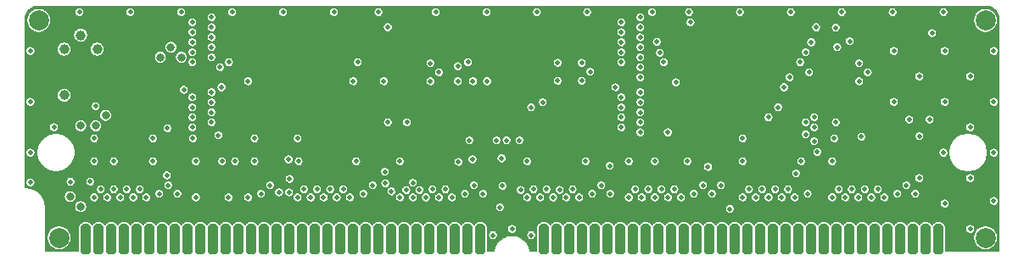
<source format=gbl>
G04 #@! TF.GenerationSoftware,KiCad,Pcbnew,(5.1.5-0-10_14)*
G04 #@! TF.CreationDate,2020-07-05T22:59:27-04:00*
G04 #@! TF.ProjectId,ROMSIMM,524f4d53-494d-44d2-9e6b-696361645f70,rev?*
G04 #@! TF.SameCoordinates,Original*
G04 #@! TF.FileFunction,Copper,L4,Bot*
G04 #@! TF.FilePolarity,Positive*
%FSLAX46Y46*%
G04 Gerber Fmt 4.6, Leading zero omitted, Abs format (unit mm)*
G04 Created by KiCad (PCBNEW (5.1.5-0-10_14)) date 2020-07-05 22:59:27*
%MOMM*%
%LPD*%
G04 APERTURE LIST*
%ADD10C,0.100000*%
%ADD11C,2.000000*%
%ADD12C,0.500000*%
%ADD13C,0.800000*%
%ADD14C,1.000000*%
%ADD15C,0.508000*%
%ADD16C,0.154000*%
G04 APERTURE END LIST*
G04 #@! TA.AperFunction,ComponentPad*
D10*
G36*
X163339970Y-124589006D02*
G01*
X163380407Y-124595004D01*
X163420061Y-124604937D01*
X163458551Y-124618709D01*
X163495505Y-124636187D01*
X163530568Y-124657203D01*
X163563403Y-124681555D01*
X163593692Y-124709008D01*
X163621145Y-124739297D01*
X163645497Y-124772132D01*
X163666513Y-124807195D01*
X163683991Y-124844149D01*
X163697763Y-124882639D01*
X163707696Y-124922293D01*
X163713694Y-124962730D01*
X163715700Y-125003560D01*
X163715700Y-127218440D01*
X163713694Y-127259270D01*
X163707696Y-127299707D01*
X163697763Y-127339361D01*
X163683991Y-127377851D01*
X163666513Y-127414805D01*
X163645497Y-127449868D01*
X163621145Y-127482703D01*
X163593692Y-127512992D01*
X163563403Y-127540445D01*
X163530568Y-127564797D01*
X163495505Y-127585813D01*
X163458551Y-127603291D01*
X163420061Y-127617063D01*
X163380407Y-127626996D01*
X163339970Y-127632994D01*
X163299140Y-127635000D01*
X163090860Y-127635000D01*
X163050030Y-127632994D01*
X163009593Y-127626996D01*
X162969939Y-127617063D01*
X162931449Y-127603291D01*
X162894495Y-127585813D01*
X162859432Y-127564797D01*
X162826597Y-127540445D01*
X162796308Y-127512992D01*
X162768855Y-127482703D01*
X162744503Y-127449868D01*
X162723487Y-127414805D01*
X162706009Y-127377851D01*
X162692237Y-127339361D01*
X162682304Y-127299707D01*
X162676306Y-127259270D01*
X162674300Y-127218440D01*
X162674300Y-125003560D01*
X162676306Y-124962730D01*
X162682304Y-124922293D01*
X162692237Y-124882639D01*
X162706009Y-124844149D01*
X162723487Y-124807195D01*
X162744503Y-124772132D01*
X162768855Y-124739297D01*
X162796308Y-124709008D01*
X162826597Y-124681555D01*
X162859432Y-124657203D01*
X162894495Y-124636187D01*
X162931449Y-124618709D01*
X162969939Y-124604937D01*
X163009593Y-124595004D01*
X163050030Y-124589006D01*
X163090860Y-124587000D01*
X163299140Y-124587000D01*
X163339970Y-124589006D01*
G37*
G04 #@! TD.AperFunction*
G04 #@! TA.AperFunction,ComponentPad*
G36*
X162069970Y-124589006D02*
G01*
X162110407Y-124595004D01*
X162150061Y-124604937D01*
X162188551Y-124618709D01*
X162225505Y-124636187D01*
X162260568Y-124657203D01*
X162293403Y-124681555D01*
X162323692Y-124709008D01*
X162351145Y-124739297D01*
X162375497Y-124772132D01*
X162396513Y-124807195D01*
X162413991Y-124844149D01*
X162427763Y-124882639D01*
X162437696Y-124922293D01*
X162443694Y-124962730D01*
X162445700Y-125003560D01*
X162445700Y-127218440D01*
X162443694Y-127259270D01*
X162437696Y-127299707D01*
X162427763Y-127339361D01*
X162413991Y-127377851D01*
X162396513Y-127414805D01*
X162375497Y-127449868D01*
X162351145Y-127482703D01*
X162323692Y-127512992D01*
X162293403Y-127540445D01*
X162260568Y-127564797D01*
X162225505Y-127585813D01*
X162188551Y-127603291D01*
X162150061Y-127617063D01*
X162110407Y-127626996D01*
X162069970Y-127632994D01*
X162029140Y-127635000D01*
X161820860Y-127635000D01*
X161780030Y-127632994D01*
X161739593Y-127626996D01*
X161699939Y-127617063D01*
X161661449Y-127603291D01*
X161624495Y-127585813D01*
X161589432Y-127564797D01*
X161556597Y-127540445D01*
X161526308Y-127512992D01*
X161498855Y-127482703D01*
X161474503Y-127449868D01*
X161453487Y-127414805D01*
X161436009Y-127377851D01*
X161422237Y-127339361D01*
X161412304Y-127299707D01*
X161406306Y-127259270D01*
X161404300Y-127218440D01*
X161404300Y-125003560D01*
X161406306Y-124962730D01*
X161412304Y-124922293D01*
X161422237Y-124882639D01*
X161436009Y-124844149D01*
X161453487Y-124807195D01*
X161474503Y-124772132D01*
X161498855Y-124739297D01*
X161526308Y-124709008D01*
X161556597Y-124681555D01*
X161589432Y-124657203D01*
X161624495Y-124636187D01*
X161661449Y-124618709D01*
X161699939Y-124604937D01*
X161739593Y-124595004D01*
X161780030Y-124589006D01*
X161820860Y-124587000D01*
X162029140Y-124587000D01*
X162069970Y-124589006D01*
G37*
G04 #@! TD.AperFunction*
G04 #@! TA.AperFunction,ComponentPad*
G36*
X160799970Y-124589006D02*
G01*
X160840407Y-124595004D01*
X160880061Y-124604937D01*
X160918551Y-124618709D01*
X160955505Y-124636187D01*
X160990568Y-124657203D01*
X161023403Y-124681555D01*
X161053692Y-124709008D01*
X161081145Y-124739297D01*
X161105497Y-124772132D01*
X161126513Y-124807195D01*
X161143991Y-124844149D01*
X161157763Y-124882639D01*
X161167696Y-124922293D01*
X161173694Y-124962730D01*
X161175700Y-125003560D01*
X161175700Y-127218440D01*
X161173694Y-127259270D01*
X161167696Y-127299707D01*
X161157763Y-127339361D01*
X161143991Y-127377851D01*
X161126513Y-127414805D01*
X161105497Y-127449868D01*
X161081145Y-127482703D01*
X161053692Y-127512992D01*
X161023403Y-127540445D01*
X160990568Y-127564797D01*
X160955505Y-127585813D01*
X160918551Y-127603291D01*
X160880061Y-127617063D01*
X160840407Y-127626996D01*
X160799970Y-127632994D01*
X160759140Y-127635000D01*
X160550860Y-127635000D01*
X160510030Y-127632994D01*
X160469593Y-127626996D01*
X160429939Y-127617063D01*
X160391449Y-127603291D01*
X160354495Y-127585813D01*
X160319432Y-127564797D01*
X160286597Y-127540445D01*
X160256308Y-127512992D01*
X160228855Y-127482703D01*
X160204503Y-127449868D01*
X160183487Y-127414805D01*
X160166009Y-127377851D01*
X160152237Y-127339361D01*
X160142304Y-127299707D01*
X160136306Y-127259270D01*
X160134300Y-127218440D01*
X160134300Y-125003560D01*
X160136306Y-124962730D01*
X160142304Y-124922293D01*
X160152237Y-124882639D01*
X160166009Y-124844149D01*
X160183487Y-124807195D01*
X160204503Y-124772132D01*
X160228855Y-124739297D01*
X160256308Y-124709008D01*
X160286597Y-124681555D01*
X160319432Y-124657203D01*
X160354495Y-124636187D01*
X160391449Y-124618709D01*
X160429939Y-124604937D01*
X160469593Y-124595004D01*
X160510030Y-124589006D01*
X160550860Y-124587000D01*
X160759140Y-124587000D01*
X160799970Y-124589006D01*
G37*
G04 #@! TD.AperFunction*
G04 #@! TA.AperFunction,ComponentPad*
G36*
X159529970Y-124589006D02*
G01*
X159570407Y-124595004D01*
X159610061Y-124604937D01*
X159648551Y-124618709D01*
X159685505Y-124636187D01*
X159720568Y-124657203D01*
X159753403Y-124681555D01*
X159783692Y-124709008D01*
X159811145Y-124739297D01*
X159835497Y-124772132D01*
X159856513Y-124807195D01*
X159873991Y-124844149D01*
X159887763Y-124882639D01*
X159897696Y-124922293D01*
X159903694Y-124962730D01*
X159905700Y-125003560D01*
X159905700Y-127218440D01*
X159903694Y-127259270D01*
X159897696Y-127299707D01*
X159887763Y-127339361D01*
X159873991Y-127377851D01*
X159856513Y-127414805D01*
X159835497Y-127449868D01*
X159811145Y-127482703D01*
X159783692Y-127512992D01*
X159753403Y-127540445D01*
X159720568Y-127564797D01*
X159685505Y-127585813D01*
X159648551Y-127603291D01*
X159610061Y-127617063D01*
X159570407Y-127626996D01*
X159529970Y-127632994D01*
X159489140Y-127635000D01*
X159280860Y-127635000D01*
X159240030Y-127632994D01*
X159199593Y-127626996D01*
X159159939Y-127617063D01*
X159121449Y-127603291D01*
X159084495Y-127585813D01*
X159049432Y-127564797D01*
X159016597Y-127540445D01*
X158986308Y-127512992D01*
X158958855Y-127482703D01*
X158934503Y-127449868D01*
X158913487Y-127414805D01*
X158896009Y-127377851D01*
X158882237Y-127339361D01*
X158872304Y-127299707D01*
X158866306Y-127259270D01*
X158864300Y-127218440D01*
X158864300Y-125003560D01*
X158866306Y-124962730D01*
X158872304Y-124922293D01*
X158882237Y-124882639D01*
X158896009Y-124844149D01*
X158913487Y-124807195D01*
X158934503Y-124772132D01*
X158958855Y-124739297D01*
X158986308Y-124709008D01*
X159016597Y-124681555D01*
X159049432Y-124657203D01*
X159084495Y-124636187D01*
X159121449Y-124618709D01*
X159159939Y-124604937D01*
X159199593Y-124595004D01*
X159240030Y-124589006D01*
X159280860Y-124587000D01*
X159489140Y-124587000D01*
X159529970Y-124589006D01*
G37*
G04 #@! TD.AperFunction*
G04 #@! TA.AperFunction,ComponentPad*
G36*
X158259970Y-124589006D02*
G01*
X158300407Y-124595004D01*
X158340061Y-124604937D01*
X158378551Y-124618709D01*
X158415505Y-124636187D01*
X158450568Y-124657203D01*
X158483403Y-124681555D01*
X158513692Y-124709008D01*
X158541145Y-124739297D01*
X158565497Y-124772132D01*
X158586513Y-124807195D01*
X158603991Y-124844149D01*
X158617763Y-124882639D01*
X158627696Y-124922293D01*
X158633694Y-124962730D01*
X158635700Y-125003560D01*
X158635700Y-127218440D01*
X158633694Y-127259270D01*
X158627696Y-127299707D01*
X158617763Y-127339361D01*
X158603991Y-127377851D01*
X158586513Y-127414805D01*
X158565497Y-127449868D01*
X158541145Y-127482703D01*
X158513692Y-127512992D01*
X158483403Y-127540445D01*
X158450568Y-127564797D01*
X158415505Y-127585813D01*
X158378551Y-127603291D01*
X158340061Y-127617063D01*
X158300407Y-127626996D01*
X158259970Y-127632994D01*
X158219140Y-127635000D01*
X158010860Y-127635000D01*
X157970030Y-127632994D01*
X157929593Y-127626996D01*
X157889939Y-127617063D01*
X157851449Y-127603291D01*
X157814495Y-127585813D01*
X157779432Y-127564797D01*
X157746597Y-127540445D01*
X157716308Y-127512992D01*
X157688855Y-127482703D01*
X157664503Y-127449868D01*
X157643487Y-127414805D01*
X157626009Y-127377851D01*
X157612237Y-127339361D01*
X157602304Y-127299707D01*
X157596306Y-127259270D01*
X157594300Y-127218440D01*
X157594300Y-125003560D01*
X157596306Y-124962730D01*
X157602304Y-124922293D01*
X157612237Y-124882639D01*
X157626009Y-124844149D01*
X157643487Y-124807195D01*
X157664503Y-124772132D01*
X157688855Y-124739297D01*
X157716308Y-124709008D01*
X157746597Y-124681555D01*
X157779432Y-124657203D01*
X157814495Y-124636187D01*
X157851449Y-124618709D01*
X157889939Y-124604937D01*
X157929593Y-124595004D01*
X157970030Y-124589006D01*
X158010860Y-124587000D01*
X158219140Y-124587000D01*
X158259970Y-124589006D01*
G37*
G04 #@! TD.AperFunction*
G04 #@! TA.AperFunction,ComponentPad*
G36*
X156989970Y-124589006D02*
G01*
X157030407Y-124595004D01*
X157070061Y-124604937D01*
X157108551Y-124618709D01*
X157145505Y-124636187D01*
X157180568Y-124657203D01*
X157213403Y-124681555D01*
X157243692Y-124709008D01*
X157271145Y-124739297D01*
X157295497Y-124772132D01*
X157316513Y-124807195D01*
X157333991Y-124844149D01*
X157347763Y-124882639D01*
X157357696Y-124922293D01*
X157363694Y-124962730D01*
X157365700Y-125003560D01*
X157365700Y-127218440D01*
X157363694Y-127259270D01*
X157357696Y-127299707D01*
X157347763Y-127339361D01*
X157333991Y-127377851D01*
X157316513Y-127414805D01*
X157295497Y-127449868D01*
X157271145Y-127482703D01*
X157243692Y-127512992D01*
X157213403Y-127540445D01*
X157180568Y-127564797D01*
X157145505Y-127585813D01*
X157108551Y-127603291D01*
X157070061Y-127617063D01*
X157030407Y-127626996D01*
X156989970Y-127632994D01*
X156949140Y-127635000D01*
X156740860Y-127635000D01*
X156700030Y-127632994D01*
X156659593Y-127626996D01*
X156619939Y-127617063D01*
X156581449Y-127603291D01*
X156544495Y-127585813D01*
X156509432Y-127564797D01*
X156476597Y-127540445D01*
X156446308Y-127512992D01*
X156418855Y-127482703D01*
X156394503Y-127449868D01*
X156373487Y-127414805D01*
X156356009Y-127377851D01*
X156342237Y-127339361D01*
X156332304Y-127299707D01*
X156326306Y-127259270D01*
X156324300Y-127218440D01*
X156324300Y-125003560D01*
X156326306Y-124962730D01*
X156332304Y-124922293D01*
X156342237Y-124882639D01*
X156356009Y-124844149D01*
X156373487Y-124807195D01*
X156394503Y-124772132D01*
X156418855Y-124739297D01*
X156446308Y-124709008D01*
X156476597Y-124681555D01*
X156509432Y-124657203D01*
X156544495Y-124636187D01*
X156581449Y-124618709D01*
X156619939Y-124604937D01*
X156659593Y-124595004D01*
X156700030Y-124589006D01*
X156740860Y-124587000D01*
X156949140Y-124587000D01*
X156989970Y-124589006D01*
G37*
G04 #@! TD.AperFunction*
G04 #@! TA.AperFunction,ComponentPad*
G36*
X155719970Y-124589006D02*
G01*
X155760407Y-124595004D01*
X155800061Y-124604937D01*
X155838551Y-124618709D01*
X155875505Y-124636187D01*
X155910568Y-124657203D01*
X155943403Y-124681555D01*
X155973692Y-124709008D01*
X156001145Y-124739297D01*
X156025497Y-124772132D01*
X156046513Y-124807195D01*
X156063991Y-124844149D01*
X156077763Y-124882639D01*
X156087696Y-124922293D01*
X156093694Y-124962730D01*
X156095700Y-125003560D01*
X156095700Y-127218440D01*
X156093694Y-127259270D01*
X156087696Y-127299707D01*
X156077763Y-127339361D01*
X156063991Y-127377851D01*
X156046513Y-127414805D01*
X156025497Y-127449868D01*
X156001145Y-127482703D01*
X155973692Y-127512992D01*
X155943403Y-127540445D01*
X155910568Y-127564797D01*
X155875505Y-127585813D01*
X155838551Y-127603291D01*
X155800061Y-127617063D01*
X155760407Y-127626996D01*
X155719970Y-127632994D01*
X155679140Y-127635000D01*
X155470860Y-127635000D01*
X155430030Y-127632994D01*
X155389593Y-127626996D01*
X155349939Y-127617063D01*
X155311449Y-127603291D01*
X155274495Y-127585813D01*
X155239432Y-127564797D01*
X155206597Y-127540445D01*
X155176308Y-127512992D01*
X155148855Y-127482703D01*
X155124503Y-127449868D01*
X155103487Y-127414805D01*
X155086009Y-127377851D01*
X155072237Y-127339361D01*
X155062304Y-127299707D01*
X155056306Y-127259270D01*
X155054300Y-127218440D01*
X155054300Y-125003560D01*
X155056306Y-124962730D01*
X155062304Y-124922293D01*
X155072237Y-124882639D01*
X155086009Y-124844149D01*
X155103487Y-124807195D01*
X155124503Y-124772132D01*
X155148855Y-124739297D01*
X155176308Y-124709008D01*
X155206597Y-124681555D01*
X155239432Y-124657203D01*
X155274495Y-124636187D01*
X155311449Y-124618709D01*
X155349939Y-124604937D01*
X155389593Y-124595004D01*
X155430030Y-124589006D01*
X155470860Y-124587000D01*
X155679140Y-124587000D01*
X155719970Y-124589006D01*
G37*
G04 #@! TD.AperFunction*
G04 #@! TA.AperFunction,ComponentPad*
G36*
X154449970Y-124589006D02*
G01*
X154490407Y-124595004D01*
X154530061Y-124604937D01*
X154568551Y-124618709D01*
X154605505Y-124636187D01*
X154640568Y-124657203D01*
X154673403Y-124681555D01*
X154703692Y-124709008D01*
X154731145Y-124739297D01*
X154755497Y-124772132D01*
X154776513Y-124807195D01*
X154793991Y-124844149D01*
X154807763Y-124882639D01*
X154817696Y-124922293D01*
X154823694Y-124962730D01*
X154825700Y-125003560D01*
X154825700Y-127218440D01*
X154823694Y-127259270D01*
X154817696Y-127299707D01*
X154807763Y-127339361D01*
X154793991Y-127377851D01*
X154776513Y-127414805D01*
X154755497Y-127449868D01*
X154731145Y-127482703D01*
X154703692Y-127512992D01*
X154673403Y-127540445D01*
X154640568Y-127564797D01*
X154605505Y-127585813D01*
X154568551Y-127603291D01*
X154530061Y-127617063D01*
X154490407Y-127626996D01*
X154449970Y-127632994D01*
X154409140Y-127635000D01*
X154200860Y-127635000D01*
X154160030Y-127632994D01*
X154119593Y-127626996D01*
X154079939Y-127617063D01*
X154041449Y-127603291D01*
X154004495Y-127585813D01*
X153969432Y-127564797D01*
X153936597Y-127540445D01*
X153906308Y-127512992D01*
X153878855Y-127482703D01*
X153854503Y-127449868D01*
X153833487Y-127414805D01*
X153816009Y-127377851D01*
X153802237Y-127339361D01*
X153792304Y-127299707D01*
X153786306Y-127259270D01*
X153784300Y-127218440D01*
X153784300Y-125003560D01*
X153786306Y-124962730D01*
X153792304Y-124922293D01*
X153802237Y-124882639D01*
X153816009Y-124844149D01*
X153833487Y-124807195D01*
X153854503Y-124772132D01*
X153878855Y-124739297D01*
X153906308Y-124709008D01*
X153936597Y-124681555D01*
X153969432Y-124657203D01*
X154004495Y-124636187D01*
X154041449Y-124618709D01*
X154079939Y-124604937D01*
X154119593Y-124595004D01*
X154160030Y-124589006D01*
X154200860Y-124587000D01*
X154409140Y-124587000D01*
X154449970Y-124589006D01*
G37*
G04 #@! TD.AperFunction*
G04 #@! TA.AperFunction,ComponentPad*
G36*
X153179970Y-124589006D02*
G01*
X153220407Y-124595004D01*
X153260061Y-124604937D01*
X153298551Y-124618709D01*
X153335505Y-124636187D01*
X153370568Y-124657203D01*
X153403403Y-124681555D01*
X153433692Y-124709008D01*
X153461145Y-124739297D01*
X153485497Y-124772132D01*
X153506513Y-124807195D01*
X153523991Y-124844149D01*
X153537763Y-124882639D01*
X153547696Y-124922293D01*
X153553694Y-124962730D01*
X153555700Y-125003560D01*
X153555700Y-127218440D01*
X153553694Y-127259270D01*
X153547696Y-127299707D01*
X153537763Y-127339361D01*
X153523991Y-127377851D01*
X153506513Y-127414805D01*
X153485497Y-127449868D01*
X153461145Y-127482703D01*
X153433692Y-127512992D01*
X153403403Y-127540445D01*
X153370568Y-127564797D01*
X153335505Y-127585813D01*
X153298551Y-127603291D01*
X153260061Y-127617063D01*
X153220407Y-127626996D01*
X153179970Y-127632994D01*
X153139140Y-127635000D01*
X152930860Y-127635000D01*
X152890030Y-127632994D01*
X152849593Y-127626996D01*
X152809939Y-127617063D01*
X152771449Y-127603291D01*
X152734495Y-127585813D01*
X152699432Y-127564797D01*
X152666597Y-127540445D01*
X152636308Y-127512992D01*
X152608855Y-127482703D01*
X152584503Y-127449868D01*
X152563487Y-127414805D01*
X152546009Y-127377851D01*
X152532237Y-127339361D01*
X152522304Y-127299707D01*
X152516306Y-127259270D01*
X152514300Y-127218440D01*
X152514300Y-125003560D01*
X152516306Y-124962730D01*
X152522304Y-124922293D01*
X152532237Y-124882639D01*
X152546009Y-124844149D01*
X152563487Y-124807195D01*
X152584503Y-124772132D01*
X152608855Y-124739297D01*
X152636308Y-124709008D01*
X152666597Y-124681555D01*
X152699432Y-124657203D01*
X152734495Y-124636187D01*
X152771449Y-124618709D01*
X152809939Y-124604937D01*
X152849593Y-124595004D01*
X152890030Y-124589006D01*
X152930860Y-124587000D01*
X153139140Y-124587000D01*
X153179970Y-124589006D01*
G37*
G04 #@! TD.AperFunction*
G04 #@! TA.AperFunction,ComponentPad*
G36*
X151909970Y-124589006D02*
G01*
X151950407Y-124595004D01*
X151990061Y-124604937D01*
X152028551Y-124618709D01*
X152065505Y-124636187D01*
X152100568Y-124657203D01*
X152133403Y-124681555D01*
X152163692Y-124709008D01*
X152191145Y-124739297D01*
X152215497Y-124772132D01*
X152236513Y-124807195D01*
X152253991Y-124844149D01*
X152267763Y-124882639D01*
X152277696Y-124922293D01*
X152283694Y-124962730D01*
X152285700Y-125003560D01*
X152285700Y-127218440D01*
X152283694Y-127259270D01*
X152277696Y-127299707D01*
X152267763Y-127339361D01*
X152253991Y-127377851D01*
X152236513Y-127414805D01*
X152215497Y-127449868D01*
X152191145Y-127482703D01*
X152163692Y-127512992D01*
X152133403Y-127540445D01*
X152100568Y-127564797D01*
X152065505Y-127585813D01*
X152028551Y-127603291D01*
X151990061Y-127617063D01*
X151950407Y-127626996D01*
X151909970Y-127632994D01*
X151869140Y-127635000D01*
X151660860Y-127635000D01*
X151620030Y-127632994D01*
X151579593Y-127626996D01*
X151539939Y-127617063D01*
X151501449Y-127603291D01*
X151464495Y-127585813D01*
X151429432Y-127564797D01*
X151396597Y-127540445D01*
X151366308Y-127512992D01*
X151338855Y-127482703D01*
X151314503Y-127449868D01*
X151293487Y-127414805D01*
X151276009Y-127377851D01*
X151262237Y-127339361D01*
X151252304Y-127299707D01*
X151246306Y-127259270D01*
X151244300Y-127218440D01*
X151244300Y-125003560D01*
X151246306Y-124962730D01*
X151252304Y-124922293D01*
X151262237Y-124882639D01*
X151276009Y-124844149D01*
X151293487Y-124807195D01*
X151314503Y-124772132D01*
X151338855Y-124739297D01*
X151366308Y-124709008D01*
X151396597Y-124681555D01*
X151429432Y-124657203D01*
X151464495Y-124636187D01*
X151501449Y-124618709D01*
X151539939Y-124604937D01*
X151579593Y-124595004D01*
X151620030Y-124589006D01*
X151660860Y-124587000D01*
X151869140Y-124587000D01*
X151909970Y-124589006D01*
G37*
G04 #@! TD.AperFunction*
G04 #@! TA.AperFunction,ComponentPad*
G36*
X150639970Y-124589006D02*
G01*
X150680407Y-124595004D01*
X150720061Y-124604937D01*
X150758551Y-124618709D01*
X150795505Y-124636187D01*
X150830568Y-124657203D01*
X150863403Y-124681555D01*
X150893692Y-124709008D01*
X150921145Y-124739297D01*
X150945497Y-124772132D01*
X150966513Y-124807195D01*
X150983991Y-124844149D01*
X150997763Y-124882639D01*
X151007696Y-124922293D01*
X151013694Y-124962730D01*
X151015700Y-125003560D01*
X151015700Y-127218440D01*
X151013694Y-127259270D01*
X151007696Y-127299707D01*
X150997763Y-127339361D01*
X150983991Y-127377851D01*
X150966513Y-127414805D01*
X150945497Y-127449868D01*
X150921145Y-127482703D01*
X150893692Y-127512992D01*
X150863403Y-127540445D01*
X150830568Y-127564797D01*
X150795505Y-127585813D01*
X150758551Y-127603291D01*
X150720061Y-127617063D01*
X150680407Y-127626996D01*
X150639970Y-127632994D01*
X150599140Y-127635000D01*
X150390860Y-127635000D01*
X150350030Y-127632994D01*
X150309593Y-127626996D01*
X150269939Y-127617063D01*
X150231449Y-127603291D01*
X150194495Y-127585813D01*
X150159432Y-127564797D01*
X150126597Y-127540445D01*
X150096308Y-127512992D01*
X150068855Y-127482703D01*
X150044503Y-127449868D01*
X150023487Y-127414805D01*
X150006009Y-127377851D01*
X149992237Y-127339361D01*
X149982304Y-127299707D01*
X149976306Y-127259270D01*
X149974300Y-127218440D01*
X149974300Y-125003560D01*
X149976306Y-124962730D01*
X149982304Y-124922293D01*
X149992237Y-124882639D01*
X150006009Y-124844149D01*
X150023487Y-124807195D01*
X150044503Y-124772132D01*
X150068855Y-124739297D01*
X150096308Y-124709008D01*
X150126597Y-124681555D01*
X150159432Y-124657203D01*
X150194495Y-124636187D01*
X150231449Y-124618709D01*
X150269939Y-124604937D01*
X150309593Y-124595004D01*
X150350030Y-124589006D01*
X150390860Y-124587000D01*
X150599140Y-124587000D01*
X150639970Y-124589006D01*
G37*
G04 #@! TD.AperFunction*
G04 #@! TA.AperFunction,ComponentPad*
G36*
X149369970Y-124589006D02*
G01*
X149410407Y-124595004D01*
X149450061Y-124604937D01*
X149488551Y-124618709D01*
X149525505Y-124636187D01*
X149560568Y-124657203D01*
X149593403Y-124681555D01*
X149623692Y-124709008D01*
X149651145Y-124739297D01*
X149675497Y-124772132D01*
X149696513Y-124807195D01*
X149713991Y-124844149D01*
X149727763Y-124882639D01*
X149737696Y-124922293D01*
X149743694Y-124962730D01*
X149745700Y-125003560D01*
X149745700Y-127218440D01*
X149743694Y-127259270D01*
X149737696Y-127299707D01*
X149727763Y-127339361D01*
X149713991Y-127377851D01*
X149696513Y-127414805D01*
X149675497Y-127449868D01*
X149651145Y-127482703D01*
X149623692Y-127512992D01*
X149593403Y-127540445D01*
X149560568Y-127564797D01*
X149525505Y-127585813D01*
X149488551Y-127603291D01*
X149450061Y-127617063D01*
X149410407Y-127626996D01*
X149369970Y-127632994D01*
X149329140Y-127635000D01*
X149120860Y-127635000D01*
X149080030Y-127632994D01*
X149039593Y-127626996D01*
X148999939Y-127617063D01*
X148961449Y-127603291D01*
X148924495Y-127585813D01*
X148889432Y-127564797D01*
X148856597Y-127540445D01*
X148826308Y-127512992D01*
X148798855Y-127482703D01*
X148774503Y-127449868D01*
X148753487Y-127414805D01*
X148736009Y-127377851D01*
X148722237Y-127339361D01*
X148712304Y-127299707D01*
X148706306Y-127259270D01*
X148704300Y-127218440D01*
X148704300Y-125003560D01*
X148706306Y-124962730D01*
X148712304Y-124922293D01*
X148722237Y-124882639D01*
X148736009Y-124844149D01*
X148753487Y-124807195D01*
X148774503Y-124772132D01*
X148798855Y-124739297D01*
X148826308Y-124709008D01*
X148856597Y-124681555D01*
X148889432Y-124657203D01*
X148924495Y-124636187D01*
X148961449Y-124618709D01*
X148999939Y-124604937D01*
X149039593Y-124595004D01*
X149080030Y-124589006D01*
X149120860Y-124587000D01*
X149329140Y-124587000D01*
X149369970Y-124589006D01*
G37*
G04 #@! TD.AperFunction*
G04 #@! TA.AperFunction,ComponentPad*
G36*
X148099970Y-124589006D02*
G01*
X148140407Y-124595004D01*
X148180061Y-124604937D01*
X148218551Y-124618709D01*
X148255505Y-124636187D01*
X148290568Y-124657203D01*
X148323403Y-124681555D01*
X148353692Y-124709008D01*
X148381145Y-124739297D01*
X148405497Y-124772132D01*
X148426513Y-124807195D01*
X148443991Y-124844149D01*
X148457763Y-124882639D01*
X148467696Y-124922293D01*
X148473694Y-124962730D01*
X148475700Y-125003560D01*
X148475700Y-127218440D01*
X148473694Y-127259270D01*
X148467696Y-127299707D01*
X148457763Y-127339361D01*
X148443991Y-127377851D01*
X148426513Y-127414805D01*
X148405497Y-127449868D01*
X148381145Y-127482703D01*
X148353692Y-127512992D01*
X148323403Y-127540445D01*
X148290568Y-127564797D01*
X148255505Y-127585813D01*
X148218551Y-127603291D01*
X148180061Y-127617063D01*
X148140407Y-127626996D01*
X148099970Y-127632994D01*
X148059140Y-127635000D01*
X147850860Y-127635000D01*
X147810030Y-127632994D01*
X147769593Y-127626996D01*
X147729939Y-127617063D01*
X147691449Y-127603291D01*
X147654495Y-127585813D01*
X147619432Y-127564797D01*
X147586597Y-127540445D01*
X147556308Y-127512992D01*
X147528855Y-127482703D01*
X147504503Y-127449868D01*
X147483487Y-127414805D01*
X147466009Y-127377851D01*
X147452237Y-127339361D01*
X147442304Y-127299707D01*
X147436306Y-127259270D01*
X147434300Y-127218440D01*
X147434300Y-125003560D01*
X147436306Y-124962730D01*
X147442304Y-124922293D01*
X147452237Y-124882639D01*
X147466009Y-124844149D01*
X147483487Y-124807195D01*
X147504503Y-124772132D01*
X147528855Y-124739297D01*
X147556308Y-124709008D01*
X147586597Y-124681555D01*
X147619432Y-124657203D01*
X147654495Y-124636187D01*
X147691449Y-124618709D01*
X147729939Y-124604937D01*
X147769593Y-124595004D01*
X147810030Y-124589006D01*
X147850860Y-124587000D01*
X148059140Y-124587000D01*
X148099970Y-124589006D01*
G37*
G04 #@! TD.AperFunction*
G04 #@! TA.AperFunction,ComponentPad*
G36*
X146829970Y-124589006D02*
G01*
X146870407Y-124595004D01*
X146910061Y-124604937D01*
X146948551Y-124618709D01*
X146985505Y-124636187D01*
X147020568Y-124657203D01*
X147053403Y-124681555D01*
X147083692Y-124709008D01*
X147111145Y-124739297D01*
X147135497Y-124772132D01*
X147156513Y-124807195D01*
X147173991Y-124844149D01*
X147187763Y-124882639D01*
X147197696Y-124922293D01*
X147203694Y-124962730D01*
X147205700Y-125003560D01*
X147205700Y-127218440D01*
X147203694Y-127259270D01*
X147197696Y-127299707D01*
X147187763Y-127339361D01*
X147173991Y-127377851D01*
X147156513Y-127414805D01*
X147135497Y-127449868D01*
X147111145Y-127482703D01*
X147083692Y-127512992D01*
X147053403Y-127540445D01*
X147020568Y-127564797D01*
X146985505Y-127585813D01*
X146948551Y-127603291D01*
X146910061Y-127617063D01*
X146870407Y-127626996D01*
X146829970Y-127632994D01*
X146789140Y-127635000D01*
X146580860Y-127635000D01*
X146540030Y-127632994D01*
X146499593Y-127626996D01*
X146459939Y-127617063D01*
X146421449Y-127603291D01*
X146384495Y-127585813D01*
X146349432Y-127564797D01*
X146316597Y-127540445D01*
X146286308Y-127512992D01*
X146258855Y-127482703D01*
X146234503Y-127449868D01*
X146213487Y-127414805D01*
X146196009Y-127377851D01*
X146182237Y-127339361D01*
X146172304Y-127299707D01*
X146166306Y-127259270D01*
X146164300Y-127218440D01*
X146164300Y-125003560D01*
X146166306Y-124962730D01*
X146172304Y-124922293D01*
X146182237Y-124882639D01*
X146196009Y-124844149D01*
X146213487Y-124807195D01*
X146234503Y-124772132D01*
X146258855Y-124739297D01*
X146286308Y-124709008D01*
X146316597Y-124681555D01*
X146349432Y-124657203D01*
X146384495Y-124636187D01*
X146421449Y-124618709D01*
X146459939Y-124604937D01*
X146499593Y-124595004D01*
X146540030Y-124589006D01*
X146580860Y-124587000D01*
X146789140Y-124587000D01*
X146829970Y-124589006D01*
G37*
G04 #@! TD.AperFunction*
G04 #@! TA.AperFunction,ComponentPad*
G36*
X145559970Y-124589006D02*
G01*
X145600407Y-124595004D01*
X145640061Y-124604937D01*
X145678551Y-124618709D01*
X145715505Y-124636187D01*
X145750568Y-124657203D01*
X145783403Y-124681555D01*
X145813692Y-124709008D01*
X145841145Y-124739297D01*
X145865497Y-124772132D01*
X145886513Y-124807195D01*
X145903991Y-124844149D01*
X145917763Y-124882639D01*
X145927696Y-124922293D01*
X145933694Y-124962730D01*
X145935700Y-125003560D01*
X145935700Y-127218440D01*
X145933694Y-127259270D01*
X145927696Y-127299707D01*
X145917763Y-127339361D01*
X145903991Y-127377851D01*
X145886513Y-127414805D01*
X145865497Y-127449868D01*
X145841145Y-127482703D01*
X145813692Y-127512992D01*
X145783403Y-127540445D01*
X145750568Y-127564797D01*
X145715505Y-127585813D01*
X145678551Y-127603291D01*
X145640061Y-127617063D01*
X145600407Y-127626996D01*
X145559970Y-127632994D01*
X145519140Y-127635000D01*
X145310860Y-127635000D01*
X145270030Y-127632994D01*
X145229593Y-127626996D01*
X145189939Y-127617063D01*
X145151449Y-127603291D01*
X145114495Y-127585813D01*
X145079432Y-127564797D01*
X145046597Y-127540445D01*
X145016308Y-127512992D01*
X144988855Y-127482703D01*
X144964503Y-127449868D01*
X144943487Y-127414805D01*
X144926009Y-127377851D01*
X144912237Y-127339361D01*
X144902304Y-127299707D01*
X144896306Y-127259270D01*
X144894300Y-127218440D01*
X144894300Y-125003560D01*
X144896306Y-124962730D01*
X144902304Y-124922293D01*
X144912237Y-124882639D01*
X144926009Y-124844149D01*
X144943487Y-124807195D01*
X144964503Y-124772132D01*
X144988855Y-124739297D01*
X145016308Y-124709008D01*
X145046597Y-124681555D01*
X145079432Y-124657203D01*
X145114495Y-124636187D01*
X145151449Y-124618709D01*
X145189939Y-124604937D01*
X145229593Y-124595004D01*
X145270030Y-124589006D01*
X145310860Y-124587000D01*
X145519140Y-124587000D01*
X145559970Y-124589006D01*
G37*
G04 #@! TD.AperFunction*
G04 #@! TA.AperFunction,ComponentPad*
G36*
X144289970Y-124589006D02*
G01*
X144330407Y-124595004D01*
X144370061Y-124604937D01*
X144408551Y-124618709D01*
X144445505Y-124636187D01*
X144480568Y-124657203D01*
X144513403Y-124681555D01*
X144543692Y-124709008D01*
X144571145Y-124739297D01*
X144595497Y-124772132D01*
X144616513Y-124807195D01*
X144633991Y-124844149D01*
X144647763Y-124882639D01*
X144657696Y-124922293D01*
X144663694Y-124962730D01*
X144665700Y-125003560D01*
X144665700Y-127218440D01*
X144663694Y-127259270D01*
X144657696Y-127299707D01*
X144647763Y-127339361D01*
X144633991Y-127377851D01*
X144616513Y-127414805D01*
X144595497Y-127449868D01*
X144571145Y-127482703D01*
X144543692Y-127512992D01*
X144513403Y-127540445D01*
X144480568Y-127564797D01*
X144445505Y-127585813D01*
X144408551Y-127603291D01*
X144370061Y-127617063D01*
X144330407Y-127626996D01*
X144289970Y-127632994D01*
X144249140Y-127635000D01*
X144040860Y-127635000D01*
X144000030Y-127632994D01*
X143959593Y-127626996D01*
X143919939Y-127617063D01*
X143881449Y-127603291D01*
X143844495Y-127585813D01*
X143809432Y-127564797D01*
X143776597Y-127540445D01*
X143746308Y-127512992D01*
X143718855Y-127482703D01*
X143694503Y-127449868D01*
X143673487Y-127414805D01*
X143656009Y-127377851D01*
X143642237Y-127339361D01*
X143632304Y-127299707D01*
X143626306Y-127259270D01*
X143624300Y-127218440D01*
X143624300Y-125003560D01*
X143626306Y-124962730D01*
X143632304Y-124922293D01*
X143642237Y-124882639D01*
X143656009Y-124844149D01*
X143673487Y-124807195D01*
X143694503Y-124772132D01*
X143718855Y-124739297D01*
X143746308Y-124709008D01*
X143776597Y-124681555D01*
X143809432Y-124657203D01*
X143844495Y-124636187D01*
X143881449Y-124618709D01*
X143919939Y-124604937D01*
X143959593Y-124595004D01*
X144000030Y-124589006D01*
X144040860Y-124587000D01*
X144249140Y-124587000D01*
X144289970Y-124589006D01*
G37*
G04 #@! TD.AperFunction*
G04 #@! TA.AperFunction,ComponentPad*
G36*
X143019970Y-124589006D02*
G01*
X143060407Y-124595004D01*
X143100061Y-124604937D01*
X143138551Y-124618709D01*
X143175505Y-124636187D01*
X143210568Y-124657203D01*
X143243403Y-124681555D01*
X143273692Y-124709008D01*
X143301145Y-124739297D01*
X143325497Y-124772132D01*
X143346513Y-124807195D01*
X143363991Y-124844149D01*
X143377763Y-124882639D01*
X143387696Y-124922293D01*
X143393694Y-124962730D01*
X143395700Y-125003560D01*
X143395700Y-127218440D01*
X143393694Y-127259270D01*
X143387696Y-127299707D01*
X143377763Y-127339361D01*
X143363991Y-127377851D01*
X143346513Y-127414805D01*
X143325497Y-127449868D01*
X143301145Y-127482703D01*
X143273692Y-127512992D01*
X143243403Y-127540445D01*
X143210568Y-127564797D01*
X143175505Y-127585813D01*
X143138551Y-127603291D01*
X143100061Y-127617063D01*
X143060407Y-127626996D01*
X143019970Y-127632994D01*
X142979140Y-127635000D01*
X142770860Y-127635000D01*
X142730030Y-127632994D01*
X142689593Y-127626996D01*
X142649939Y-127617063D01*
X142611449Y-127603291D01*
X142574495Y-127585813D01*
X142539432Y-127564797D01*
X142506597Y-127540445D01*
X142476308Y-127512992D01*
X142448855Y-127482703D01*
X142424503Y-127449868D01*
X142403487Y-127414805D01*
X142386009Y-127377851D01*
X142372237Y-127339361D01*
X142362304Y-127299707D01*
X142356306Y-127259270D01*
X142354300Y-127218440D01*
X142354300Y-125003560D01*
X142356306Y-124962730D01*
X142362304Y-124922293D01*
X142372237Y-124882639D01*
X142386009Y-124844149D01*
X142403487Y-124807195D01*
X142424503Y-124772132D01*
X142448855Y-124739297D01*
X142476308Y-124709008D01*
X142506597Y-124681555D01*
X142539432Y-124657203D01*
X142574495Y-124636187D01*
X142611449Y-124618709D01*
X142649939Y-124604937D01*
X142689593Y-124595004D01*
X142730030Y-124589006D01*
X142770860Y-124587000D01*
X142979140Y-124587000D01*
X143019970Y-124589006D01*
G37*
G04 #@! TD.AperFunction*
G04 #@! TA.AperFunction,ComponentPad*
G36*
X141749970Y-124589006D02*
G01*
X141790407Y-124595004D01*
X141830061Y-124604937D01*
X141868551Y-124618709D01*
X141905505Y-124636187D01*
X141940568Y-124657203D01*
X141973403Y-124681555D01*
X142003692Y-124709008D01*
X142031145Y-124739297D01*
X142055497Y-124772132D01*
X142076513Y-124807195D01*
X142093991Y-124844149D01*
X142107763Y-124882639D01*
X142117696Y-124922293D01*
X142123694Y-124962730D01*
X142125700Y-125003560D01*
X142125700Y-127218440D01*
X142123694Y-127259270D01*
X142117696Y-127299707D01*
X142107763Y-127339361D01*
X142093991Y-127377851D01*
X142076513Y-127414805D01*
X142055497Y-127449868D01*
X142031145Y-127482703D01*
X142003692Y-127512992D01*
X141973403Y-127540445D01*
X141940568Y-127564797D01*
X141905505Y-127585813D01*
X141868551Y-127603291D01*
X141830061Y-127617063D01*
X141790407Y-127626996D01*
X141749970Y-127632994D01*
X141709140Y-127635000D01*
X141500860Y-127635000D01*
X141460030Y-127632994D01*
X141419593Y-127626996D01*
X141379939Y-127617063D01*
X141341449Y-127603291D01*
X141304495Y-127585813D01*
X141269432Y-127564797D01*
X141236597Y-127540445D01*
X141206308Y-127512992D01*
X141178855Y-127482703D01*
X141154503Y-127449868D01*
X141133487Y-127414805D01*
X141116009Y-127377851D01*
X141102237Y-127339361D01*
X141092304Y-127299707D01*
X141086306Y-127259270D01*
X141084300Y-127218440D01*
X141084300Y-125003560D01*
X141086306Y-124962730D01*
X141092304Y-124922293D01*
X141102237Y-124882639D01*
X141116009Y-124844149D01*
X141133487Y-124807195D01*
X141154503Y-124772132D01*
X141178855Y-124739297D01*
X141206308Y-124709008D01*
X141236597Y-124681555D01*
X141269432Y-124657203D01*
X141304495Y-124636187D01*
X141341449Y-124618709D01*
X141379939Y-124604937D01*
X141419593Y-124595004D01*
X141460030Y-124589006D01*
X141500860Y-124587000D01*
X141709140Y-124587000D01*
X141749970Y-124589006D01*
G37*
G04 #@! TD.AperFunction*
G04 #@! TA.AperFunction,ComponentPad*
G36*
X140479970Y-124589006D02*
G01*
X140520407Y-124595004D01*
X140560061Y-124604937D01*
X140598551Y-124618709D01*
X140635505Y-124636187D01*
X140670568Y-124657203D01*
X140703403Y-124681555D01*
X140733692Y-124709008D01*
X140761145Y-124739297D01*
X140785497Y-124772132D01*
X140806513Y-124807195D01*
X140823991Y-124844149D01*
X140837763Y-124882639D01*
X140847696Y-124922293D01*
X140853694Y-124962730D01*
X140855700Y-125003560D01*
X140855700Y-127218440D01*
X140853694Y-127259270D01*
X140847696Y-127299707D01*
X140837763Y-127339361D01*
X140823991Y-127377851D01*
X140806513Y-127414805D01*
X140785497Y-127449868D01*
X140761145Y-127482703D01*
X140733692Y-127512992D01*
X140703403Y-127540445D01*
X140670568Y-127564797D01*
X140635505Y-127585813D01*
X140598551Y-127603291D01*
X140560061Y-127617063D01*
X140520407Y-127626996D01*
X140479970Y-127632994D01*
X140439140Y-127635000D01*
X140230860Y-127635000D01*
X140190030Y-127632994D01*
X140149593Y-127626996D01*
X140109939Y-127617063D01*
X140071449Y-127603291D01*
X140034495Y-127585813D01*
X139999432Y-127564797D01*
X139966597Y-127540445D01*
X139936308Y-127512992D01*
X139908855Y-127482703D01*
X139884503Y-127449868D01*
X139863487Y-127414805D01*
X139846009Y-127377851D01*
X139832237Y-127339361D01*
X139822304Y-127299707D01*
X139816306Y-127259270D01*
X139814300Y-127218440D01*
X139814300Y-125003560D01*
X139816306Y-124962730D01*
X139822304Y-124922293D01*
X139832237Y-124882639D01*
X139846009Y-124844149D01*
X139863487Y-124807195D01*
X139884503Y-124772132D01*
X139908855Y-124739297D01*
X139936308Y-124709008D01*
X139966597Y-124681555D01*
X139999432Y-124657203D01*
X140034495Y-124636187D01*
X140071449Y-124618709D01*
X140109939Y-124604937D01*
X140149593Y-124595004D01*
X140190030Y-124589006D01*
X140230860Y-124587000D01*
X140439140Y-124587000D01*
X140479970Y-124589006D01*
G37*
G04 #@! TD.AperFunction*
G04 #@! TA.AperFunction,ComponentPad*
G36*
X139209970Y-124589006D02*
G01*
X139250407Y-124595004D01*
X139290061Y-124604937D01*
X139328551Y-124618709D01*
X139365505Y-124636187D01*
X139400568Y-124657203D01*
X139433403Y-124681555D01*
X139463692Y-124709008D01*
X139491145Y-124739297D01*
X139515497Y-124772132D01*
X139536513Y-124807195D01*
X139553991Y-124844149D01*
X139567763Y-124882639D01*
X139577696Y-124922293D01*
X139583694Y-124962730D01*
X139585700Y-125003560D01*
X139585700Y-127218440D01*
X139583694Y-127259270D01*
X139577696Y-127299707D01*
X139567763Y-127339361D01*
X139553991Y-127377851D01*
X139536513Y-127414805D01*
X139515497Y-127449868D01*
X139491145Y-127482703D01*
X139463692Y-127512992D01*
X139433403Y-127540445D01*
X139400568Y-127564797D01*
X139365505Y-127585813D01*
X139328551Y-127603291D01*
X139290061Y-127617063D01*
X139250407Y-127626996D01*
X139209970Y-127632994D01*
X139169140Y-127635000D01*
X138960860Y-127635000D01*
X138920030Y-127632994D01*
X138879593Y-127626996D01*
X138839939Y-127617063D01*
X138801449Y-127603291D01*
X138764495Y-127585813D01*
X138729432Y-127564797D01*
X138696597Y-127540445D01*
X138666308Y-127512992D01*
X138638855Y-127482703D01*
X138614503Y-127449868D01*
X138593487Y-127414805D01*
X138576009Y-127377851D01*
X138562237Y-127339361D01*
X138552304Y-127299707D01*
X138546306Y-127259270D01*
X138544300Y-127218440D01*
X138544300Y-125003560D01*
X138546306Y-124962730D01*
X138552304Y-124922293D01*
X138562237Y-124882639D01*
X138576009Y-124844149D01*
X138593487Y-124807195D01*
X138614503Y-124772132D01*
X138638855Y-124739297D01*
X138666308Y-124709008D01*
X138696597Y-124681555D01*
X138729432Y-124657203D01*
X138764495Y-124636187D01*
X138801449Y-124618709D01*
X138839939Y-124604937D01*
X138879593Y-124595004D01*
X138920030Y-124589006D01*
X138960860Y-124587000D01*
X139169140Y-124587000D01*
X139209970Y-124589006D01*
G37*
G04 #@! TD.AperFunction*
G04 #@! TA.AperFunction,ComponentPad*
G36*
X137939970Y-124589006D02*
G01*
X137980407Y-124595004D01*
X138020061Y-124604937D01*
X138058551Y-124618709D01*
X138095505Y-124636187D01*
X138130568Y-124657203D01*
X138163403Y-124681555D01*
X138193692Y-124709008D01*
X138221145Y-124739297D01*
X138245497Y-124772132D01*
X138266513Y-124807195D01*
X138283991Y-124844149D01*
X138297763Y-124882639D01*
X138307696Y-124922293D01*
X138313694Y-124962730D01*
X138315700Y-125003560D01*
X138315700Y-127218440D01*
X138313694Y-127259270D01*
X138307696Y-127299707D01*
X138297763Y-127339361D01*
X138283991Y-127377851D01*
X138266513Y-127414805D01*
X138245497Y-127449868D01*
X138221145Y-127482703D01*
X138193692Y-127512992D01*
X138163403Y-127540445D01*
X138130568Y-127564797D01*
X138095505Y-127585813D01*
X138058551Y-127603291D01*
X138020061Y-127617063D01*
X137980407Y-127626996D01*
X137939970Y-127632994D01*
X137899140Y-127635000D01*
X137690860Y-127635000D01*
X137650030Y-127632994D01*
X137609593Y-127626996D01*
X137569939Y-127617063D01*
X137531449Y-127603291D01*
X137494495Y-127585813D01*
X137459432Y-127564797D01*
X137426597Y-127540445D01*
X137396308Y-127512992D01*
X137368855Y-127482703D01*
X137344503Y-127449868D01*
X137323487Y-127414805D01*
X137306009Y-127377851D01*
X137292237Y-127339361D01*
X137282304Y-127299707D01*
X137276306Y-127259270D01*
X137274300Y-127218440D01*
X137274300Y-125003560D01*
X137276306Y-124962730D01*
X137282304Y-124922293D01*
X137292237Y-124882639D01*
X137306009Y-124844149D01*
X137323487Y-124807195D01*
X137344503Y-124772132D01*
X137368855Y-124739297D01*
X137396308Y-124709008D01*
X137426597Y-124681555D01*
X137459432Y-124657203D01*
X137494495Y-124636187D01*
X137531449Y-124618709D01*
X137569939Y-124604937D01*
X137609593Y-124595004D01*
X137650030Y-124589006D01*
X137690860Y-124587000D01*
X137899140Y-124587000D01*
X137939970Y-124589006D01*
G37*
G04 #@! TD.AperFunction*
G04 #@! TA.AperFunction,ComponentPad*
G36*
X136669970Y-124589006D02*
G01*
X136710407Y-124595004D01*
X136750061Y-124604937D01*
X136788551Y-124618709D01*
X136825505Y-124636187D01*
X136860568Y-124657203D01*
X136893403Y-124681555D01*
X136923692Y-124709008D01*
X136951145Y-124739297D01*
X136975497Y-124772132D01*
X136996513Y-124807195D01*
X137013991Y-124844149D01*
X137027763Y-124882639D01*
X137037696Y-124922293D01*
X137043694Y-124962730D01*
X137045700Y-125003560D01*
X137045700Y-127218440D01*
X137043694Y-127259270D01*
X137037696Y-127299707D01*
X137027763Y-127339361D01*
X137013991Y-127377851D01*
X136996513Y-127414805D01*
X136975497Y-127449868D01*
X136951145Y-127482703D01*
X136923692Y-127512992D01*
X136893403Y-127540445D01*
X136860568Y-127564797D01*
X136825505Y-127585813D01*
X136788551Y-127603291D01*
X136750061Y-127617063D01*
X136710407Y-127626996D01*
X136669970Y-127632994D01*
X136629140Y-127635000D01*
X136420860Y-127635000D01*
X136380030Y-127632994D01*
X136339593Y-127626996D01*
X136299939Y-127617063D01*
X136261449Y-127603291D01*
X136224495Y-127585813D01*
X136189432Y-127564797D01*
X136156597Y-127540445D01*
X136126308Y-127512992D01*
X136098855Y-127482703D01*
X136074503Y-127449868D01*
X136053487Y-127414805D01*
X136036009Y-127377851D01*
X136022237Y-127339361D01*
X136012304Y-127299707D01*
X136006306Y-127259270D01*
X136004300Y-127218440D01*
X136004300Y-125003560D01*
X136006306Y-124962730D01*
X136012304Y-124922293D01*
X136022237Y-124882639D01*
X136036009Y-124844149D01*
X136053487Y-124807195D01*
X136074503Y-124772132D01*
X136098855Y-124739297D01*
X136126308Y-124709008D01*
X136156597Y-124681555D01*
X136189432Y-124657203D01*
X136224495Y-124636187D01*
X136261449Y-124618709D01*
X136299939Y-124604937D01*
X136339593Y-124595004D01*
X136380030Y-124589006D01*
X136420860Y-124587000D01*
X136629140Y-124587000D01*
X136669970Y-124589006D01*
G37*
G04 #@! TD.AperFunction*
G04 #@! TA.AperFunction,ComponentPad*
G36*
X135399970Y-124589006D02*
G01*
X135440407Y-124595004D01*
X135480061Y-124604937D01*
X135518551Y-124618709D01*
X135555505Y-124636187D01*
X135590568Y-124657203D01*
X135623403Y-124681555D01*
X135653692Y-124709008D01*
X135681145Y-124739297D01*
X135705497Y-124772132D01*
X135726513Y-124807195D01*
X135743991Y-124844149D01*
X135757763Y-124882639D01*
X135767696Y-124922293D01*
X135773694Y-124962730D01*
X135775700Y-125003560D01*
X135775700Y-127218440D01*
X135773694Y-127259270D01*
X135767696Y-127299707D01*
X135757763Y-127339361D01*
X135743991Y-127377851D01*
X135726513Y-127414805D01*
X135705497Y-127449868D01*
X135681145Y-127482703D01*
X135653692Y-127512992D01*
X135623403Y-127540445D01*
X135590568Y-127564797D01*
X135555505Y-127585813D01*
X135518551Y-127603291D01*
X135480061Y-127617063D01*
X135440407Y-127626996D01*
X135399970Y-127632994D01*
X135359140Y-127635000D01*
X135150860Y-127635000D01*
X135110030Y-127632994D01*
X135069593Y-127626996D01*
X135029939Y-127617063D01*
X134991449Y-127603291D01*
X134954495Y-127585813D01*
X134919432Y-127564797D01*
X134886597Y-127540445D01*
X134856308Y-127512992D01*
X134828855Y-127482703D01*
X134804503Y-127449868D01*
X134783487Y-127414805D01*
X134766009Y-127377851D01*
X134752237Y-127339361D01*
X134742304Y-127299707D01*
X134736306Y-127259270D01*
X134734300Y-127218440D01*
X134734300Y-125003560D01*
X134736306Y-124962730D01*
X134742304Y-124922293D01*
X134752237Y-124882639D01*
X134766009Y-124844149D01*
X134783487Y-124807195D01*
X134804503Y-124772132D01*
X134828855Y-124739297D01*
X134856308Y-124709008D01*
X134886597Y-124681555D01*
X134919432Y-124657203D01*
X134954495Y-124636187D01*
X134991449Y-124618709D01*
X135029939Y-124604937D01*
X135069593Y-124595004D01*
X135110030Y-124589006D01*
X135150860Y-124587000D01*
X135359140Y-124587000D01*
X135399970Y-124589006D01*
G37*
G04 #@! TD.AperFunction*
G04 #@! TA.AperFunction,ComponentPad*
G36*
X134129970Y-124589006D02*
G01*
X134170407Y-124595004D01*
X134210061Y-124604937D01*
X134248551Y-124618709D01*
X134285505Y-124636187D01*
X134320568Y-124657203D01*
X134353403Y-124681555D01*
X134383692Y-124709008D01*
X134411145Y-124739297D01*
X134435497Y-124772132D01*
X134456513Y-124807195D01*
X134473991Y-124844149D01*
X134487763Y-124882639D01*
X134497696Y-124922293D01*
X134503694Y-124962730D01*
X134505700Y-125003560D01*
X134505700Y-127218440D01*
X134503694Y-127259270D01*
X134497696Y-127299707D01*
X134487763Y-127339361D01*
X134473991Y-127377851D01*
X134456513Y-127414805D01*
X134435497Y-127449868D01*
X134411145Y-127482703D01*
X134383692Y-127512992D01*
X134353403Y-127540445D01*
X134320568Y-127564797D01*
X134285505Y-127585813D01*
X134248551Y-127603291D01*
X134210061Y-127617063D01*
X134170407Y-127626996D01*
X134129970Y-127632994D01*
X134089140Y-127635000D01*
X133880860Y-127635000D01*
X133840030Y-127632994D01*
X133799593Y-127626996D01*
X133759939Y-127617063D01*
X133721449Y-127603291D01*
X133684495Y-127585813D01*
X133649432Y-127564797D01*
X133616597Y-127540445D01*
X133586308Y-127512992D01*
X133558855Y-127482703D01*
X133534503Y-127449868D01*
X133513487Y-127414805D01*
X133496009Y-127377851D01*
X133482237Y-127339361D01*
X133472304Y-127299707D01*
X133466306Y-127259270D01*
X133464300Y-127218440D01*
X133464300Y-125003560D01*
X133466306Y-124962730D01*
X133472304Y-124922293D01*
X133482237Y-124882639D01*
X133496009Y-124844149D01*
X133513487Y-124807195D01*
X133534503Y-124772132D01*
X133558855Y-124739297D01*
X133586308Y-124709008D01*
X133616597Y-124681555D01*
X133649432Y-124657203D01*
X133684495Y-124636187D01*
X133721449Y-124618709D01*
X133759939Y-124604937D01*
X133799593Y-124595004D01*
X133840030Y-124589006D01*
X133880860Y-124587000D01*
X134089140Y-124587000D01*
X134129970Y-124589006D01*
G37*
G04 #@! TD.AperFunction*
G04 #@! TA.AperFunction,ComponentPad*
G36*
X132859970Y-124589006D02*
G01*
X132900407Y-124595004D01*
X132940061Y-124604937D01*
X132978551Y-124618709D01*
X133015505Y-124636187D01*
X133050568Y-124657203D01*
X133083403Y-124681555D01*
X133113692Y-124709008D01*
X133141145Y-124739297D01*
X133165497Y-124772132D01*
X133186513Y-124807195D01*
X133203991Y-124844149D01*
X133217763Y-124882639D01*
X133227696Y-124922293D01*
X133233694Y-124962730D01*
X133235700Y-125003560D01*
X133235700Y-127218440D01*
X133233694Y-127259270D01*
X133227696Y-127299707D01*
X133217763Y-127339361D01*
X133203991Y-127377851D01*
X133186513Y-127414805D01*
X133165497Y-127449868D01*
X133141145Y-127482703D01*
X133113692Y-127512992D01*
X133083403Y-127540445D01*
X133050568Y-127564797D01*
X133015505Y-127585813D01*
X132978551Y-127603291D01*
X132940061Y-127617063D01*
X132900407Y-127626996D01*
X132859970Y-127632994D01*
X132819140Y-127635000D01*
X132610860Y-127635000D01*
X132570030Y-127632994D01*
X132529593Y-127626996D01*
X132489939Y-127617063D01*
X132451449Y-127603291D01*
X132414495Y-127585813D01*
X132379432Y-127564797D01*
X132346597Y-127540445D01*
X132316308Y-127512992D01*
X132288855Y-127482703D01*
X132264503Y-127449868D01*
X132243487Y-127414805D01*
X132226009Y-127377851D01*
X132212237Y-127339361D01*
X132202304Y-127299707D01*
X132196306Y-127259270D01*
X132194300Y-127218440D01*
X132194300Y-125003560D01*
X132196306Y-124962730D01*
X132202304Y-124922293D01*
X132212237Y-124882639D01*
X132226009Y-124844149D01*
X132243487Y-124807195D01*
X132264503Y-124772132D01*
X132288855Y-124739297D01*
X132316308Y-124709008D01*
X132346597Y-124681555D01*
X132379432Y-124657203D01*
X132414495Y-124636187D01*
X132451449Y-124618709D01*
X132489939Y-124604937D01*
X132529593Y-124595004D01*
X132570030Y-124589006D01*
X132610860Y-124587000D01*
X132819140Y-124587000D01*
X132859970Y-124589006D01*
G37*
G04 #@! TD.AperFunction*
G04 #@! TA.AperFunction,ComponentPad*
G36*
X131589970Y-124589006D02*
G01*
X131630407Y-124595004D01*
X131670061Y-124604937D01*
X131708551Y-124618709D01*
X131745505Y-124636187D01*
X131780568Y-124657203D01*
X131813403Y-124681555D01*
X131843692Y-124709008D01*
X131871145Y-124739297D01*
X131895497Y-124772132D01*
X131916513Y-124807195D01*
X131933991Y-124844149D01*
X131947763Y-124882639D01*
X131957696Y-124922293D01*
X131963694Y-124962730D01*
X131965700Y-125003560D01*
X131965700Y-127218440D01*
X131963694Y-127259270D01*
X131957696Y-127299707D01*
X131947763Y-127339361D01*
X131933991Y-127377851D01*
X131916513Y-127414805D01*
X131895497Y-127449868D01*
X131871145Y-127482703D01*
X131843692Y-127512992D01*
X131813403Y-127540445D01*
X131780568Y-127564797D01*
X131745505Y-127585813D01*
X131708551Y-127603291D01*
X131670061Y-127617063D01*
X131630407Y-127626996D01*
X131589970Y-127632994D01*
X131549140Y-127635000D01*
X131340860Y-127635000D01*
X131300030Y-127632994D01*
X131259593Y-127626996D01*
X131219939Y-127617063D01*
X131181449Y-127603291D01*
X131144495Y-127585813D01*
X131109432Y-127564797D01*
X131076597Y-127540445D01*
X131046308Y-127512992D01*
X131018855Y-127482703D01*
X130994503Y-127449868D01*
X130973487Y-127414805D01*
X130956009Y-127377851D01*
X130942237Y-127339361D01*
X130932304Y-127299707D01*
X130926306Y-127259270D01*
X130924300Y-127218440D01*
X130924300Y-125003560D01*
X130926306Y-124962730D01*
X130932304Y-124922293D01*
X130942237Y-124882639D01*
X130956009Y-124844149D01*
X130973487Y-124807195D01*
X130994503Y-124772132D01*
X131018855Y-124739297D01*
X131046308Y-124709008D01*
X131076597Y-124681555D01*
X131109432Y-124657203D01*
X131144495Y-124636187D01*
X131181449Y-124618709D01*
X131219939Y-124604937D01*
X131259593Y-124595004D01*
X131300030Y-124589006D01*
X131340860Y-124587000D01*
X131549140Y-124587000D01*
X131589970Y-124589006D01*
G37*
G04 #@! TD.AperFunction*
G04 #@! TA.AperFunction,ComponentPad*
G36*
X130319970Y-124589006D02*
G01*
X130360407Y-124595004D01*
X130400061Y-124604937D01*
X130438551Y-124618709D01*
X130475505Y-124636187D01*
X130510568Y-124657203D01*
X130543403Y-124681555D01*
X130573692Y-124709008D01*
X130601145Y-124739297D01*
X130625497Y-124772132D01*
X130646513Y-124807195D01*
X130663991Y-124844149D01*
X130677763Y-124882639D01*
X130687696Y-124922293D01*
X130693694Y-124962730D01*
X130695700Y-125003560D01*
X130695700Y-127218440D01*
X130693694Y-127259270D01*
X130687696Y-127299707D01*
X130677763Y-127339361D01*
X130663991Y-127377851D01*
X130646513Y-127414805D01*
X130625497Y-127449868D01*
X130601145Y-127482703D01*
X130573692Y-127512992D01*
X130543403Y-127540445D01*
X130510568Y-127564797D01*
X130475505Y-127585813D01*
X130438551Y-127603291D01*
X130400061Y-127617063D01*
X130360407Y-127626996D01*
X130319970Y-127632994D01*
X130279140Y-127635000D01*
X130070860Y-127635000D01*
X130030030Y-127632994D01*
X129989593Y-127626996D01*
X129949939Y-127617063D01*
X129911449Y-127603291D01*
X129874495Y-127585813D01*
X129839432Y-127564797D01*
X129806597Y-127540445D01*
X129776308Y-127512992D01*
X129748855Y-127482703D01*
X129724503Y-127449868D01*
X129703487Y-127414805D01*
X129686009Y-127377851D01*
X129672237Y-127339361D01*
X129662304Y-127299707D01*
X129656306Y-127259270D01*
X129654300Y-127218440D01*
X129654300Y-125003560D01*
X129656306Y-124962730D01*
X129662304Y-124922293D01*
X129672237Y-124882639D01*
X129686009Y-124844149D01*
X129703487Y-124807195D01*
X129724503Y-124772132D01*
X129748855Y-124739297D01*
X129776308Y-124709008D01*
X129806597Y-124681555D01*
X129839432Y-124657203D01*
X129874495Y-124636187D01*
X129911449Y-124618709D01*
X129949939Y-124604937D01*
X129989593Y-124595004D01*
X130030030Y-124589006D01*
X130070860Y-124587000D01*
X130279140Y-124587000D01*
X130319970Y-124589006D01*
G37*
G04 #@! TD.AperFunction*
G04 #@! TA.AperFunction,ComponentPad*
G36*
X129049970Y-124589006D02*
G01*
X129090407Y-124595004D01*
X129130061Y-124604937D01*
X129168551Y-124618709D01*
X129205505Y-124636187D01*
X129240568Y-124657203D01*
X129273403Y-124681555D01*
X129303692Y-124709008D01*
X129331145Y-124739297D01*
X129355497Y-124772132D01*
X129376513Y-124807195D01*
X129393991Y-124844149D01*
X129407763Y-124882639D01*
X129417696Y-124922293D01*
X129423694Y-124962730D01*
X129425700Y-125003560D01*
X129425700Y-127218440D01*
X129423694Y-127259270D01*
X129417696Y-127299707D01*
X129407763Y-127339361D01*
X129393991Y-127377851D01*
X129376513Y-127414805D01*
X129355497Y-127449868D01*
X129331145Y-127482703D01*
X129303692Y-127512992D01*
X129273403Y-127540445D01*
X129240568Y-127564797D01*
X129205505Y-127585813D01*
X129168551Y-127603291D01*
X129130061Y-127617063D01*
X129090407Y-127626996D01*
X129049970Y-127632994D01*
X129009140Y-127635000D01*
X128800860Y-127635000D01*
X128760030Y-127632994D01*
X128719593Y-127626996D01*
X128679939Y-127617063D01*
X128641449Y-127603291D01*
X128604495Y-127585813D01*
X128569432Y-127564797D01*
X128536597Y-127540445D01*
X128506308Y-127512992D01*
X128478855Y-127482703D01*
X128454503Y-127449868D01*
X128433487Y-127414805D01*
X128416009Y-127377851D01*
X128402237Y-127339361D01*
X128392304Y-127299707D01*
X128386306Y-127259270D01*
X128384300Y-127218440D01*
X128384300Y-125003560D01*
X128386306Y-124962730D01*
X128392304Y-124922293D01*
X128402237Y-124882639D01*
X128416009Y-124844149D01*
X128433487Y-124807195D01*
X128454503Y-124772132D01*
X128478855Y-124739297D01*
X128506308Y-124709008D01*
X128536597Y-124681555D01*
X128569432Y-124657203D01*
X128604495Y-124636187D01*
X128641449Y-124618709D01*
X128679939Y-124604937D01*
X128719593Y-124595004D01*
X128760030Y-124589006D01*
X128800860Y-124587000D01*
X129009140Y-124587000D01*
X129049970Y-124589006D01*
G37*
G04 #@! TD.AperFunction*
G04 #@! TA.AperFunction,ComponentPad*
G36*
X127779970Y-124589006D02*
G01*
X127820407Y-124595004D01*
X127860061Y-124604937D01*
X127898551Y-124618709D01*
X127935505Y-124636187D01*
X127970568Y-124657203D01*
X128003403Y-124681555D01*
X128033692Y-124709008D01*
X128061145Y-124739297D01*
X128085497Y-124772132D01*
X128106513Y-124807195D01*
X128123991Y-124844149D01*
X128137763Y-124882639D01*
X128147696Y-124922293D01*
X128153694Y-124962730D01*
X128155700Y-125003560D01*
X128155700Y-127218440D01*
X128153694Y-127259270D01*
X128147696Y-127299707D01*
X128137763Y-127339361D01*
X128123991Y-127377851D01*
X128106513Y-127414805D01*
X128085497Y-127449868D01*
X128061145Y-127482703D01*
X128033692Y-127512992D01*
X128003403Y-127540445D01*
X127970568Y-127564797D01*
X127935505Y-127585813D01*
X127898551Y-127603291D01*
X127860061Y-127617063D01*
X127820407Y-127626996D01*
X127779970Y-127632994D01*
X127739140Y-127635000D01*
X127530860Y-127635000D01*
X127490030Y-127632994D01*
X127449593Y-127626996D01*
X127409939Y-127617063D01*
X127371449Y-127603291D01*
X127334495Y-127585813D01*
X127299432Y-127564797D01*
X127266597Y-127540445D01*
X127236308Y-127512992D01*
X127208855Y-127482703D01*
X127184503Y-127449868D01*
X127163487Y-127414805D01*
X127146009Y-127377851D01*
X127132237Y-127339361D01*
X127122304Y-127299707D01*
X127116306Y-127259270D01*
X127114300Y-127218440D01*
X127114300Y-125003560D01*
X127116306Y-124962730D01*
X127122304Y-124922293D01*
X127132237Y-124882639D01*
X127146009Y-124844149D01*
X127163487Y-124807195D01*
X127184503Y-124772132D01*
X127208855Y-124739297D01*
X127236308Y-124709008D01*
X127266597Y-124681555D01*
X127299432Y-124657203D01*
X127334495Y-124636187D01*
X127371449Y-124618709D01*
X127409939Y-124604937D01*
X127449593Y-124595004D01*
X127490030Y-124589006D01*
X127530860Y-124587000D01*
X127739140Y-124587000D01*
X127779970Y-124589006D01*
G37*
G04 #@! TD.AperFunction*
G04 #@! TA.AperFunction,ComponentPad*
G36*
X126509970Y-124589006D02*
G01*
X126550407Y-124595004D01*
X126590061Y-124604937D01*
X126628551Y-124618709D01*
X126665505Y-124636187D01*
X126700568Y-124657203D01*
X126733403Y-124681555D01*
X126763692Y-124709008D01*
X126791145Y-124739297D01*
X126815497Y-124772132D01*
X126836513Y-124807195D01*
X126853991Y-124844149D01*
X126867763Y-124882639D01*
X126877696Y-124922293D01*
X126883694Y-124962730D01*
X126885700Y-125003560D01*
X126885700Y-127218440D01*
X126883694Y-127259270D01*
X126877696Y-127299707D01*
X126867763Y-127339361D01*
X126853991Y-127377851D01*
X126836513Y-127414805D01*
X126815497Y-127449868D01*
X126791145Y-127482703D01*
X126763692Y-127512992D01*
X126733403Y-127540445D01*
X126700568Y-127564797D01*
X126665505Y-127585813D01*
X126628551Y-127603291D01*
X126590061Y-127617063D01*
X126550407Y-127626996D01*
X126509970Y-127632994D01*
X126469140Y-127635000D01*
X126260860Y-127635000D01*
X126220030Y-127632994D01*
X126179593Y-127626996D01*
X126139939Y-127617063D01*
X126101449Y-127603291D01*
X126064495Y-127585813D01*
X126029432Y-127564797D01*
X125996597Y-127540445D01*
X125966308Y-127512992D01*
X125938855Y-127482703D01*
X125914503Y-127449868D01*
X125893487Y-127414805D01*
X125876009Y-127377851D01*
X125862237Y-127339361D01*
X125852304Y-127299707D01*
X125846306Y-127259270D01*
X125844300Y-127218440D01*
X125844300Y-125003560D01*
X125846306Y-124962730D01*
X125852304Y-124922293D01*
X125862237Y-124882639D01*
X125876009Y-124844149D01*
X125893487Y-124807195D01*
X125914503Y-124772132D01*
X125938855Y-124739297D01*
X125966308Y-124709008D01*
X125996597Y-124681555D01*
X126029432Y-124657203D01*
X126064495Y-124636187D01*
X126101449Y-124618709D01*
X126139939Y-124604937D01*
X126179593Y-124595004D01*
X126220030Y-124589006D01*
X126260860Y-124587000D01*
X126469140Y-124587000D01*
X126509970Y-124589006D01*
G37*
G04 #@! TD.AperFunction*
G04 #@! TA.AperFunction,ComponentPad*
G36*
X125239970Y-124589006D02*
G01*
X125280407Y-124595004D01*
X125320061Y-124604937D01*
X125358551Y-124618709D01*
X125395505Y-124636187D01*
X125430568Y-124657203D01*
X125463403Y-124681555D01*
X125493692Y-124709008D01*
X125521145Y-124739297D01*
X125545497Y-124772132D01*
X125566513Y-124807195D01*
X125583991Y-124844149D01*
X125597763Y-124882639D01*
X125607696Y-124922293D01*
X125613694Y-124962730D01*
X125615700Y-125003560D01*
X125615700Y-127218440D01*
X125613694Y-127259270D01*
X125607696Y-127299707D01*
X125597763Y-127339361D01*
X125583991Y-127377851D01*
X125566513Y-127414805D01*
X125545497Y-127449868D01*
X125521145Y-127482703D01*
X125493692Y-127512992D01*
X125463403Y-127540445D01*
X125430568Y-127564797D01*
X125395505Y-127585813D01*
X125358551Y-127603291D01*
X125320061Y-127617063D01*
X125280407Y-127626996D01*
X125239970Y-127632994D01*
X125199140Y-127635000D01*
X124990860Y-127635000D01*
X124950030Y-127632994D01*
X124909593Y-127626996D01*
X124869939Y-127617063D01*
X124831449Y-127603291D01*
X124794495Y-127585813D01*
X124759432Y-127564797D01*
X124726597Y-127540445D01*
X124696308Y-127512992D01*
X124668855Y-127482703D01*
X124644503Y-127449868D01*
X124623487Y-127414805D01*
X124606009Y-127377851D01*
X124592237Y-127339361D01*
X124582304Y-127299707D01*
X124576306Y-127259270D01*
X124574300Y-127218440D01*
X124574300Y-125003560D01*
X124576306Y-124962730D01*
X124582304Y-124922293D01*
X124592237Y-124882639D01*
X124606009Y-124844149D01*
X124623487Y-124807195D01*
X124644503Y-124772132D01*
X124668855Y-124739297D01*
X124696308Y-124709008D01*
X124726597Y-124681555D01*
X124759432Y-124657203D01*
X124794495Y-124636187D01*
X124831449Y-124618709D01*
X124869939Y-124604937D01*
X124909593Y-124595004D01*
X124950030Y-124589006D01*
X124990860Y-124587000D01*
X125199140Y-124587000D01*
X125239970Y-124589006D01*
G37*
G04 #@! TD.AperFunction*
G04 #@! TA.AperFunction,ComponentPad*
G36*
X123969970Y-124589006D02*
G01*
X124010407Y-124595004D01*
X124050061Y-124604937D01*
X124088551Y-124618709D01*
X124125505Y-124636187D01*
X124160568Y-124657203D01*
X124193403Y-124681555D01*
X124223692Y-124709008D01*
X124251145Y-124739297D01*
X124275497Y-124772132D01*
X124296513Y-124807195D01*
X124313991Y-124844149D01*
X124327763Y-124882639D01*
X124337696Y-124922293D01*
X124343694Y-124962730D01*
X124345700Y-125003560D01*
X124345700Y-127218440D01*
X124343694Y-127259270D01*
X124337696Y-127299707D01*
X124327763Y-127339361D01*
X124313991Y-127377851D01*
X124296513Y-127414805D01*
X124275497Y-127449868D01*
X124251145Y-127482703D01*
X124223692Y-127512992D01*
X124193403Y-127540445D01*
X124160568Y-127564797D01*
X124125505Y-127585813D01*
X124088551Y-127603291D01*
X124050061Y-127617063D01*
X124010407Y-127626996D01*
X123969970Y-127632994D01*
X123929140Y-127635000D01*
X123720860Y-127635000D01*
X123680030Y-127632994D01*
X123639593Y-127626996D01*
X123599939Y-127617063D01*
X123561449Y-127603291D01*
X123524495Y-127585813D01*
X123489432Y-127564797D01*
X123456597Y-127540445D01*
X123426308Y-127512992D01*
X123398855Y-127482703D01*
X123374503Y-127449868D01*
X123353487Y-127414805D01*
X123336009Y-127377851D01*
X123322237Y-127339361D01*
X123312304Y-127299707D01*
X123306306Y-127259270D01*
X123304300Y-127218440D01*
X123304300Y-125003560D01*
X123306306Y-124962730D01*
X123312304Y-124922293D01*
X123322237Y-124882639D01*
X123336009Y-124844149D01*
X123353487Y-124807195D01*
X123374503Y-124772132D01*
X123398855Y-124739297D01*
X123426308Y-124709008D01*
X123456597Y-124681555D01*
X123489432Y-124657203D01*
X123524495Y-124636187D01*
X123561449Y-124618709D01*
X123599939Y-124604937D01*
X123639593Y-124595004D01*
X123680030Y-124589006D01*
X123720860Y-124587000D01*
X123929140Y-124587000D01*
X123969970Y-124589006D01*
G37*
G04 #@! TD.AperFunction*
G04 #@! TA.AperFunction,ComponentPad*
G36*
X117619970Y-124589006D02*
G01*
X117660407Y-124595004D01*
X117700061Y-124604937D01*
X117738551Y-124618709D01*
X117775505Y-124636187D01*
X117810568Y-124657203D01*
X117843403Y-124681555D01*
X117873692Y-124709008D01*
X117901145Y-124739297D01*
X117925497Y-124772132D01*
X117946513Y-124807195D01*
X117963991Y-124844149D01*
X117977763Y-124882639D01*
X117987696Y-124922293D01*
X117993694Y-124962730D01*
X117995700Y-125003560D01*
X117995700Y-127218440D01*
X117993694Y-127259270D01*
X117987696Y-127299707D01*
X117977763Y-127339361D01*
X117963991Y-127377851D01*
X117946513Y-127414805D01*
X117925497Y-127449868D01*
X117901145Y-127482703D01*
X117873692Y-127512992D01*
X117843403Y-127540445D01*
X117810568Y-127564797D01*
X117775505Y-127585813D01*
X117738551Y-127603291D01*
X117700061Y-127617063D01*
X117660407Y-127626996D01*
X117619970Y-127632994D01*
X117579140Y-127635000D01*
X117370860Y-127635000D01*
X117330030Y-127632994D01*
X117289593Y-127626996D01*
X117249939Y-127617063D01*
X117211449Y-127603291D01*
X117174495Y-127585813D01*
X117139432Y-127564797D01*
X117106597Y-127540445D01*
X117076308Y-127512992D01*
X117048855Y-127482703D01*
X117024503Y-127449868D01*
X117003487Y-127414805D01*
X116986009Y-127377851D01*
X116972237Y-127339361D01*
X116962304Y-127299707D01*
X116956306Y-127259270D01*
X116954300Y-127218440D01*
X116954300Y-125003560D01*
X116956306Y-124962730D01*
X116962304Y-124922293D01*
X116972237Y-124882639D01*
X116986009Y-124844149D01*
X117003487Y-124807195D01*
X117024503Y-124772132D01*
X117048855Y-124739297D01*
X117076308Y-124709008D01*
X117106597Y-124681555D01*
X117139432Y-124657203D01*
X117174495Y-124636187D01*
X117211449Y-124618709D01*
X117249939Y-124604937D01*
X117289593Y-124595004D01*
X117330030Y-124589006D01*
X117370860Y-124587000D01*
X117579140Y-124587000D01*
X117619970Y-124589006D01*
G37*
G04 #@! TD.AperFunction*
G04 #@! TA.AperFunction,ComponentPad*
G36*
X116349970Y-124589006D02*
G01*
X116390407Y-124595004D01*
X116430061Y-124604937D01*
X116468551Y-124618709D01*
X116505505Y-124636187D01*
X116540568Y-124657203D01*
X116573403Y-124681555D01*
X116603692Y-124709008D01*
X116631145Y-124739297D01*
X116655497Y-124772132D01*
X116676513Y-124807195D01*
X116693991Y-124844149D01*
X116707763Y-124882639D01*
X116717696Y-124922293D01*
X116723694Y-124962730D01*
X116725700Y-125003560D01*
X116725700Y-127218440D01*
X116723694Y-127259270D01*
X116717696Y-127299707D01*
X116707763Y-127339361D01*
X116693991Y-127377851D01*
X116676513Y-127414805D01*
X116655497Y-127449868D01*
X116631145Y-127482703D01*
X116603692Y-127512992D01*
X116573403Y-127540445D01*
X116540568Y-127564797D01*
X116505505Y-127585813D01*
X116468551Y-127603291D01*
X116430061Y-127617063D01*
X116390407Y-127626996D01*
X116349970Y-127632994D01*
X116309140Y-127635000D01*
X116100860Y-127635000D01*
X116060030Y-127632994D01*
X116019593Y-127626996D01*
X115979939Y-127617063D01*
X115941449Y-127603291D01*
X115904495Y-127585813D01*
X115869432Y-127564797D01*
X115836597Y-127540445D01*
X115806308Y-127512992D01*
X115778855Y-127482703D01*
X115754503Y-127449868D01*
X115733487Y-127414805D01*
X115716009Y-127377851D01*
X115702237Y-127339361D01*
X115692304Y-127299707D01*
X115686306Y-127259270D01*
X115684300Y-127218440D01*
X115684300Y-125003560D01*
X115686306Y-124962730D01*
X115692304Y-124922293D01*
X115702237Y-124882639D01*
X115716009Y-124844149D01*
X115733487Y-124807195D01*
X115754503Y-124772132D01*
X115778855Y-124739297D01*
X115806308Y-124709008D01*
X115836597Y-124681555D01*
X115869432Y-124657203D01*
X115904495Y-124636187D01*
X115941449Y-124618709D01*
X115979939Y-124604937D01*
X116019593Y-124595004D01*
X116060030Y-124589006D01*
X116100860Y-124587000D01*
X116309140Y-124587000D01*
X116349970Y-124589006D01*
G37*
G04 #@! TD.AperFunction*
G04 #@! TA.AperFunction,ComponentPad*
G36*
X115079970Y-124589006D02*
G01*
X115120407Y-124595004D01*
X115160061Y-124604937D01*
X115198551Y-124618709D01*
X115235505Y-124636187D01*
X115270568Y-124657203D01*
X115303403Y-124681555D01*
X115333692Y-124709008D01*
X115361145Y-124739297D01*
X115385497Y-124772132D01*
X115406513Y-124807195D01*
X115423991Y-124844149D01*
X115437763Y-124882639D01*
X115447696Y-124922293D01*
X115453694Y-124962730D01*
X115455700Y-125003560D01*
X115455700Y-127218440D01*
X115453694Y-127259270D01*
X115447696Y-127299707D01*
X115437763Y-127339361D01*
X115423991Y-127377851D01*
X115406513Y-127414805D01*
X115385497Y-127449868D01*
X115361145Y-127482703D01*
X115333692Y-127512992D01*
X115303403Y-127540445D01*
X115270568Y-127564797D01*
X115235505Y-127585813D01*
X115198551Y-127603291D01*
X115160061Y-127617063D01*
X115120407Y-127626996D01*
X115079970Y-127632994D01*
X115039140Y-127635000D01*
X114830860Y-127635000D01*
X114790030Y-127632994D01*
X114749593Y-127626996D01*
X114709939Y-127617063D01*
X114671449Y-127603291D01*
X114634495Y-127585813D01*
X114599432Y-127564797D01*
X114566597Y-127540445D01*
X114536308Y-127512992D01*
X114508855Y-127482703D01*
X114484503Y-127449868D01*
X114463487Y-127414805D01*
X114446009Y-127377851D01*
X114432237Y-127339361D01*
X114422304Y-127299707D01*
X114416306Y-127259270D01*
X114414300Y-127218440D01*
X114414300Y-125003560D01*
X114416306Y-124962730D01*
X114422304Y-124922293D01*
X114432237Y-124882639D01*
X114446009Y-124844149D01*
X114463487Y-124807195D01*
X114484503Y-124772132D01*
X114508855Y-124739297D01*
X114536308Y-124709008D01*
X114566597Y-124681555D01*
X114599432Y-124657203D01*
X114634495Y-124636187D01*
X114671449Y-124618709D01*
X114709939Y-124604937D01*
X114749593Y-124595004D01*
X114790030Y-124589006D01*
X114830860Y-124587000D01*
X115039140Y-124587000D01*
X115079970Y-124589006D01*
G37*
G04 #@! TD.AperFunction*
G04 #@! TA.AperFunction,ComponentPad*
G36*
X113809970Y-124589006D02*
G01*
X113850407Y-124595004D01*
X113890061Y-124604937D01*
X113928551Y-124618709D01*
X113965505Y-124636187D01*
X114000568Y-124657203D01*
X114033403Y-124681555D01*
X114063692Y-124709008D01*
X114091145Y-124739297D01*
X114115497Y-124772132D01*
X114136513Y-124807195D01*
X114153991Y-124844149D01*
X114167763Y-124882639D01*
X114177696Y-124922293D01*
X114183694Y-124962730D01*
X114185700Y-125003560D01*
X114185700Y-127218440D01*
X114183694Y-127259270D01*
X114177696Y-127299707D01*
X114167763Y-127339361D01*
X114153991Y-127377851D01*
X114136513Y-127414805D01*
X114115497Y-127449868D01*
X114091145Y-127482703D01*
X114063692Y-127512992D01*
X114033403Y-127540445D01*
X114000568Y-127564797D01*
X113965505Y-127585813D01*
X113928551Y-127603291D01*
X113890061Y-127617063D01*
X113850407Y-127626996D01*
X113809970Y-127632994D01*
X113769140Y-127635000D01*
X113560860Y-127635000D01*
X113520030Y-127632994D01*
X113479593Y-127626996D01*
X113439939Y-127617063D01*
X113401449Y-127603291D01*
X113364495Y-127585813D01*
X113329432Y-127564797D01*
X113296597Y-127540445D01*
X113266308Y-127512992D01*
X113238855Y-127482703D01*
X113214503Y-127449868D01*
X113193487Y-127414805D01*
X113176009Y-127377851D01*
X113162237Y-127339361D01*
X113152304Y-127299707D01*
X113146306Y-127259270D01*
X113144300Y-127218440D01*
X113144300Y-125003560D01*
X113146306Y-124962730D01*
X113152304Y-124922293D01*
X113162237Y-124882639D01*
X113176009Y-124844149D01*
X113193487Y-124807195D01*
X113214503Y-124772132D01*
X113238855Y-124739297D01*
X113266308Y-124709008D01*
X113296597Y-124681555D01*
X113329432Y-124657203D01*
X113364495Y-124636187D01*
X113401449Y-124618709D01*
X113439939Y-124604937D01*
X113479593Y-124595004D01*
X113520030Y-124589006D01*
X113560860Y-124587000D01*
X113769140Y-124587000D01*
X113809970Y-124589006D01*
G37*
G04 #@! TD.AperFunction*
G04 #@! TA.AperFunction,ComponentPad*
G36*
X112539970Y-124589006D02*
G01*
X112580407Y-124595004D01*
X112620061Y-124604937D01*
X112658551Y-124618709D01*
X112695505Y-124636187D01*
X112730568Y-124657203D01*
X112763403Y-124681555D01*
X112793692Y-124709008D01*
X112821145Y-124739297D01*
X112845497Y-124772132D01*
X112866513Y-124807195D01*
X112883991Y-124844149D01*
X112897763Y-124882639D01*
X112907696Y-124922293D01*
X112913694Y-124962730D01*
X112915700Y-125003560D01*
X112915700Y-127218440D01*
X112913694Y-127259270D01*
X112907696Y-127299707D01*
X112897763Y-127339361D01*
X112883991Y-127377851D01*
X112866513Y-127414805D01*
X112845497Y-127449868D01*
X112821145Y-127482703D01*
X112793692Y-127512992D01*
X112763403Y-127540445D01*
X112730568Y-127564797D01*
X112695505Y-127585813D01*
X112658551Y-127603291D01*
X112620061Y-127617063D01*
X112580407Y-127626996D01*
X112539970Y-127632994D01*
X112499140Y-127635000D01*
X112290860Y-127635000D01*
X112250030Y-127632994D01*
X112209593Y-127626996D01*
X112169939Y-127617063D01*
X112131449Y-127603291D01*
X112094495Y-127585813D01*
X112059432Y-127564797D01*
X112026597Y-127540445D01*
X111996308Y-127512992D01*
X111968855Y-127482703D01*
X111944503Y-127449868D01*
X111923487Y-127414805D01*
X111906009Y-127377851D01*
X111892237Y-127339361D01*
X111882304Y-127299707D01*
X111876306Y-127259270D01*
X111874300Y-127218440D01*
X111874300Y-125003560D01*
X111876306Y-124962730D01*
X111882304Y-124922293D01*
X111892237Y-124882639D01*
X111906009Y-124844149D01*
X111923487Y-124807195D01*
X111944503Y-124772132D01*
X111968855Y-124739297D01*
X111996308Y-124709008D01*
X112026597Y-124681555D01*
X112059432Y-124657203D01*
X112094495Y-124636187D01*
X112131449Y-124618709D01*
X112169939Y-124604937D01*
X112209593Y-124595004D01*
X112250030Y-124589006D01*
X112290860Y-124587000D01*
X112499140Y-124587000D01*
X112539970Y-124589006D01*
G37*
G04 #@! TD.AperFunction*
G04 #@! TA.AperFunction,ComponentPad*
G36*
X111269970Y-124589006D02*
G01*
X111310407Y-124595004D01*
X111350061Y-124604937D01*
X111388551Y-124618709D01*
X111425505Y-124636187D01*
X111460568Y-124657203D01*
X111493403Y-124681555D01*
X111523692Y-124709008D01*
X111551145Y-124739297D01*
X111575497Y-124772132D01*
X111596513Y-124807195D01*
X111613991Y-124844149D01*
X111627763Y-124882639D01*
X111637696Y-124922293D01*
X111643694Y-124962730D01*
X111645700Y-125003560D01*
X111645700Y-127218440D01*
X111643694Y-127259270D01*
X111637696Y-127299707D01*
X111627763Y-127339361D01*
X111613991Y-127377851D01*
X111596513Y-127414805D01*
X111575497Y-127449868D01*
X111551145Y-127482703D01*
X111523692Y-127512992D01*
X111493403Y-127540445D01*
X111460568Y-127564797D01*
X111425505Y-127585813D01*
X111388551Y-127603291D01*
X111350061Y-127617063D01*
X111310407Y-127626996D01*
X111269970Y-127632994D01*
X111229140Y-127635000D01*
X111020860Y-127635000D01*
X110980030Y-127632994D01*
X110939593Y-127626996D01*
X110899939Y-127617063D01*
X110861449Y-127603291D01*
X110824495Y-127585813D01*
X110789432Y-127564797D01*
X110756597Y-127540445D01*
X110726308Y-127512992D01*
X110698855Y-127482703D01*
X110674503Y-127449868D01*
X110653487Y-127414805D01*
X110636009Y-127377851D01*
X110622237Y-127339361D01*
X110612304Y-127299707D01*
X110606306Y-127259270D01*
X110604300Y-127218440D01*
X110604300Y-125003560D01*
X110606306Y-124962730D01*
X110612304Y-124922293D01*
X110622237Y-124882639D01*
X110636009Y-124844149D01*
X110653487Y-124807195D01*
X110674503Y-124772132D01*
X110698855Y-124739297D01*
X110726308Y-124709008D01*
X110756597Y-124681555D01*
X110789432Y-124657203D01*
X110824495Y-124636187D01*
X110861449Y-124618709D01*
X110899939Y-124604937D01*
X110939593Y-124595004D01*
X110980030Y-124589006D01*
X111020860Y-124587000D01*
X111229140Y-124587000D01*
X111269970Y-124589006D01*
G37*
G04 #@! TD.AperFunction*
G04 #@! TA.AperFunction,ComponentPad*
G36*
X109999970Y-124589006D02*
G01*
X110040407Y-124595004D01*
X110080061Y-124604937D01*
X110118551Y-124618709D01*
X110155505Y-124636187D01*
X110190568Y-124657203D01*
X110223403Y-124681555D01*
X110253692Y-124709008D01*
X110281145Y-124739297D01*
X110305497Y-124772132D01*
X110326513Y-124807195D01*
X110343991Y-124844149D01*
X110357763Y-124882639D01*
X110367696Y-124922293D01*
X110373694Y-124962730D01*
X110375700Y-125003560D01*
X110375700Y-127218440D01*
X110373694Y-127259270D01*
X110367696Y-127299707D01*
X110357763Y-127339361D01*
X110343991Y-127377851D01*
X110326513Y-127414805D01*
X110305497Y-127449868D01*
X110281145Y-127482703D01*
X110253692Y-127512992D01*
X110223403Y-127540445D01*
X110190568Y-127564797D01*
X110155505Y-127585813D01*
X110118551Y-127603291D01*
X110080061Y-127617063D01*
X110040407Y-127626996D01*
X109999970Y-127632994D01*
X109959140Y-127635000D01*
X109750860Y-127635000D01*
X109710030Y-127632994D01*
X109669593Y-127626996D01*
X109629939Y-127617063D01*
X109591449Y-127603291D01*
X109554495Y-127585813D01*
X109519432Y-127564797D01*
X109486597Y-127540445D01*
X109456308Y-127512992D01*
X109428855Y-127482703D01*
X109404503Y-127449868D01*
X109383487Y-127414805D01*
X109366009Y-127377851D01*
X109352237Y-127339361D01*
X109342304Y-127299707D01*
X109336306Y-127259270D01*
X109334300Y-127218440D01*
X109334300Y-125003560D01*
X109336306Y-124962730D01*
X109342304Y-124922293D01*
X109352237Y-124882639D01*
X109366009Y-124844149D01*
X109383487Y-124807195D01*
X109404503Y-124772132D01*
X109428855Y-124739297D01*
X109456308Y-124709008D01*
X109486597Y-124681555D01*
X109519432Y-124657203D01*
X109554495Y-124636187D01*
X109591449Y-124618709D01*
X109629939Y-124604937D01*
X109669593Y-124595004D01*
X109710030Y-124589006D01*
X109750860Y-124587000D01*
X109959140Y-124587000D01*
X109999970Y-124589006D01*
G37*
G04 #@! TD.AperFunction*
G04 #@! TA.AperFunction,ComponentPad*
G36*
X108729970Y-124589006D02*
G01*
X108770407Y-124595004D01*
X108810061Y-124604937D01*
X108848551Y-124618709D01*
X108885505Y-124636187D01*
X108920568Y-124657203D01*
X108953403Y-124681555D01*
X108983692Y-124709008D01*
X109011145Y-124739297D01*
X109035497Y-124772132D01*
X109056513Y-124807195D01*
X109073991Y-124844149D01*
X109087763Y-124882639D01*
X109097696Y-124922293D01*
X109103694Y-124962730D01*
X109105700Y-125003560D01*
X109105700Y-127218440D01*
X109103694Y-127259270D01*
X109097696Y-127299707D01*
X109087763Y-127339361D01*
X109073991Y-127377851D01*
X109056513Y-127414805D01*
X109035497Y-127449868D01*
X109011145Y-127482703D01*
X108983692Y-127512992D01*
X108953403Y-127540445D01*
X108920568Y-127564797D01*
X108885505Y-127585813D01*
X108848551Y-127603291D01*
X108810061Y-127617063D01*
X108770407Y-127626996D01*
X108729970Y-127632994D01*
X108689140Y-127635000D01*
X108480860Y-127635000D01*
X108440030Y-127632994D01*
X108399593Y-127626996D01*
X108359939Y-127617063D01*
X108321449Y-127603291D01*
X108284495Y-127585813D01*
X108249432Y-127564797D01*
X108216597Y-127540445D01*
X108186308Y-127512992D01*
X108158855Y-127482703D01*
X108134503Y-127449868D01*
X108113487Y-127414805D01*
X108096009Y-127377851D01*
X108082237Y-127339361D01*
X108072304Y-127299707D01*
X108066306Y-127259270D01*
X108064300Y-127218440D01*
X108064300Y-125003560D01*
X108066306Y-124962730D01*
X108072304Y-124922293D01*
X108082237Y-124882639D01*
X108096009Y-124844149D01*
X108113487Y-124807195D01*
X108134503Y-124772132D01*
X108158855Y-124739297D01*
X108186308Y-124709008D01*
X108216597Y-124681555D01*
X108249432Y-124657203D01*
X108284495Y-124636187D01*
X108321449Y-124618709D01*
X108359939Y-124604937D01*
X108399593Y-124595004D01*
X108440030Y-124589006D01*
X108480860Y-124587000D01*
X108689140Y-124587000D01*
X108729970Y-124589006D01*
G37*
G04 #@! TD.AperFunction*
G04 #@! TA.AperFunction,ComponentPad*
G36*
X107459970Y-124589006D02*
G01*
X107500407Y-124595004D01*
X107540061Y-124604937D01*
X107578551Y-124618709D01*
X107615505Y-124636187D01*
X107650568Y-124657203D01*
X107683403Y-124681555D01*
X107713692Y-124709008D01*
X107741145Y-124739297D01*
X107765497Y-124772132D01*
X107786513Y-124807195D01*
X107803991Y-124844149D01*
X107817763Y-124882639D01*
X107827696Y-124922293D01*
X107833694Y-124962730D01*
X107835700Y-125003560D01*
X107835700Y-127218440D01*
X107833694Y-127259270D01*
X107827696Y-127299707D01*
X107817763Y-127339361D01*
X107803991Y-127377851D01*
X107786513Y-127414805D01*
X107765497Y-127449868D01*
X107741145Y-127482703D01*
X107713692Y-127512992D01*
X107683403Y-127540445D01*
X107650568Y-127564797D01*
X107615505Y-127585813D01*
X107578551Y-127603291D01*
X107540061Y-127617063D01*
X107500407Y-127626996D01*
X107459970Y-127632994D01*
X107419140Y-127635000D01*
X107210860Y-127635000D01*
X107170030Y-127632994D01*
X107129593Y-127626996D01*
X107089939Y-127617063D01*
X107051449Y-127603291D01*
X107014495Y-127585813D01*
X106979432Y-127564797D01*
X106946597Y-127540445D01*
X106916308Y-127512992D01*
X106888855Y-127482703D01*
X106864503Y-127449868D01*
X106843487Y-127414805D01*
X106826009Y-127377851D01*
X106812237Y-127339361D01*
X106802304Y-127299707D01*
X106796306Y-127259270D01*
X106794300Y-127218440D01*
X106794300Y-125003560D01*
X106796306Y-124962730D01*
X106802304Y-124922293D01*
X106812237Y-124882639D01*
X106826009Y-124844149D01*
X106843487Y-124807195D01*
X106864503Y-124772132D01*
X106888855Y-124739297D01*
X106916308Y-124709008D01*
X106946597Y-124681555D01*
X106979432Y-124657203D01*
X107014495Y-124636187D01*
X107051449Y-124618709D01*
X107089939Y-124604937D01*
X107129593Y-124595004D01*
X107170030Y-124589006D01*
X107210860Y-124587000D01*
X107419140Y-124587000D01*
X107459970Y-124589006D01*
G37*
G04 #@! TD.AperFunction*
G04 #@! TA.AperFunction,ComponentPad*
G36*
X106189970Y-124589006D02*
G01*
X106230407Y-124595004D01*
X106270061Y-124604937D01*
X106308551Y-124618709D01*
X106345505Y-124636187D01*
X106380568Y-124657203D01*
X106413403Y-124681555D01*
X106443692Y-124709008D01*
X106471145Y-124739297D01*
X106495497Y-124772132D01*
X106516513Y-124807195D01*
X106533991Y-124844149D01*
X106547763Y-124882639D01*
X106557696Y-124922293D01*
X106563694Y-124962730D01*
X106565700Y-125003560D01*
X106565700Y-127218440D01*
X106563694Y-127259270D01*
X106557696Y-127299707D01*
X106547763Y-127339361D01*
X106533991Y-127377851D01*
X106516513Y-127414805D01*
X106495497Y-127449868D01*
X106471145Y-127482703D01*
X106443692Y-127512992D01*
X106413403Y-127540445D01*
X106380568Y-127564797D01*
X106345505Y-127585813D01*
X106308551Y-127603291D01*
X106270061Y-127617063D01*
X106230407Y-127626996D01*
X106189970Y-127632994D01*
X106149140Y-127635000D01*
X105940860Y-127635000D01*
X105900030Y-127632994D01*
X105859593Y-127626996D01*
X105819939Y-127617063D01*
X105781449Y-127603291D01*
X105744495Y-127585813D01*
X105709432Y-127564797D01*
X105676597Y-127540445D01*
X105646308Y-127512992D01*
X105618855Y-127482703D01*
X105594503Y-127449868D01*
X105573487Y-127414805D01*
X105556009Y-127377851D01*
X105542237Y-127339361D01*
X105532304Y-127299707D01*
X105526306Y-127259270D01*
X105524300Y-127218440D01*
X105524300Y-125003560D01*
X105526306Y-124962730D01*
X105532304Y-124922293D01*
X105542237Y-124882639D01*
X105556009Y-124844149D01*
X105573487Y-124807195D01*
X105594503Y-124772132D01*
X105618855Y-124739297D01*
X105646308Y-124709008D01*
X105676597Y-124681555D01*
X105709432Y-124657203D01*
X105744495Y-124636187D01*
X105781449Y-124618709D01*
X105819939Y-124604937D01*
X105859593Y-124595004D01*
X105900030Y-124589006D01*
X105940860Y-124587000D01*
X106149140Y-124587000D01*
X106189970Y-124589006D01*
G37*
G04 #@! TD.AperFunction*
G04 #@! TA.AperFunction,ComponentPad*
G36*
X104919970Y-124589006D02*
G01*
X104960407Y-124595004D01*
X105000061Y-124604937D01*
X105038551Y-124618709D01*
X105075505Y-124636187D01*
X105110568Y-124657203D01*
X105143403Y-124681555D01*
X105173692Y-124709008D01*
X105201145Y-124739297D01*
X105225497Y-124772132D01*
X105246513Y-124807195D01*
X105263991Y-124844149D01*
X105277763Y-124882639D01*
X105287696Y-124922293D01*
X105293694Y-124962730D01*
X105295700Y-125003560D01*
X105295700Y-127218440D01*
X105293694Y-127259270D01*
X105287696Y-127299707D01*
X105277763Y-127339361D01*
X105263991Y-127377851D01*
X105246513Y-127414805D01*
X105225497Y-127449868D01*
X105201145Y-127482703D01*
X105173692Y-127512992D01*
X105143403Y-127540445D01*
X105110568Y-127564797D01*
X105075505Y-127585813D01*
X105038551Y-127603291D01*
X105000061Y-127617063D01*
X104960407Y-127626996D01*
X104919970Y-127632994D01*
X104879140Y-127635000D01*
X104670860Y-127635000D01*
X104630030Y-127632994D01*
X104589593Y-127626996D01*
X104549939Y-127617063D01*
X104511449Y-127603291D01*
X104474495Y-127585813D01*
X104439432Y-127564797D01*
X104406597Y-127540445D01*
X104376308Y-127512992D01*
X104348855Y-127482703D01*
X104324503Y-127449868D01*
X104303487Y-127414805D01*
X104286009Y-127377851D01*
X104272237Y-127339361D01*
X104262304Y-127299707D01*
X104256306Y-127259270D01*
X104254300Y-127218440D01*
X104254300Y-125003560D01*
X104256306Y-124962730D01*
X104262304Y-124922293D01*
X104272237Y-124882639D01*
X104286009Y-124844149D01*
X104303487Y-124807195D01*
X104324503Y-124772132D01*
X104348855Y-124739297D01*
X104376308Y-124709008D01*
X104406597Y-124681555D01*
X104439432Y-124657203D01*
X104474495Y-124636187D01*
X104511449Y-124618709D01*
X104549939Y-124604937D01*
X104589593Y-124595004D01*
X104630030Y-124589006D01*
X104670860Y-124587000D01*
X104879140Y-124587000D01*
X104919970Y-124589006D01*
G37*
G04 #@! TD.AperFunction*
G04 #@! TA.AperFunction,ComponentPad*
G36*
X103649970Y-124589006D02*
G01*
X103690407Y-124595004D01*
X103730061Y-124604937D01*
X103768551Y-124618709D01*
X103805505Y-124636187D01*
X103840568Y-124657203D01*
X103873403Y-124681555D01*
X103903692Y-124709008D01*
X103931145Y-124739297D01*
X103955497Y-124772132D01*
X103976513Y-124807195D01*
X103993991Y-124844149D01*
X104007763Y-124882639D01*
X104017696Y-124922293D01*
X104023694Y-124962730D01*
X104025700Y-125003560D01*
X104025700Y-127218440D01*
X104023694Y-127259270D01*
X104017696Y-127299707D01*
X104007763Y-127339361D01*
X103993991Y-127377851D01*
X103976513Y-127414805D01*
X103955497Y-127449868D01*
X103931145Y-127482703D01*
X103903692Y-127512992D01*
X103873403Y-127540445D01*
X103840568Y-127564797D01*
X103805505Y-127585813D01*
X103768551Y-127603291D01*
X103730061Y-127617063D01*
X103690407Y-127626996D01*
X103649970Y-127632994D01*
X103609140Y-127635000D01*
X103400860Y-127635000D01*
X103360030Y-127632994D01*
X103319593Y-127626996D01*
X103279939Y-127617063D01*
X103241449Y-127603291D01*
X103204495Y-127585813D01*
X103169432Y-127564797D01*
X103136597Y-127540445D01*
X103106308Y-127512992D01*
X103078855Y-127482703D01*
X103054503Y-127449868D01*
X103033487Y-127414805D01*
X103016009Y-127377851D01*
X103002237Y-127339361D01*
X102992304Y-127299707D01*
X102986306Y-127259270D01*
X102984300Y-127218440D01*
X102984300Y-125003560D01*
X102986306Y-124962730D01*
X102992304Y-124922293D01*
X103002237Y-124882639D01*
X103016009Y-124844149D01*
X103033487Y-124807195D01*
X103054503Y-124772132D01*
X103078855Y-124739297D01*
X103106308Y-124709008D01*
X103136597Y-124681555D01*
X103169432Y-124657203D01*
X103204495Y-124636187D01*
X103241449Y-124618709D01*
X103279939Y-124604937D01*
X103319593Y-124595004D01*
X103360030Y-124589006D01*
X103400860Y-124587000D01*
X103609140Y-124587000D01*
X103649970Y-124589006D01*
G37*
G04 #@! TD.AperFunction*
G04 #@! TA.AperFunction,ComponentPad*
G36*
X102379970Y-124589006D02*
G01*
X102420407Y-124595004D01*
X102460061Y-124604937D01*
X102498551Y-124618709D01*
X102535505Y-124636187D01*
X102570568Y-124657203D01*
X102603403Y-124681555D01*
X102633692Y-124709008D01*
X102661145Y-124739297D01*
X102685497Y-124772132D01*
X102706513Y-124807195D01*
X102723991Y-124844149D01*
X102737763Y-124882639D01*
X102747696Y-124922293D01*
X102753694Y-124962730D01*
X102755700Y-125003560D01*
X102755700Y-127218440D01*
X102753694Y-127259270D01*
X102747696Y-127299707D01*
X102737763Y-127339361D01*
X102723991Y-127377851D01*
X102706513Y-127414805D01*
X102685497Y-127449868D01*
X102661145Y-127482703D01*
X102633692Y-127512992D01*
X102603403Y-127540445D01*
X102570568Y-127564797D01*
X102535505Y-127585813D01*
X102498551Y-127603291D01*
X102460061Y-127617063D01*
X102420407Y-127626996D01*
X102379970Y-127632994D01*
X102339140Y-127635000D01*
X102130860Y-127635000D01*
X102090030Y-127632994D01*
X102049593Y-127626996D01*
X102009939Y-127617063D01*
X101971449Y-127603291D01*
X101934495Y-127585813D01*
X101899432Y-127564797D01*
X101866597Y-127540445D01*
X101836308Y-127512992D01*
X101808855Y-127482703D01*
X101784503Y-127449868D01*
X101763487Y-127414805D01*
X101746009Y-127377851D01*
X101732237Y-127339361D01*
X101722304Y-127299707D01*
X101716306Y-127259270D01*
X101714300Y-127218440D01*
X101714300Y-125003560D01*
X101716306Y-124962730D01*
X101722304Y-124922293D01*
X101732237Y-124882639D01*
X101746009Y-124844149D01*
X101763487Y-124807195D01*
X101784503Y-124772132D01*
X101808855Y-124739297D01*
X101836308Y-124709008D01*
X101866597Y-124681555D01*
X101899432Y-124657203D01*
X101934495Y-124636187D01*
X101971449Y-124618709D01*
X102009939Y-124604937D01*
X102049593Y-124595004D01*
X102090030Y-124589006D01*
X102130860Y-124587000D01*
X102339140Y-124587000D01*
X102379970Y-124589006D01*
G37*
G04 #@! TD.AperFunction*
G04 #@! TA.AperFunction,ComponentPad*
G36*
X101109970Y-124589006D02*
G01*
X101150407Y-124595004D01*
X101190061Y-124604937D01*
X101228551Y-124618709D01*
X101265505Y-124636187D01*
X101300568Y-124657203D01*
X101333403Y-124681555D01*
X101363692Y-124709008D01*
X101391145Y-124739297D01*
X101415497Y-124772132D01*
X101436513Y-124807195D01*
X101453991Y-124844149D01*
X101467763Y-124882639D01*
X101477696Y-124922293D01*
X101483694Y-124962730D01*
X101485700Y-125003560D01*
X101485700Y-127218440D01*
X101483694Y-127259270D01*
X101477696Y-127299707D01*
X101467763Y-127339361D01*
X101453991Y-127377851D01*
X101436513Y-127414805D01*
X101415497Y-127449868D01*
X101391145Y-127482703D01*
X101363692Y-127512992D01*
X101333403Y-127540445D01*
X101300568Y-127564797D01*
X101265505Y-127585813D01*
X101228551Y-127603291D01*
X101190061Y-127617063D01*
X101150407Y-127626996D01*
X101109970Y-127632994D01*
X101069140Y-127635000D01*
X100860860Y-127635000D01*
X100820030Y-127632994D01*
X100779593Y-127626996D01*
X100739939Y-127617063D01*
X100701449Y-127603291D01*
X100664495Y-127585813D01*
X100629432Y-127564797D01*
X100596597Y-127540445D01*
X100566308Y-127512992D01*
X100538855Y-127482703D01*
X100514503Y-127449868D01*
X100493487Y-127414805D01*
X100476009Y-127377851D01*
X100462237Y-127339361D01*
X100452304Y-127299707D01*
X100446306Y-127259270D01*
X100444300Y-127218440D01*
X100444300Y-125003560D01*
X100446306Y-124962730D01*
X100452304Y-124922293D01*
X100462237Y-124882639D01*
X100476009Y-124844149D01*
X100493487Y-124807195D01*
X100514503Y-124772132D01*
X100538855Y-124739297D01*
X100566308Y-124709008D01*
X100596597Y-124681555D01*
X100629432Y-124657203D01*
X100664495Y-124636187D01*
X100701449Y-124618709D01*
X100739939Y-124604937D01*
X100779593Y-124595004D01*
X100820030Y-124589006D01*
X100860860Y-124587000D01*
X101069140Y-124587000D01*
X101109970Y-124589006D01*
G37*
G04 #@! TD.AperFunction*
G04 #@! TA.AperFunction,ComponentPad*
G36*
X99839970Y-124589006D02*
G01*
X99880407Y-124595004D01*
X99920061Y-124604937D01*
X99958551Y-124618709D01*
X99995505Y-124636187D01*
X100030568Y-124657203D01*
X100063403Y-124681555D01*
X100093692Y-124709008D01*
X100121145Y-124739297D01*
X100145497Y-124772132D01*
X100166513Y-124807195D01*
X100183991Y-124844149D01*
X100197763Y-124882639D01*
X100207696Y-124922293D01*
X100213694Y-124962730D01*
X100215700Y-125003560D01*
X100215700Y-127218440D01*
X100213694Y-127259270D01*
X100207696Y-127299707D01*
X100197763Y-127339361D01*
X100183991Y-127377851D01*
X100166513Y-127414805D01*
X100145497Y-127449868D01*
X100121145Y-127482703D01*
X100093692Y-127512992D01*
X100063403Y-127540445D01*
X100030568Y-127564797D01*
X99995505Y-127585813D01*
X99958551Y-127603291D01*
X99920061Y-127617063D01*
X99880407Y-127626996D01*
X99839970Y-127632994D01*
X99799140Y-127635000D01*
X99590860Y-127635000D01*
X99550030Y-127632994D01*
X99509593Y-127626996D01*
X99469939Y-127617063D01*
X99431449Y-127603291D01*
X99394495Y-127585813D01*
X99359432Y-127564797D01*
X99326597Y-127540445D01*
X99296308Y-127512992D01*
X99268855Y-127482703D01*
X99244503Y-127449868D01*
X99223487Y-127414805D01*
X99206009Y-127377851D01*
X99192237Y-127339361D01*
X99182304Y-127299707D01*
X99176306Y-127259270D01*
X99174300Y-127218440D01*
X99174300Y-125003560D01*
X99176306Y-124962730D01*
X99182304Y-124922293D01*
X99192237Y-124882639D01*
X99206009Y-124844149D01*
X99223487Y-124807195D01*
X99244503Y-124772132D01*
X99268855Y-124739297D01*
X99296308Y-124709008D01*
X99326597Y-124681555D01*
X99359432Y-124657203D01*
X99394495Y-124636187D01*
X99431449Y-124618709D01*
X99469939Y-124604937D01*
X99509593Y-124595004D01*
X99550030Y-124589006D01*
X99590860Y-124587000D01*
X99799140Y-124587000D01*
X99839970Y-124589006D01*
G37*
G04 #@! TD.AperFunction*
G04 #@! TA.AperFunction,ComponentPad*
G36*
X98569970Y-124589006D02*
G01*
X98610407Y-124595004D01*
X98650061Y-124604937D01*
X98688551Y-124618709D01*
X98725505Y-124636187D01*
X98760568Y-124657203D01*
X98793403Y-124681555D01*
X98823692Y-124709008D01*
X98851145Y-124739297D01*
X98875497Y-124772132D01*
X98896513Y-124807195D01*
X98913991Y-124844149D01*
X98927763Y-124882639D01*
X98937696Y-124922293D01*
X98943694Y-124962730D01*
X98945700Y-125003560D01*
X98945700Y-127218440D01*
X98943694Y-127259270D01*
X98937696Y-127299707D01*
X98927763Y-127339361D01*
X98913991Y-127377851D01*
X98896513Y-127414805D01*
X98875497Y-127449868D01*
X98851145Y-127482703D01*
X98823692Y-127512992D01*
X98793403Y-127540445D01*
X98760568Y-127564797D01*
X98725505Y-127585813D01*
X98688551Y-127603291D01*
X98650061Y-127617063D01*
X98610407Y-127626996D01*
X98569970Y-127632994D01*
X98529140Y-127635000D01*
X98320860Y-127635000D01*
X98280030Y-127632994D01*
X98239593Y-127626996D01*
X98199939Y-127617063D01*
X98161449Y-127603291D01*
X98124495Y-127585813D01*
X98089432Y-127564797D01*
X98056597Y-127540445D01*
X98026308Y-127512992D01*
X97998855Y-127482703D01*
X97974503Y-127449868D01*
X97953487Y-127414805D01*
X97936009Y-127377851D01*
X97922237Y-127339361D01*
X97912304Y-127299707D01*
X97906306Y-127259270D01*
X97904300Y-127218440D01*
X97904300Y-125003560D01*
X97906306Y-124962730D01*
X97912304Y-124922293D01*
X97922237Y-124882639D01*
X97936009Y-124844149D01*
X97953487Y-124807195D01*
X97974503Y-124772132D01*
X97998855Y-124739297D01*
X98026308Y-124709008D01*
X98056597Y-124681555D01*
X98089432Y-124657203D01*
X98124495Y-124636187D01*
X98161449Y-124618709D01*
X98199939Y-124604937D01*
X98239593Y-124595004D01*
X98280030Y-124589006D01*
X98320860Y-124587000D01*
X98529140Y-124587000D01*
X98569970Y-124589006D01*
G37*
G04 #@! TD.AperFunction*
G04 #@! TA.AperFunction,ComponentPad*
G36*
X97299970Y-124589006D02*
G01*
X97340407Y-124595004D01*
X97380061Y-124604937D01*
X97418551Y-124618709D01*
X97455505Y-124636187D01*
X97490568Y-124657203D01*
X97523403Y-124681555D01*
X97553692Y-124709008D01*
X97581145Y-124739297D01*
X97605497Y-124772132D01*
X97626513Y-124807195D01*
X97643991Y-124844149D01*
X97657763Y-124882639D01*
X97667696Y-124922293D01*
X97673694Y-124962730D01*
X97675700Y-125003560D01*
X97675700Y-127218440D01*
X97673694Y-127259270D01*
X97667696Y-127299707D01*
X97657763Y-127339361D01*
X97643991Y-127377851D01*
X97626513Y-127414805D01*
X97605497Y-127449868D01*
X97581145Y-127482703D01*
X97553692Y-127512992D01*
X97523403Y-127540445D01*
X97490568Y-127564797D01*
X97455505Y-127585813D01*
X97418551Y-127603291D01*
X97380061Y-127617063D01*
X97340407Y-127626996D01*
X97299970Y-127632994D01*
X97259140Y-127635000D01*
X97050860Y-127635000D01*
X97010030Y-127632994D01*
X96969593Y-127626996D01*
X96929939Y-127617063D01*
X96891449Y-127603291D01*
X96854495Y-127585813D01*
X96819432Y-127564797D01*
X96786597Y-127540445D01*
X96756308Y-127512992D01*
X96728855Y-127482703D01*
X96704503Y-127449868D01*
X96683487Y-127414805D01*
X96666009Y-127377851D01*
X96652237Y-127339361D01*
X96642304Y-127299707D01*
X96636306Y-127259270D01*
X96634300Y-127218440D01*
X96634300Y-125003560D01*
X96636306Y-124962730D01*
X96642304Y-124922293D01*
X96652237Y-124882639D01*
X96666009Y-124844149D01*
X96683487Y-124807195D01*
X96704503Y-124772132D01*
X96728855Y-124739297D01*
X96756308Y-124709008D01*
X96786597Y-124681555D01*
X96819432Y-124657203D01*
X96854495Y-124636187D01*
X96891449Y-124618709D01*
X96929939Y-124604937D01*
X96969593Y-124595004D01*
X97010030Y-124589006D01*
X97050860Y-124587000D01*
X97259140Y-124587000D01*
X97299970Y-124589006D01*
G37*
G04 #@! TD.AperFunction*
G04 #@! TA.AperFunction,ComponentPad*
G36*
X96029970Y-124589006D02*
G01*
X96070407Y-124595004D01*
X96110061Y-124604937D01*
X96148551Y-124618709D01*
X96185505Y-124636187D01*
X96220568Y-124657203D01*
X96253403Y-124681555D01*
X96283692Y-124709008D01*
X96311145Y-124739297D01*
X96335497Y-124772132D01*
X96356513Y-124807195D01*
X96373991Y-124844149D01*
X96387763Y-124882639D01*
X96397696Y-124922293D01*
X96403694Y-124962730D01*
X96405700Y-125003560D01*
X96405700Y-127218440D01*
X96403694Y-127259270D01*
X96397696Y-127299707D01*
X96387763Y-127339361D01*
X96373991Y-127377851D01*
X96356513Y-127414805D01*
X96335497Y-127449868D01*
X96311145Y-127482703D01*
X96283692Y-127512992D01*
X96253403Y-127540445D01*
X96220568Y-127564797D01*
X96185505Y-127585813D01*
X96148551Y-127603291D01*
X96110061Y-127617063D01*
X96070407Y-127626996D01*
X96029970Y-127632994D01*
X95989140Y-127635000D01*
X95780860Y-127635000D01*
X95740030Y-127632994D01*
X95699593Y-127626996D01*
X95659939Y-127617063D01*
X95621449Y-127603291D01*
X95584495Y-127585813D01*
X95549432Y-127564797D01*
X95516597Y-127540445D01*
X95486308Y-127512992D01*
X95458855Y-127482703D01*
X95434503Y-127449868D01*
X95413487Y-127414805D01*
X95396009Y-127377851D01*
X95382237Y-127339361D01*
X95372304Y-127299707D01*
X95366306Y-127259270D01*
X95364300Y-127218440D01*
X95364300Y-125003560D01*
X95366306Y-124962730D01*
X95372304Y-124922293D01*
X95382237Y-124882639D01*
X95396009Y-124844149D01*
X95413487Y-124807195D01*
X95434503Y-124772132D01*
X95458855Y-124739297D01*
X95486308Y-124709008D01*
X95516597Y-124681555D01*
X95549432Y-124657203D01*
X95584495Y-124636187D01*
X95621449Y-124618709D01*
X95659939Y-124604937D01*
X95699593Y-124595004D01*
X95740030Y-124589006D01*
X95780860Y-124587000D01*
X95989140Y-124587000D01*
X96029970Y-124589006D01*
G37*
G04 #@! TD.AperFunction*
G04 #@! TA.AperFunction,ComponentPad*
G36*
X94759970Y-124589006D02*
G01*
X94800407Y-124595004D01*
X94840061Y-124604937D01*
X94878551Y-124618709D01*
X94915505Y-124636187D01*
X94950568Y-124657203D01*
X94983403Y-124681555D01*
X95013692Y-124709008D01*
X95041145Y-124739297D01*
X95065497Y-124772132D01*
X95086513Y-124807195D01*
X95103991Y-124844149D01*
X95117763Y-124882639D01*
X95127696Y-124922293D01*
X95133694Y-124962730D01*
X95135700Y-125003560D01*
X95135700Y-127218440D01*
X95133694Y-127259270D01*
X95127696Y-127299707D01*
X95117763Y-127339361D01*
X95103991Y-127377851D01*
X95086513Y-127414805D01*
X95065497Y-127449868D01*
X95041145Y-127482703D01*
X95013692Y-127512992D01*
X94983403Y-127540445D01*
X94950568Y-127564797D01*
X94915505Y-127585813D01*
X94878551Y-127603291D01*
X94840061Y-127617063D01*
X94800407Y-127626996D01*
X94759970Y-127632994D01*
X94719140Y-127635000D01*
X94510860Y-127635000D01*
X94470030Y-127632994D01*
X94429593Y-127626996D01*
X94389939Y-127617063D01*
X94351449Y-127603291D01*
X94314495Y-127585813D01*
X94279432Y-127564797D01*
X94246597Y-127540445D01*
X94216308Y-127512992D01*
X94188855Y-127482703D01*
X94164503Y-127449868D01*
X94143487Y-127414805D01*
X94126009Y-127377851D01*
X94112237Y-127339361D01*
X94102304Y-127299707D01*
X94096306Y-127259270D01*
X94094300Y-127218440D01*
X94094300Y-125003560D01*
X94096306Y-124962730D01*
X94102304Y-124922293D01*
X94112237Y-124882639D01*
X94126009Y-124844149D01*
X94143487Y-124807195D01*
X94164503Y-124772132D01*
X94188855Y-124739297D01*
X94216308Y-124709008D01*
X94246597Y-124681555D01*
X94279432Y-124657203D01*
X94314495Y-124636187D01*
X94351449Y-124618709D01*
X94389939Y-124604937D01*
X94429593Y-124595004D01*
X94470030Y-124589006D01*
X94510860Y-124587000D01*
X94719140Y-124587000D01*
X94759970Y-124589006D01*
G37*
G04 #@! TD.AperFunction*
G04 #@! TA.AperFunction,ComponentPad*
G36*
X93489970Y-124589006D02*
G01*
X93530407Y-124595004D01*
X93570061Y-124604937D01*
X93608551Y-124618709D01*
X93645505Y-124636187D01*
X93680568Y-124657203D01*
X93713403Y-124681555D01*
X93743692Y-124709008D01*
X93771145Y-124739297D01*
X93795497Y-124772132D01*
X93816513Y-124807195D01*
X93833991Y-124844149D01*
X93847763Y-124882639D01*
X93857696Y-124922293D01*
X93863694Y-124962730D01*
X93865700Y-125003560D01*
X93865700Y-127218440D01*
X93863694Y-127259270D01*
X93857696Y-127299707D01*
X93847763Y-127339361D01*
X93833991Y-127377851D01*
X93816513Y-127414805D01*
X93795497Y-127449868D01*
X93771145Y-127482703D01*
X93743692Y-127512992D01*
X93713403Y-127540445D01*
X93680568Y-127564797D01*
X93645505Y-127585813D01*
X93608551Y-127603291D01*
X93570061Y-127617063D01*
X93530407Y-127626996D01*
X93489970Y-127632994D01*
X93449140Y-127635000D01*
X93240860Y-127635000D01*
X93200030Y-127632994D01*
X93159593Y-127626996D01*
X93119939Y-127617063D01*
X93081449Y-127603291D01*
X93044495Y-127585813D01*
X93009432Y-127564797D01*
X92976597Y-127540445D01*
X92946308Y-127512992D01*
X92918855Y-127482703D01*
X92894503Y-127449868D01*
X92873487Y-127414805D01*
X92856009Y-127377851D01*
X92842237Y-127339361D01*
X92832304Y-127299707D01*
X92826306Y-127259270D01*
X92824300Y-127218440D01*
X92824300Y-125003560D01*
X92826306Y-124962730D01*
X92832304Y-124922293D01*
X92842237Y-124882639D01*
X92856009Y-124844149D01*
X92873487Y-124807195D01*
X92894503Y-124772132D01*
X92918855Y-124739297D01*
X92946308Y-124709008D01*
X92976597Y-124681555D01*
X93009432Y-124657203D01*
X93044495Y-124636187D01*
X93081449Y-124618709D01*
X93119939Y-124604937D01*
X93159593Y-124595004D01*
X93200030Y-124589006D01*
X93240860Y-124587000D01*
X93449140Y-124587000D01*
X93489970Y-124589006D01*
G37*
G04 #@! TD.AperFunction*
G04 #@! TA.AperFunction,ComponentPad*
G36*
X92219970Y-124589006D02*
G01*
X92260407Y-124595004D01*
X92300061Y-124604937D01*
X92338551Y-124618709D01*
X92375505Y-124636187D01*
X92410568Y-124657203D01*
X92443403Y-124681555D01*
X92473692Y-124709008D01*
X92501145Y-124739297D01*
X92525497Y-124772132D01*
X92546513Y-124807195D01*
X92563991Y-124844149D01*
X92577763Y-124882639D01*
X92587696Y-124922293D01*
X92593694Y-124962730D01*
X92595700Y-125003560D01*
X92595700Y-127218440D01*
X92593694Y-127259270D01*
X92587696Y-127299707D01*
X92577763Y-127339361D01*
X92563991Y-127377851D01*
X92546513Y-127414805D01*
X92525497Y-127449868D01*
X92501145Y-127482703D01*
X92473692Y-127512992D01*
X92443403Y-127540445D01*
X92410568Y-127564797D01*
X92375505Y-127585813D01*
X92338551Y-127603291D01*
X92300061Y-127617063D01*
X92260407Y-127626996D01*
X92219970Y-127632994D01*
X92179140Y-127635000D01*
X91970860Y-127635000D01*
X91930030Y-127632994D01*
X91889593Y-127626996D01*
X91849939Y-127617063D01*
X91811449Y-127603291D01*
X91774495Y-127585813D01*
X91739432Y-127564797D01*
X91706597Y-127540445D01*
X91676308Y-127512992D01*
X91648855Y-127482703D01*
X91624503Y-127449868D01*
X91603487Y-127414805D01*
X91586009Y-127377851D01*
X91572237Y-127339361D01*
X91562304Y-127299707D01*
X91556306Y-127259270D01*
X91554300Y-127218440D01*
X91554300Y-125003560D01*
X91556306Y-124962730D01*
X91562304Y-124922293D01*
X91572237Y-124882639D01*
X91586009Y-124844149D01*
X91603487Y-124807195D01*
X91624503Y-124772132D01*
X91648855Y-124739297D01*
X91676308Y-124709008D01*
X91706597Y-124681555D01*
X91739432Y-124657203D01*
X91774495Y-124636187D01*
X91811449Y-124618709D01*
X91849939Y-124604937D01*
X91889593Y-124595004D01*
X91930030Y-124589006D01*
X91970860Y-124587000D01*
X92179140Y-124587000D01*
X92219970Y-124589006D01*
G37*
G04 #@! TD.AperFunction*
G04 #@! TA.AperFunction,ComponentPad*
G36*
X90949970Y-124589006D02*
G01*
X90990407Y-124595004D01*
X91030061Y-124604937D01*
X91068551Y-124618709D01*
X91105505Y-124636187D01*
X91140568Y-124657203D01*
X91173403Y-124681555D01*
X91203692Y-124709008D01*
X91231145Y-124739297D01*
X91255497Y-124772132D01*
X91276513Y-124807195D01*
X91293991Y-124844149D01*
X91307763Y-124882639D01*
X91317696Y-124922293D01*
X91323694Y-124962730D01*
X91325700Y-125003560D01*
X91325700Y-127218440D01*
X91323694Y-127259270D01*
X91317696Y-127299707D01*
X91307763Y-127339361D01*
X91293991Y-127377851D01*
X91276513Y-127414805D01*
X91255497Y-127449868D01*
X91231145Y-127482703D01*
X91203692Y-127512992D01*
X91173403Y-127540445D01*
X91140568Y-127564797D01*
X91105505Y-127585813D01*
X91068551Y-127603291D01*
X91030061Y-127617063D01*
X90990407Y-127626996D01*
X90949970Y-127632994D01*
X90909140Y-127635000D01*
X90700860Y-127635000D01*
X90660030Y-127632994D01*
X90619593Y-127626996D01*
X90579939Y-127617063D01*
X90541449Y-127603291D01*
X90504495Y-127585813D01*
X90469432Y-127564797D01*
X90436597Y-127540445D01*
X90406308Y-127512992D01*
X90378855Y-127482703D01*
X90354503Y-127449868D01*
X90333487Y-127414805D01*
X90316009Y-127377851D01*
X90302237Y-127339361D01*
X90292304Y-127299707D01*
X90286306Y-127259270D01*
X90284300Y-127218440D01*
X90284300Y-125003560D01*
X90286306Y-124962730D01*
X90292304Y-124922293D01*
X90302237Y-124882639D01*
X90316009Y-124844149D01*
X90333487Y-124807195D01*
X90354503Y-124772132D01*
X90378855Y-124739297D01*
X90406308Y-124709008D01*
X90436597Y-124681555D01*
X90469432Y-124657203D01*
X90504495Y-124636187D01*
X90541449Y-124618709D01*
X90579939Y-124604937D01*
X90619593Y-124595004D01*
X90660030Y-124589006D01*
X90700860Y-124587000D01*
X90909140Y-124587000D01*
X90949970Y-124589006D01*
G37*
G04 #@! TD.AperFunction*
G04 #@! TA.AperFunction,ComponentPad*
G36*
X89679970Y-124589006D02*
G01*
X89720407Y-124595004D01*
X89760061Y-124604937D01*
X89798551Y-124618709D01*
X89835505Y-124636187D01*
X89870568Y-124657203D01*
X89903403Y-124681555D01*
X89933692Y-124709008D01*
X89961145Y-124739297D01*
X89985497Y-124772132D01*
X90006513Y-124807195D01*
X90023991Y-124844149D01*
X90037763Y-124882639D01*
X90047696Y-124922293D01*
X90053694Y-124962730D01*
X90055700Y-125003560D01*
X90055700Y-127218440D01*
X90053694Y-127259270D01*
X90047696Y-127299707D01*
X90037763Y-127339361D01*
X90023991Y-127377851D01*
X90006513Y-127414805D01*
X89985497Y-127449868D01*
X89961145Y-127482703D01*
X89933692Y-127512992D01*
X89903403Y-127540445D01*
X89870568Y-127564797D01*
X89835505Y-127585813D01*
X89798551Y-127603291D01*
X89760061Y-127617063D01*
X89720407Y-127626996D01*
X89679970Y-127632994D01*
X89639140Y-127635000D01*
X89430860Y-127635000D01*
X89390030Y-127632994D01*
X89349593Y-127626996D01*
X89309939Y-127617063D01*
X89271449Y-127603291D01*
X89234495Y-127585813D01*
X89199432Y-127564797D01*
X89166597Y-127540445D01*
X89136308Y-127512992D01*
X89108855Y-127482703D01*
X89084503Y-127449868D01*
X89063487Y-127414805D01*
X89046009Y-127377851D01*
X89032237Y-127339361D01*
X89022304Y-127299707D01*
X89016306Y-127259270D01*
X89014300Y-127218440D01*
X89014300Y-125003560D01*
X89016306Y-124962730D01*
X89022304Y-124922293D01*
X89032237Y-124882639D01*
X89046009Y-124844149D01*
X89063487Y-124807195D01*
X89084503Y-124772132D01*
X89108855Y-124739297D01*
X89136308Y-124709008D01*
X89166597Y-124681555D01*
X89199432Y-124657203D01*
X89234495Y-124636187D01*
X89271449Y-124618709D01*
X89309939Y-124604937D01*
X89349593Y-124595004D01*
X89390030Y-124589006D01*
X89430860Y-124587000D01*
X89639140Y-124587000D01*
X89679970Y-124589006D01*
G37*
G04 #@! TD.AperFunction*
G04 #@! TA.AperFunction,ComponentPad*
G36*
X88409970Y-124589006D02*
G01*
X88450407Y-124595004D01*
X88490061Y-124604937D01*
X88528551Y-124618709D01*
X88565505Y-124636187D01*
X88600568Y-124657203D01*
X88633403Y-124681555D01*
X88663692Y-124709008D01*
X88691145Y-124739297D01*
X88715497Y-124772132D01*
X88736513Y-124807195D01*
X88753991Y-124844149D01*
X88767763Y-124882639D01*
X88777696Y-124922293D01*
X88783694Y-124962730D01*
X88785700Y-125003560D01*
X88785700Y-127218440D01*
X88783694Y-127259270D01*
X88777696Y-127299707D01*
X88767763Y-127339361D01*
X88753991Y-127377851D01*
X88736513Y-127414805D01*
X88715497Y-127449868D01*
X88691145Y-127482703D01*
X88663692Y-127512992D01*
X88633403Y-127540445D01*
X88600568Y-127564797D01*
X88565505Y-127585813D01*
X88528551Y-127603291D01*
X88490061Y-127617063D01*
X88450407Y-127626996D01*
X88409970Y-127632994D01*
X88369140Y-127635000D01*
X88160860Y-127635000D01*
X88120030Y-127632994D01*
X88079593Y-127626996D01*
X88039939Y-127617063D01*
X88001449Y-127603291D01*
X87964495Y-127585813D01*
X87929432Y-127564797D01*
X87896597Y-127540445D01*
X87866308Y-127512992D01*
X87838855Y-127482703D01*
X87814503Y-127449868D01*
X87793487Y-127414805D01*
X87776009Y-127377851D01*
X87762237Y-127339361D01*
X87752304Y-127299707D01*
X87746306Y-127259270D01*
X87744300Y-127218440D01*
X87744300Y-125003560D01*
X87746306Y-124962730D01*
X87752304Y-124922293D01*
X87762237Y-124882639D01*
X87776009Y-124844149D01*
X87793487Y-124807195D01*
X87814503Y-124772132D01*
X87838855Y-124739297D01*
X87866308Y-124709008D01*
X87896597Y-124681555D01*
X87929432Y-124657203D01*
X87964495Y-124636187D01*
X88001449Y-124618709D01*
X88039939Y-124604937D01*
X88079593Y-124595004D01*
X88120030Y-124589006D01*
X88160860Y-124587000D01*
X88369140Y-124587000D01*
X88409970Y-124589006D01*
G37*
G04 #@! TD.AperFunction*
G04 #@! TA.AperFunction,ComponentPad*
G36*
X87139970Y-124589006D02*
G01*
X87180407Y-124595004D01*
X87220061Y-124604937D01*
X87258551Y-124618709D01*
X87295505Y-124636187D01*
X87330568Y-124657203D01*
X87363403Y-124681555D01*
X87393692Y-124709008D01*
X87421145Y-124739297D01*
X87445497Y-124772132D01*
X87466513Y-124807195D01*
X87483991Y-124844149D01*
X87497763Y-124882639D01*
X87507696Y-124922293D01*
X87513694Y-124962730D01*
X87515700Y-125003560D01*
X87515700Y-127218440D01*
X87513694Y-127259270D01*
X87507696Y-127299707D01*
X87497763Y-127339361D01*
X87483991Y-127377851D01*
X87466513Y-127414805D01*
X87445497Y-127449868D01*
X87421145Y-127482703D01*
X87393692Y-127512992D01*
X87363403Y-127540445D01*
X87330568Y-127564797D01*
X87295505Y-127585813D01*
X87258551Y-127603291D01*
X87220061Y-127617063D01*
X87180407Y-127626996D01*
X87139970Y-127632994D01*
X87099140Y-127635000D01*
X86890860Y-127635000D01*
X86850030Y-127632994D01*
X86809593Y-127626996D01*
X86769939Y-127617063D01*
X86731449Y-127603291D01*
X86694495Y-127585813D01*
X86659432Y-127564797D01*
X86626597Y-127540445D01*
X86596308Y-127512992D01*
X86568855Y-127482703D01*
X86544503Y-127449868D01*
X86523487Y-127414805D01*
X86506009Y-127377851D01*
X86492237Y-127339361D01*
X86482304Y-127299707D01*
X86476306Y-127259270D01*
X86474300Y-127218440D01*
X86474300Y-125003560D01*
X86476306Y-124962730D01*
X86482304Y-124922293D01*
X86492237Y-124882639D01*
X86506009Y-124844149D01*
X86523487Y-124807195D01*
X86544503Y-124772132D01*
X86568855Y-124739297D01*
X86596308Y-124709008D01*
X86626597Y-124681555D01*
X86659432Y-124657203D01*
X86694495Y-124636187D01*
X86731449Y-124618709D01*
X86769939Y-124604937D01*
X86809593Y-124595004D01*
X86850030Y-124589006D01*
X86890860Y-124587000D01*
X87099140Y-124587000D01*
X87139970Y-124589006D01*
G37*
G04 #@! TD.AperFunction*
G04 #@! TA.AperFunction,ComponentPad*
G36*
X85869970Y-124589006D02*
G01*
X85910407Y-124595004D01*
X85950061Y-124604937D01*
X85988551Y-124618709D01*
X86025505Y-124636187D01*
X86060568Y-124657203D01*
X86093403Y-124681555D01*
X86123692Y-124709008D01*
X86151145Y-124739297D01*
X86175497Y-124772132D01*
X86196513Y-124807195D01*
X86213991Y-124844149D01*
X86227763Y-124882639D01*
X86237696Y-124922293D01*
X86243694Y-124962730D01*
X86245700Y-125003560D01*
X86245700Y-127218440D01*
X86243694Y-127259270D01*
X86237696Y-127299707D01*
X86227763Y-127339361D01*
X86213991Y-127377851D01*
X86196513Y-127414805D01*
X86175497Y-127449868D01*
X86151145Y-127482703D01*
X86123692Y-127512992D01*
X86093403Y-127540445D01*
X86060568Y-127564797D01*
X86025505Y-127585813D01*
X85988551Y-127603291D01*
X85950061Y-127617063D01*
X85910407Y-127626996D01*
X85869970Y-127632994D01*
X85829140Y-127635000D01*
X85620860Y-127635000D01*
X85580030Y-127632994D01*
X85539593Y-127626996D01*
X85499939Y-127617063D01*
X85461449Y-127603291D01*
X85424495Y-127585813D01*
X85389432Y-127564797D01*
X85356597Y-127540445D01*
X85326308Y-127512992D01*
X85298855Y-127482703D01*
X85274503Y-127449868D01*
X85253487Y-127414805D01*
X85236009Y-127377851D01*
X85222237Y-127339361D01*
X85212304Y-127299707D01*
X85206306Y-127259270D01*
X85204300Y-127218440D01*
X85204300Y-125003560D01*
X85206306Y-124962730D01*
X85212304Y-124922293D01*
X85222237Y-124882639D01*
X85236009Y-124844149D01*
X85253487Y-124807195D01*
X85274503Y-124772132D01*
X85298855Y-124739297D01*
X85326308Y-124709008D01*
X85356597Y-124681555D01*
X85389432Y-124657203D01*
X85424495Y-124636187D01*
X85461449Y-124618709D01*
X85499939Y-124604937D01*
X85539593Y-124595004D01*
X85580030Y-124589006D01*
X85620860Y-124587000D01*
X85829140Y-124587000D01*
X85869970Y-124589006D01*
G37*
G04 #@! TD.AperFunction*
G04 #@! TA.AperFunction,ComponentPad*
G36*
X84599970Y-124589006D02*
G01*
X84640407Y-124595004D01*
X84680061Y-124604937D01*
X84718551Y-124618709D01*
X84755505Y-124636187D01*
X84790568Y-124657203D01*
X84823403Y-124681555D01*
X84853692Y-124709008D01*
X84881145Y-124739297D01*
X84905497Y-124772132D01*
X84926513Y-124807195D01*
X84943991Y-124844149D01*
X84957763Y-124882639D01*
X84967696Y-124922293D01*
X84973694Y-124962730D01*
X84975700Y-125003560D01*
X84975700Y-127218440D01*
X84973694Y-127259270D01*
X84967696Y-127299707D01*
X84957763Y-127339361D01*
X84943991Y-127377851D01*
X84926513Y-127414805D01*
X84905497Y-127449868D01*
X84881145Y-127482703D01*
X84853692Y-127512992D01*
X84823403Y-127540445D01*
X84790568Y-127564797D01*
X84755505Y-127585813D01*
X84718551Y-127603291D01*
X84680061Y-127617063D01*
X84640407Y-127626996D01*
X84599970Y-127632994D01*
X84559140Y-127635000D01*
X84350860Y-127635000D01*
X84310030Y-127632994D01*
X84269593Y-127626996D01*
X84229939Y-127617063D01*
X84191449Y-127603291D01*
X84154495Y-127585813D01*
X84119432Y-127564797D01*
X84086597Y-127540445D01*
X84056308Y-127512992D01*
X84028855Y-127482703D01*
X84004503Y-127449868D01*
X83983487Y-127414805D01*
X83966009Y-127377851D01*
X83952237Y-127339361D01*
X83942304Y-127299707D01*
X83936306Y-127259270D01*
X83934300Y-127218440D01*
X83934300Y-125003560D01*
X83936306Y-124962730D01*
X83942304Y-124922293D01*
X83952237Y-124882639D01*
X83966009Y-124844149D01*
X83983487Y-124807195D01*
X84004503Y-124772132D01*
X84028855Y-124739297D01*
X84056308Y-124709008D01*
X84086597Y-124681555D01*
X84119432Y-124657203D01*
X84154495Y-124636187D01*
X84191449Y-124618709D01*
X84229939Y-124604937D01*
X84269593Y-124595004D01*
X84310030Y-124589006D01*
X84350860Y-124587000D01*
X84559140Y-124587000D01*
X84599970Y-124589006D01*
G37*
G04 #@! TD.AperFunction*
G04 #@! TA.AperFunction,ComponentPad*
G36*
X83329970Y-124589006D02*
G01*
X83370407Y-124595004D01*
X83410061Y-124604937D01*
X83448551Y-124618709D01*
X83485505Y-124636187D01*
X83520568Y-124657203D01*
X83553403Y-124681555D01*
X83583692Y-124709008D01*
X83611145Y-124739297D01*
X83635497Y-124772132D01*
X83656513Y-124807195D01*
X83673991Y-124844149D01*
X83687763Y-124882639D01*
X83697696Y-124922293D01*
X83703694Y-124962730D01*
X83705700Y-125003560D01*
X83705700Y-127218440D01*
X83703694Y-127259270D01*
X83697696Y-127299707D01*
X83687763Y-127339361D01*
X83673991Y-127377851D01*
X83656513Y-127414805D01*
X83635497Y-127449868D01*
X83611145Y-127482703D01*
X83583692Y-127512992D01*
X83553403Y-127540445D01*
X83520568Y-127564797D01*
X83485505Y-127585813D01*
X83448551Y-127603291D01*
X83410061Y-127617063D01*
X83370407Y-127626996D01*
X83329970Y-127632994D01*
X83289140Y-127635000D01*
X83080860Y-127635000D01*
X83040030Y-127632994D01*
X82999593Y-127626996D01*
X82959939Y-127617063D01*
X82921449Y-127603291D01*
X82884495Y-127585813D01*
X82849432Y-127564797D01*
X82816597Y-127540445D01*
X82786308Y-127512992D01*
X82758855Y-127482703D01*
X82734503Y-127449868D01*
X82713487Y-127414805D01*
X82696009Y-127377851D01*
X82682237Y-127339361D01*
X82672304Y-127299707D01*
X82666306Y-127259270D01*
X82664300Y-127218440D01*
X82664300Y-125003560D01*
X82666306Y-124962730D01*
X82672304Y-124922293D01*
X82682237Y-124882639D01*
X82696009Y-124844149D01*
X82713487Y-124807195D01*
X82734503Y-124772132D01*
X82758855Y-124739297D01*
X82786308Y-124709008D01*
X82816597Y-124681555D01*
X82849432Y-124657203D01*
X82884495Y-124636187D01*
X82921449Y-124618709D01*
X82959939Y-124604937D01*
X82999593Y-124595004D01*
X83040030Y-124589006D01*
X83080860Y-124587000D01*
X83289140Y-124587000D01*
X83329970Y-124589006D01*
G37*
G04 #@! TD.AperFunction*
G04 #@! TA.AperFunction,ComponentPad*
G36*
X82059970Y-124589006D02*
G01*
X82100407Y-124595004D01*
X82140061Y-124604937D01*
X82178551Y-124618709D01*
X82215505Y-124636187D01*
X82250568Y-124657203D01*
X82283403Y-124681555D01*
X82313692Y-124709008D01*
X82341145Y-124739297D01*
X82365497Y-124772132D01*
X82386513Y-124807195D01*
X82403991Y-124844149D01*
X82417763Y-124882639D01*
X82427696Y-124922293D01*
X82433694Y-124962730D01*
X82435700Y-125003560D01*
X82435700Y-127218440D01*
X82433694Y-127259270D01*
X82427696Y-127299707D01*
X82417763Y-127339361D01*
X82403991Y-127377851D01*
X82386513Y-127414805D01*
X82365497Y-127449868D01*
X82341145Y-127482703D01*
X82313692Y-127512992D01*
X82283403Y-127540445D01*
X82250568Y-127564797D01*
X82215505Y-127585813D01*
X82178551Y-127603291D01*
X82140061Y-127617063D01*
X82100407Y-127626996D01*
X82059970Y-127632994D01*
X82019140Y-127635000D01*
X81810860Y-127635000D01*
X81770030Y-127632994D01*
X81729593Y-127626996D01*
X81689939Y-127617063D01*
X81651449Y-127603291D01*
X81614495Y-127585813D01*
X81579432Y-127564797D01*
X81546597Y-127540445D01*
X81516308Y-127512992D01*
X81488855Y-127482703D01*
X81464503Y-127449868D01*
X81443487Y-127414805D01*
X81426009Y-127377851D01*
X81412237Y-127339361D01*
X81402304Y-127299707D01*
X81396306Y-127259270D01*
X81394300Y-127218440D01*
X81394300Y-125003560D01*
X81396306Y-124962730D01*
X81402304Y-124922293D01*
X81412237Y-124882639D01*
X81426009Y-124844149D01*
X81443487Y-124807195D01*
X81464503Y-124772132D01*
X81488855Y-124739297D01*
X81516308Y-124709008D01*
X81546597Y-124681555D01*
X81579432Y-124657203D01*
X81614495Y-124636187D01*
X81651449Y-124618709D01*
X81689939Y-124604937D01*
X81729593Y-124595004D01*
X81770030Y-124589006D01*
X81810860Y-124587000D01*
X82019140Y-124587000D01*
X82059970Y-124589006D01*
G37*
G04 #@! TD.AperFunction*
G04 #@! TA.AperFunction,ComponentPad*
G36*
X80789970Y-124589006D02*
G01*
X80830407Y-124595004D01*
X80870061Y-124604937D01*
X80908551Y-124618709D01*
X80945505Y-124636187D01*
X80980568Y-124657203D01*
X81013403Y-124681555D01*
X81043692Y-124709008D01*
X81071145Y-124739297D01*
X81095497Y-124772132D01*
X81116513Y-124807195D01*
X81133991Y-124844149D01*
X81147763Y-124882639D01*
X81157696Y-124922293D01*
X81163694Y-124962730D01*
X81165700Y-125003560D01*
X81165700Y-127218440D01*
X81163694Y-127259270D01*
X81157696Y-127299707D01*
X81147763Y-127339361D01*
X81133991Y-127377851D01*
X81116513Y-127414805D01*
X81095497Y-127449868D01*
X81071145Y-127482703D01*
X81043692Y-127512992D01*
X81013403Y-127540445D01*
X80980568Y-127564797D01*
X80945505Y-127585813D01*
X80908551Y-127603291D01*
X80870061Y-127617063D01*
X80830407Y-127626996D01*
X80789970Y-127632994D01*
X80749140Y-127635000D01*
X80540860Y-127635000D01*
X80500030Y-127632994D01*
X80459593Y-127626996D01*
X80419939Y-127617063D01*
X80381449Y-127603291D01*
X80344495Y-127585813D01*
X80309432Y-127564797D01*
X80276597Y-127540445D01*
X80246308Y-127512992D01*
X80218855Y-127482703D01*
X80194503Y-127449868D01*
X80173487Y-127414805D01*
X80156009Y-127377851D01*
X80142237Y-127339361D01*
X80132304Y-127299707D01*
X80126306Y-127259270D01*
X80124300Y-127218440D01*
X80124300Y-125003560D01*
X80126306Y-124962730D01*
X80132304Y-124922293D01*
X80142237Y-124882639D01*
X80156009Y-124844149D01*
X80173487Y-124807195D01*
X80194503Y-124772132D01*
X80218855Y-124739297D01*
X80246308Y-124709008D01*
X80276597Y-124681555D01*
X80309432Y-124657203D01*
X80344495Y-124636187D01*
X80381449Y-124618709D01*
X80419939Y-124604937D01*
X80459593Y-124595004D01*
X80500030Y-124589006D01*
X80540860Y-124587000D01*
X80749140Y-124587000D01*
X80789970Y-124589006D01*
G37*
G04 #@! TD.AperFunction*
G04 #@! TA.AperFunction,ComponentPad*
G36*
X79519970Y-124589006D02*
G01*
X79560407Y-124595004D01*
X79600061Y-124604937D01*
X79638551Y-124618709D01*
X79675505Y-124636187D01*
X79710568Y-124657203D01*
X79743403Y-124681555D01*
X79773692Y-124709008D01*
X79801145Y-124739297D01*
X79825497Y-124772132D01*
X79846513Y-124807195D01*
X79863991Y-124844149D01*
X79877763Y-124882639D01*
X79887696Y-124922293D01*
X79893694Y-124962730D01*
X79895700Y-125003560D01*
X79895700Y-127218440D01*
X79893694Y-127259270D01*
X79887696Y-127299707D01*
X79877763Y-127339361D01*
X79863991Y-127377851D01*
X79846513Y-127414805D01*
X79825497Y-127449868D01*
X79801145Y-127482703D01*
X79773692Y-127512992D01*
X79743403Y-127540445D01*
X79710568Y-127564797D01*
X79675505Y-127585813D01*
X79638551Y-127603291D01*
X79600061Y-127617063D01*
X79560407Y-127626996D01*
X79519970Y-127632994D01*
X79479140Y-127635000D01*
X79270860Y-127635000D01*
X79230030Y-127632994D01*
X79189593Y-127626996D01*
X79149939Y-127617063D01*
X79111449Y-127603291D01*
X79074495Y-127585813D01*
X79039432Y-127564797D01*
X79006597Y-127540445D01*
X78976308Y-127512992D01*
X78948855Y-127482703D01*
X78924503Y-127449868D01*
X78903487Y-127414805D01*
X78886009Y-127377851D01*
X78872237Y-127339361D01*
X78862304Y-127299707D01*
X78856306Y-127259270D01*
X78854300Y-127218440D01*
X78854300Y-125003560D01*
X78856306Y-124962730D01*
X78862304Y-124922293D01*
X78872237Y-124882639D01*
X78886009Y-124844149D01*
X78903487Y-124807195D01*
X78924503Y-124772132D01*
X78948855Y-124739297D01*
X78976308Y-124709008D01*
X79006597Y-124681555D01*
X79039432Y-124657203D01*
X79074495Y-124636187D01*
X79111449Y-124618709D01*
X79149939Y-124604937D01*
X79189593Y-124595004D01*
X79230030Y-124589006D01*
X79270860Y-124587000D01*
X79479140Y-124587000D01*
X79519970Y-124589006D01*
G37*
G04 #@! TD.AperFunction*
G04 #@! TA.AperFunction,ComponentPad*
G36*
X78249970Y-124589006D02*
G01*
X78290407Y-124595004D01*
X78330061Y-124604937D01*
X78368551Y-124618709D01*
X78405505Y-124636187D01*
X78440568Y-124657203D01*
X78473403Y-124681555D01*
X78503692Y-124709008D01*
X78531145Y-124739297D01*
X78555497Y-124772132D01*
X78576513Y-124807195D01*
X78593991Y-124844149D01*
X78607763Y-124882639D01*
X78617696Y-124922293D01*
X78623694Y-124962730D01*
X78625700Y-125003560D01*
X78625700Y-127218440D01*
X78623694Y-127259270D01*
X78617696Y-127299707D01*
X78607763Y-127339361D01*
X78593991Y-127377851D01*
X78576513Y-127414805D01*
X78555497Y-127449868D01*
X78531145Y-127482703D01*
X78503692Y-127512992D01*
X78473403Y-127540445D01*
X78440568Y-127564797D01*
X78405505Y-127585813D01*
X78368551Y-127603291D01*
X78330061Y-127617063D01*
X78290407Y-127626996D01*
X78249970Y-127632994D01*
X78209140Y-127635000D01*
X78000860Y-127635000D01*
X77960030Y-127632994D01*
X77919593Y-127626996D01*
X77879939Y-127617063D01*
X77841449Y-127603291D01*
X77804495Y-127585813D01*
X77769432Y-127564797D01*
X77736597Y-127540445D01*
X77706308Y-127512992D01*
X77678855Y-127482703D01*
X77654503Y-127449868D01*
X77633487Y-127414805D01*
X77616009Y-127377851D01*
X77602237Y-127339361D01*
X77592304Y-127299707D01*
X77586306Y-127259270D01*
X77584300Y-127218440D01*
X77584300Y-125003560D01*
X77586306Y-124962730D01*
X77592304Y-124922293D01*
X77602237Y-124882639D01*
X77616009Y-124844149D01*
X77633487Y-124807195D01*
X77654503Y-124772132D01*
X77678855Y-124739297D01*
X77706308Y-124709008D01*
X77736597Y-124681555D01*
X77769432Y-124657203D01*
X77804495Y-124636187D01*
X77841449Y-124618709D01*
X77879939Y-124604937D01*
X77919593Y-124595004D01*
X77960030Y-124589006D01*
X78000860Y-124587000D01*
X78209140Y-124587000D01*
X78249970Y-124589006D01*
G37*
G04 #@! TD.AperFunction*
D11*
X75438000Y-125984000D03*
X167894000Y-125984000D03*
X73406000Y-104267000D03*
X167894000Y-104267000D03*
D12*
X142400000Y-123100000D03*
D13*
X77600000Y-122873000D03*
X76550000Y-121873000D03*
X77600000Y-114800000D03*
D14*
X75950000Y-111750000D03*
D12*
X99250000Y-121950000D03*
X99900000Y-121150000D03*
X100550000Y-121950000D03*
X101200000Y-121150000D03*
D15*
X77470000Y-103441500D03*
X72580500Y-107315000D03*
X72580500Y-112395000D03*
X72580500Y-117475000D03*
X72580500Y-120459500D03*
X168719500Y-107315000D03*
X168719500Y-112395000D03*
X168719500Y-117475000D03*
X168719500Y-122301000D03*
X120650000Y-125095000D03*
X118745000Y-125730000D03*
X122555000Y-125730000D03*
X74930000Y-114935000D03*
X166370000Y-109855000D03*
X166370000Y-114935000D03*
X166370000Y-120015000D03*
X166370000Y-125095000D03*
X76581000Y-120396000D03*
D12*
X84800000Y-118350000D03*
X94950000Y-118350000D03*
X89100000Y-118350000D03*
X78950000Y-118350000D03*
X94300000Y-121950000D03*
X104450000Y-121950000D03*
X109450000Y-118350000D03*
X128000000Y-118350000D03*
X122150000Y-118350000D03*
X138150000Y-118350000D03*
X132300000Y-118350000D03*
X137500000Y-121950000D03*
X143650000Y-118350000D03*
X148850000Y-121950000D03*
X152600000Y-118350000D03*
X157800000Y-121950000D03*
X84150000Y-121950000D03*
D14*
X75950000Y-107150000D03*
X79250000Y-107150000D03*
D13*
X79100000Y-114800000D03*
X80100000Y-113750000D03*
D12*
X79100000Y-112850000D03*
X110150000Y-114450000D03*
X108250000Y-104950000D03*
X85450000Y-121600000D03*
X105813500Y-121600000D03*
X112500000Y-110350000D03*
X112500000Y-108550000D03*
X130450000Y-121600000D03*
X129550000Y-120750000D03*
X128650000Y-121600000D03*
X115950000Y-121600000D03*
X117750000Y-121600000D03*
X138800000Y-121600000D03*
X139700000Y-120750000D03*
X140600000Y-121600000D03*
X150150000Y-121600000D03*
X159100000Y-121600000D03*
X160000000Y-120750000D03*
X160900000Y-121600000D03*
X141500000Y-120750000D03*
X127350000Y-121950000D03*
X113350000Y-109450000D03*
X156150000Y-109450000D03*
X155300000Y-110350000D03*
X155300000Y-108550000D03*
X78950000Y-116050000D03*
X84800000Y-116050000D03*
X130950000Y-110950000D03*
X130400000Y-118800000D03*
D13*
X87650000Y-107950000D03*
X85550000Y-107950000D03*
X86600000Y-106950000D03*
D12*
X86350000Y-120750000D03*
X87250000Y-121600000D03*
X107315000Y-103441500D03*
D15*
X163703000Y-103441500D03*
X158623000Y-103441500D03*
X153543000Y-103441500D03*
X148463000Y-103441500D03*
D12*
X155525000Y-115900000D03*
D15*
X143383000Y-103441500D03*
X138303000Y-103441500D03*
X134620000Y-103441500D03*
X82550000Y-103441500D03*
X87630000Y-103441500D03*
X97790000Y-103441500D03*
X92710000Y-103441500D03*
X102870000Y-103441500D03*
X118110000Y-103441500D03*
X113030000Y-103441500D03*
X123126500Y-103441500D03*
X115250000Y-108850000D03*
X116750000Y-110350000D03*
X115250000Y-110350000D03*
X118150000Y-110350000D03*
X105250000Y-108450000D03*
X107850000Y-110350000D03*
X92400000Y-108450000D03*
X94300000Y-110350000D03*
X116250000Y-108450000D03*
X127600000Y-108500000D03*
X127600000Y-110300000D03*
X120100000Y-116250000D03*
X119100000Y-116250000D03*
X137000000Y-110450000D03*
X135100000Y-106400000D03*
X150500000Y-106450000D03*
X149950000Y-107450000D03*
X149400000Y-108450000D03*
X148350000Y-109950000D03*
X150300000Y-109450000D03*
X147200000Y-112950000D03*
X135400000Y-107500000D03*
X154350000Y-106350000D03*
X104800000Y-110350000D03*
D12*
X94950000Y-116050000D03*
X86250000Y-115050000D03*
X86200000Y-119750000D03*
D15*
X140200000Y-118900000D03*
X119450000Y-122950000D03*
X121500000Y-121200000D03*
X163830000Y-112395000D03*
X163830000Y-107315000D03*
X161290000Y-109855000D03*
X158750000Y-107315000D03*
X158750000Y-112395000D03*
X161290000Y-120015000D03*
X163703000Y-117475000D03*
X163830000Y-122555000D03*
X136200000Y-115450000D03*
X116400000Y-116250000D03*
X110750000Y-120490000D03*
D12*
X78550000Y-120373000D03*
D15*
X91650000Y-110950000D03*
D12*
X152950000Y-114450000D03*
X123450000Y-121950000D03*
X161290000Y-115824000D03*
X160274000Y-114173000D03*
X162306000Y-114173000D03*
X128450000Y-109400000D03*
X125200000Y-108500000D03*
X125200000Y-110300000D03*
X143650000Y-116050000D03*
X152800000Y-116050000D03*
X88800000Y-116050000D03*
X99250000Y-116050000D03*
X108250000Y-114450000D03*
X149950000Y-114450000D03*
D15*
X128143000Y-103441500D03*
D14*
X77600000Y-105750000D03*
D12*
X106750000Y-120750000D03*
X152950000Y-105000000D03*
X151000000Y-104950000D03*
D15*
X153100000Y-106950000D03*
X138450000Y-104450000D03*
D12*
X149950000Y-115650000D03*
X149000000Y-119550000D03*
X99350000Y-118350000D03*
X98450000Y-120100000D03*
X96500000Y-120750000D03*
X97400000Y-121450000D03*
X95600000Y-121600000D03*
X116850000Y-120750000D03*
D15*
X121400000Y-116250000D03*
X116700000Y-118150000D03*
X146250000Y-113950000D03*
X147800000Y-110950000D03*
D12*
X151100000Y-117400000D03*
X89100000Y-121950000D03*
X114650000Y-121950000D03*
X101850000Y-121950000D03*
X102500000Y-121150000D03*
X103150000Y-121950000D03*
X124750000Y-121950000D03*
X103800000Y-121150000D03*
X78950000Y-121950000D03*
X79600000Y-121150000D03*
X80250000Y-121950000D03*
X80900000Y-121150000D03*
X81550000Y-121950000D03*
X82200000Y-121150000D03*
X82850000Y-121950000D03*
X83500000Y-121150000D03*
X92350000Y-121950000D03*
X98400000Y-121450000D03*
X109450000Y-121950000D03*
X110100000Y-121210000D03*
X110750000Y-121950000D03*
X111400000Y-121210000D03*
X112050000Y-121950000D03*
X112700000Y-121150000D03*
X113350000Y-121950000D03*
X114000000Y-121150000D03*
X122150000Y-121950000D03*
X122800000Y-121150000D03*
X124100000Y-121150000D03*
X125400000Y-121200000D03*
X126050000Y-121950000D03*
X126700000Y-121150000D03*
X132300000Y-121950000D03*
X132950000Y-121150000D03*
X133600000Y-121950000D03*
X134250000Y-121150000D03*
X134900000Y-121950000D03*
X135550000Y-121150000D03*
X136200000Y-121950000D03*
X136850000Y-121150000D03*
X143650000Y-121950000D03*
X144300000Y-121150000D03*
X144950000Y-121950000D03*
X145600000Y-121150000D03*
X146250000Y-121950000D03*
X146900000Y-121150000D03*
X147550000Y-121950000D03*
X148200000Y-121150000D03*
X152600000Y-121950000D03*
X153250000Y-121150000D03*
X153900000Y-121950000D03*
X154550000Y-121150000D03*
X155200000Y-121950000D03*
X155850000Y-121150000D03*
X156500000Y-121950000D03*
X157150000Y-121150000D03*
D15*
X100330000Y-103441500D03*
X105410000Y-103441500D03*
X95250000Y-103441500D03*
X85090000Y-103441500D03*
X80010000Y-103441500D03*
X72580500Y-109855000D03*
X72580500Y-114935000D03*
X168719500Y-109855000D03*
X168719500Y-114935000D03*
X168719500Y-120015000D03*
X136398000Y-103441500D03*
X140843000Y-103441500D03*
X151003000Y-103441500D03*
X156083000Y-103441500D03*
X145923000Y-103441500D03*
X120586500Y-103441500D03*
X125603000Y-103441500D03*
X115570000Y-103441500D03*
D12*
X84800000Y-121950000D03*
X85450000Y-123100000D03*
X94950000Y-121950000D03*
X105813500Y-123100000D03*
X115300000Y-121950000D03*
X115950000Y-123100000D03*
X128000000Y-121950000D03*
X128650000Y-123100000D03*
X138150000Y-121950000D03*
X138800000Y-123100000D03*
X149500000Y-121950000D03*
X150150000Y-123100000D03*
X158450000Y-121950000D03*
X159100000Y-123100000D03*
X131550000Y-109450000D03*
X131550000Y-110450000D03*
D14*
X83900000Y-106900000D03*
X83900000Y-112000000D03*
X82250000Y-109450000D03*
X79250000Y-109450000D03*
X75950000Y-109450000D03*
D12*
X108250000Y-109450000D03*
X110150000Y-109450000D03*
X110150000Y-104450000D03*
X86350000Y-123950000D03*
X87250000Y-123100000D03*
X106713500Y-123950000D03*
X107613500Y-123100000D03*
X111000000Y-108550000D03*
X111050000Y-110350000D03*
X129550000Y-123950000D03*
X130450000Y-123100000D03*
X151050000Y-123950000D03*
X160000000Y-123950000D03*
X160900000Y-123100000D03*
X152950000Y-109450000D03*
X153800000Y-108550000D03*
X153850000Y-110350000D03*
D13*
X85550000Y-109450000D03*
D12*
X105100000Y-121900000D03*
D13*
X86600000Y-110450000D03*
D12*
X88750000Y-110450000D03*
X126100000Y-108500000D03*
X126100000Y-110300000D03*
X125250000Y-109400000D03*
X90650000Y-109450000D03*
D15*
X130683000Y-103441500D03*
D12*
X155067000Y-105537000D03*
D15*
X161163000Y-103441500D03*
X72580500Y-105791000D03*
X168719500Y-105791000D03*
D12*
X152950000Y-104300000D03*
X139550000Y-123925000D03*
D13*
X87600000Y-109450000D03*
D12*
X96500000Y-123950000D03*
X95600000Y-123100000D03*
X97400000Y-123100000D03*
X117800000Y-123100000D03*
X150550000Y-104450000D03*
X116850000Y-123950000D03*
X95850000Y-118250000D03*
X133450000Y-113450000D03*
X90650000Y-113450000D03*
X131550000Y-113950000D03*
X88750000Y-113950000D03*
X133450000Y-114450000D03*
X90650000Y-114450000D03*
X131550000Y-114950000D03*
X88750000Y-114950000D03*
X133450000Y-115450000D03*
X91350000Y-115750000D03*
X108600000Y-121350000D03*
X150800000Y-116350000D03*
X80900000Y-118350000D03*
X108000000Y-120550000D03*
X91700000Y-118350000D03*
X150800000Y-114950000D03*
X107950000Y-119400000D03*
X93000000Y-118350000D03*
X150800000Y-113950000D03*
X133450000Y-108950000D03*
X91500000Y-108950000D03*
X131550000Y-112950000D03*
X88750000Y-112950000D03*
X122550000Y-112950000D03*
X133450000Y-112450000D03*
X90650000Y-112450000D03*
X123700000Y-112450000D03*
X133450000Y-103950000D03*
X90650000Y-103950000D03*
X131550000Y-104450000D03*
X88750000Y-104450000D03*
X133450000Y-104950000D03*
X90650000Y-104950000D03*
X131550000Y-105450000D03*
X88750000Y-105450000D03*
X133450000Y-105950000D03*
X90650000Y-105950000D03*
X131550000Y-106450000D03*
X88750000Y-106450000D03*
X133450000Y-106950000D03*
X90650000Y-106950000D03*
X131550000Y-107450000D03*
X88750000Y-107450000D03*
X134900000Y-118350000D03*
X119600000Y-118050000D03*
X131550000Y-111950000D03*
X88750000Y-111950000D03*
X133450000Y-111450000D03*
X90650000Y-111450000D03*
X133450000Y-107950000D03*
X90650000Y-107950000D03*
X131550000Y-108450000D03*
X88750000Y-108450000D03*
X135800000Y-108450000D03*
X133450000Y-109950000D03*
X162560000Y-105537000D03*
X87900000Y-111200000D03*
X105100000Y-118350000D03*
X98350000Y-118150000D03*
X115300000Y-118400000D03*
X149500000Y-118350000D03*
X119700000Y-120800000D03*
D16*
G36*
X168257293Y-102946636D02*
G01*
X168484586Y-103015261D01*
X168694219Y-103126724D01*
X168878213Y-103276785D01*
X169029552Y-103459725D01*
X169142477Y-103668577D01*
X169212685Y-103895381D01*
X169239001Y-104145757D01*
X169239000Y-127329000D01*
X163936928Y-127329000D01*
X163947817Y-127218440D01*
X163947817Y-125862757D01*
X166663000Y-125862757D01*
X166663000Y-126105243D01*
X166710307Y-126343069D01*
X166803102Y-126567097D01*
X166937820Y-126768717D01*
X167109283Y-126940180D01*
X167310903Y-127074898D01*
X167534931Y-127167693D01*
X167772757Y-127215000D01*
X168015243Y-127215000D01*
X168253069Y-127167693D01*
X168477097Y-127074898D01*
X168678717Y-126940180D01*
X168850180Y-126768717D01*
X168984898Y-126567097D01*
X169077693Y-126343069D01*
X169125000Y-126105243D01*
X169125000Y-125862757D01*
X169077693Y-125624931D01*
X168984898Y-125400903D01*
X168850180Y-125199283D01*
X168678717Y-125027820D01*
X168477097Y-124893102D01*
X168253069Y-124800307D01*
X168015243Y-124753000D01*
X167772757Y-124753000D01*
X167534931Y-124800307D01*
X167310903Y-124893102D01*
X167109283Y-125027820D01*
X166937820Y-125199283D01*
X166803102Y-125400903D01*
X166710307Y-125624931D01*
X166663000Y-125862757D01*
X163947817Y-125862757D01*
X163947817Y-125047232D01*
X165885000Y-125047232D01*
X165885000Y-125142768D01*
X165903638Y-125236469D01*
X165940198Y-125324734D01*
X165993276Y-125404170D01*
X166060830Y-125471724D01*
X166140266Y-125524802D01*
X166228531Y-125561362D01*
X166322232Y-125580000D01*
X166417768Y-125580000D01*
X166511469Y-125561362D01*
X166599734Y-125524802D01*
X166679170Y-125471724D01*
X166746724Y-125404170D01*
X166799802Y-125324734D01*
X166836362Y-125236469D01*
X166855000Y-125142768D01*
X166855000Y-125047232D01*
X166836362Y-124953531D01*
X166799802Y-124865266D01*
X166746724Y-124785830D01*
X166679170Y-124718276D01*
X166599734Y-124665198D01*
X166511469Y-124628638D01*
X166417768Y-124610000D01*
X166322232Y-124610000D01*
X166228531Y-124628638D01*
X166140266Y-124665198D01*
X166060830Y-124718276D01*
X165993276Y-124785830D01*
X165940198Y-124865266D01*
X165903638Y-124953531D01*
X165885000Y-125047232D01*
X163947817Y-125047232D01*
X163947817Y-125003560D01*
X163935353Y-124877009D01*
X163898439Y-124755322D01*
X163838495Y-124643174D01*
X163757824Y-124544876D01*
X163659526Y-124464205D01*
X163547378Y-124404261D01*
X163425691Y-124367347D01*
X163299140Y-124354883D01*
X163090860Y-124354883D01*
X162964309Y-124367347D01*
X162842622Y-124404261D01*
X162730474Y-124464205D01*
X162632176Y-124544876D01*
X162560000Y-124632823D01*
X162487824Y-124544876D01*
X162389526Y-124464205D01*
X162277378Y-124404261D01*
X162155691Y-124367347D01*
X162029140Y-124354883D01*
X161820860Y-124354883D01*
X161694309Y-124367347D01*
X161572622Y-124404261D01*
X161460474Y-124464205D01*
X161362176Y-124544876D01*
X161290000Y-124632823D01*
X161217824Y-124544876D01*
X161119526Y-124464205D01*
X161007378Y-124404261D01*
X160885691Y-124367347D01*
X160759140Y-124354883D01*
X160550860Y-124354883D01*
X160424309Y-124367347D01*
X160302622Y-124404261D01*
X160190474Y-124464205D01*
X160092176Y-124544876D01*
X160020000Y-124632823D01*
X159947824Y-124544876D01*
X159849526Y-124464205D01*
X159737378Y-124404261D01*
X159615691Y-124367347D01*
X159489140Y-124354883D01*
X159280860Y-124354883D01*
X159154309Y-124367347D01*
X159032622Y-124404261D01*
X158920474Y-124464205D01*
X158822176Y-124544876D01*
X158750000Y-124632823D01*
X158677824Y-124544876D01*
X158579526Y-124464205D01*
X158467378Y-124404261D01*
X158345691Y-124367347D01*
X158219140Y-124354883D01*
X158010860Y-124354883D01*
X157884309Y-124367347D01*
X157762622Y-124404261D01*
X157650474Y-124464205D01*
X157552176Y-124544876D01*
X157480000Y-124632823D01*
X157407824Y-124544876D01*
X157309526Y-124464205D01*
X157197378Y-124404261D01*
X157075691Y-124367347D01*
X156949140Y-124354883D01*
X156740860Y-124354883D01*
X156614309Y-124367347D01*
X156492622Y-124404261D01*
X156380474Y-124464205D01*
X156282176Y-124544876D01*
X156210000Y-124632823D01*
X156137824Y-124544876D01*
X156039526Y-124464205D01*
X155927378Y-124404261D01*
X155805691Y-124367347D01*
X155679140Y-124354883D01*
X155470860Y-124354883D01*
X155344309Y-124367347D01*
X155222622Y-124404261D01*
X155110474Y-124464205D01*
X155012176Y-124544876D01*
X154940000Y-124632823D01*
X154867824Y-124544876D01*
X154769526Y-124464205D01*
X154657378Y-124404261D01*
X154535691Y-124367347D01*
X154409140Y-124354883D01*
X154200860Y-124354883D01*
X154074309Y-124367347D01*
X153952622Y-124404261D01*
X153840474Y-124464205D01*
X153742176Y-124544876D01*
X153670000Y-124632823D01*
X153597824Y-124544876D01*
X153499526Y-124464205D01*
X153387378Y-124404261D01*
X153265691Y-124367347D01*
X153139140Y-124354883D01*
X152930860Y-124354883D01*
X152804309Y-124367347D01*
X152682622Y-124404261D01*
X152570474Y-124464205D01*
X152472176Y-124544876D01*
X152400000Y-124632823D01*
X152327824Y-124544876D01*
X152229526Y-124464205D01*
X152117378Y-124404261D01*
X151995691Y-124367347D01*
X151869140Y-124354883D01*
X151660860Y-124354883D01*
X151534309Y-124367347D01*
X151412622Y-124404261D01*
X151300474Y-124464205D01*
X151202176Y-124544876D01*
X151130000Y-124632823D01*
X151057824Y-124544876D01*
X150959526Y-124464205D01*
X150847378Y-124404261D01*
X150725691Y-124367347D01*
X150599140Y-124354883D01*
X150390860Y-124354883D01*
X150264309Y-124367347D01*
X150142622Y-124404261D01*
X150030474Y-124464205D01*
X149932176Y-124544876D01*
X149860000Y-124632823D01*
X149787824Y-124544876D01*
X149689526Y-124464205D01*
X149577378Y-124404261D01*
X149455691Y-124367347D01*
X149329140Y-124354883D01*
X149120860Y-124354883D01*
X148994309Y-124367347D01*
X148872622Y-124404261D01*
X148760474Y-124464205D01*
X148662176Y-124544876D01*
X148590000Y-124632823D01*
X148517824Y-124544876D01*
X148419526Y-124464205D01*
X148307378Y-124404261D01*
X148185691Y-124367347D01*
X148059140Y-124354883D01*
X147850860Y-124354883D01*
X147724309Y-124367347D01*
X147602622Y-124404261D01*
X147490474Y-124464205D01*
X147392176Y-124544876D01*
X147320000Y-124632823D01*
X147247824Y-124544876D01*
X147149526Y-124464205D01*
X147037378Y-124404261D01*
X146915691Y-124367347D01*
X146789140Y-124354883D01*
X146580860Y-124354883D01*
X146454309Y-124367347D01*
X146332622Y-124404261D01*
X146220474Y-124464205D01*
X146122176Y-124544876D01*
X146050000Y-124632823D01*
X145977824Y-124544876D01*
X145879526Y-124464205D01*
X145767378Y-124404261D01*
X145645691Y-124367347D01*
X145519140Y-124354883D01*
X145310860Y-124354883D01*
X145184309Y-124367347D01*
X145062622Y-124404261D01*
X144950474Y-124464205D01*
X144852176Y-124544876D01*
X144780000Y-124632823D01*
X144707824Y-124544876D01*
X144609526Y-124464205D01*
X144497378Y-124404261D01*
X144375691Y-124367347D01*
X144249140Y-124354883D01*
X144040860Y-124354883D01*
X143914309Y-124367347D01*
X143792622Y-124404261D01*
X143680474Y-124464205D01*
X143582176Y-124544876D01*
X143510000Y-124632823D01*
X143437824Y-124544876D01*
X143339526Y-124464205D01*
X143227378Y-124404261D01*
X143105691Y-124367347D01*
X142979140Y-124354883D01*
X142770860Y-124354883D01*
X142644309Y-124367347D01*
X142522622Y-124404261D01*
X142410474Y-124464205D01*
X142312176Y-124544876D01*
X142240000Y-124632823D01*
X142167824Y-124544876D01*
X142069526Y-124464205D01*
X141957378Y-124404261D01*
X141835691Y-124367347D01*
X141709140Y-124354883D01*
X141500860Y-124354883D01*
X141374309Y-124367347D01*
X141252622Y-124404261D01*
X141140474Y-124464205D01*
X141042176Y-124544876D01*
X140970000Y-124632823D01*
X140897824Y-124544876D01*
X140799526Y-124464205D01*
X140687378Y-124404261D01*
X140565691Y-124367347D01*
X140439140Y-124354883D01*
X140230860Y-124354883D01*
X140104309Y-124367347D01*
X139982622Y-124404261D01*
X139870474Y-124464205D01*
X139772176Y-124544876D01*
X139700000Y-124632823D01*
X139627824Y-124544876D01*
X139529526Y-124464205D01*
X139417378Y-124404261D01*
X139295691Y-124367347D01*
X139169140Y-124354883D01*
X138960860Y-124354883D01*
X138834309Y-124367347D01*
X138712622Y-124404261D01*
X138600474Y-124464205D01*
X138502176Y-124544876D01*
X138430000Y-124632823D01*
X138357824Y-124544876D01*
X138259526Y-124464205D01*
X138147378Y-124404261D01*
X138025691Y-124367347D01*
X137899140Y-124354883D01*
X137690860Y-124354883D01*
X137564309Y-124367347D01*
X137442622Y-124404261D01*
X137330474Y-124464205D01*
X137232176Y-124544876D01*
X137160000Y-124632823D01*
X137087824Y-124544876D01*
X136989526Y-124464205D01*
X136877378Y-124404261D01*
X136755691Y-124367347D01*
X136629140Y-124354883D01*
X136420860Y-124354883D01*
X136294309Y-124367347D01*
X136172622Y-124404261D01*
X136060474Y-124464205D01*
X135962176Y-124544876D01*
X135890000Y-124632823D01*
X135817824Y-124544876D01*
X135719526Y-124464205D01*
X135607378Y-124404261D01*
X135485691Y-124367347D01*
X135359140Y-124354883D01*
X135150860Y-124354883D01*
X135024309Y-124367347D01*
X134902622Y-124404261D01*
X134790474Y-124464205D01*
X134692176Y-124544876D01*
X134620000Y-124632823D01*
X134547824Y-124544876D01*
X134449526Y-124464205D01*
X134337378Y-124404261D01*
X134215691Y-124367347D01*
X134089140Y-124354883D01*
X133880860Y-124354883D01*
X133754309Y-124367347D01*
X133632622Y-124404261D01*
X133520474Y-124464205D01*
X133422176Y-124544876D01*
X133350000Y-124632823D01*
X133277824Y-124544876D01*
X133179526Y-124464205D01*
X133067378Y-124404261D01*
X132945691Y-124367347D01*
X132819140Y-124354883D01*
X132610860Y-124354883D01*
X132484309Y-124367347D01*
X132362622Y-124404261D01*
X132250474Y-124464205D01*
X132152176Y-124544876D01*
X132080000Y-124632823D01*
X132007824Y-124544876D01*
X131909526Y-124464205D01*
X131797378Y-124404261D01*
X131675691Y-124367347D01*
X131549140Y-124354883D01*
X131340860Y-124354883D01*
X131214309Y-124367347D01*
X131092622Y-124404261D01*
X130980474Y-124464205D01*
X130882176Y-124544876D01*
X130810000Y-124632823D01*
X130737824Y-124544876D01*
X130639526Y-124464205D01*
X130527378Y-124404261D01*
X130405691Y-124367347D01*
X130279140Y-124354883D01*
X130070860Y-124354883D01*
X129944309Y-124367347D01*
X129822622Y-124404261D01*
X129710474Y-124464205D01*
X129612176Y-124544876D01*
X129540000Y-124632823D01*
X129467824Y-124544876D01*
X129369526Y-124464205D01*
X129257378Y-124404261D01*
X129135691Y-124367347D01*
X129009140Y-124354883D01*
X128800860Y-124354883D01*
X128674309Y-124367347D01*
X128552622Y-124404261D01*
X128440474Y-124464205D01*
X128342176Y-124544876D01*
X128270000Y-124632823D01*
X128197824Y-124544876D01*
X128099526Y-124464205D01*
X127987378Y-124404261D01*
X127865691Y-124367347D01*
X127739140Y-124354883D01*
X127530860Y-124354883D01*
X127404309Y-124367347D01*
X127282622Y-124404261D01*
X127170474Y-124464205D01*
X127072176Y-124544876D01*
X127000000Y-124632823D01*
X126927824Y-124544876D01*
X126829526Y-124464205D01*
X126717378Y-124404261D01*
X126595691Y-124367347D01*
X126469140Y-124354883D01*
X126260860Y-124354883D01*
X126134309Y-124367347D01*
X126012622Y-124404261D01*
X125900474Y-124464205D01*
X125802176Y-124544876D01*
X125730000Y-124632823D01*
X125657824Y-124544876D01*
X125559526Y-124464205D01*
X125447378Y-124404261D01*
X125325691Y-124367347D01*
X125199140Y-124354883D01*
X124990860Y-124354883D01*
X124864309Y-124367347D01*
X124742622Y-124404261D01*
X124630474Y-124464205D01*
X124532176Y-124544876D01*
X124460000Y-124632823D01*
X124387824Y-124544876D01*
X124289526Y-124464205D01*
X124177378Y-124404261D01*
X124055691Y-124367347D01*
X123929140Y-124354883D01*
X123720860Y-124354883D01*
X123594309Y-124367347D01*
X123472622Y-124404261D01*
X123360474Y-124464205D01*
X123262176Y-124544876D01*
X123181505Y-124643174D01*
X123121561Y-124755322D01*
X123084647Y-124877009D01*
X123072183Y-125003560D01*
X123072183Y-127218440D01*
X123083072Y-127329000D01*
X122513427Y-127329000D01*
X122506902Y-127270830D01*
X122501142Y-127243731D01*
X122495749Y-127216496D01*
X122494485Y-127212415D01*
X122400803Y-126917092D01*
X122389889Y-126891629D01*
X122379309Y-126865959D01*
X122377277Y-126862201D01*
X122228018Y-126590699D01*
X122212365Y-126567838D01*
X122197000Y-126544713D01*
X122194277Y-126541422D01*
X121995126Y-126304082D01*
X121975291Y-126284658D01*
X121955767Y-126264998D01*
X121952457Y-126262298D01*
X121710998Y-126068160D01*
X121687812Y-126052988D01*
X121664797Y-126037464D01*
X121661025Y-126035459D01*
X121386456Y-125891918D01*
X121360765Y-125881538D01*
X121335175Y-125870781D01*
X121331085Y-125869546D01*
X121033865Y-125782069D01*
X121006634Y-125776875D01*
X120979453Y-125771295D01*
X120975201Y-125770878D01*
X120666650Y-125742798D01*
X120638878Y-125742992D01*
X120611183Y-125742799D01*
X120606932Y-125743215D01*
X120298804Y-125775600D01*
X120271649Y-125781174D01*
X120244392Y-125786374D01*
X120240302Y-125787609D01*
X119944332Y-125879227D01*
X119918779Y-125889969D01*
X119893050Y-125900364D01*
X119889278Y-125902370D01*
X119616740Y-126049731D01*
X119593740Y-126065245D01*
X119570541Y-126080426D01*
X119567230Y-126083125D01*
X119328505Y-126280616D01*
X119308997Y-126300260D01*
X119289145Y-126319701D01*
X119286422Y-126322993D01*
X119090604Y-126563091D01*
X119075250Y-126586202D01*
X119059588Y-126609075D01*
X119057556Y-126612832D01*
X118912101Y-126886392D01*
X118901524Y-126912053D01*
X118890606Y-126937527D01*
X118889343Y-126941608D01*
X118799794Y-127238210D01*
X118794411Y-127265399D01*
X118788641Y-127292543D01*
X118788194Y-127296792D01*
X118785036Y-127329000D01*
X118216928Y-127329000D01*
X118227817Y-127218440D01*
X118227817Y-125682232D01*
X118260000Y-125682232D01*
X118260000Y-125777768D01*
X118278638Y-125871469D01*
X118315198Y-125959734D01*
X118368276Y-126039170D01*
X118435830Y-126106724D01*
X118515266Y-126159802D01*
X118603531Y-126196362D01*
X118697232Y-126215000D01*
X118792768Y-126215000D01*
X118886469Y-126196362D01*
X118974734Y-126159802D01*
X119054170Y-126106724D01*
X119121724Y-126039170D01*
X119174802Y-125959734D01*
X119211362Y-125871469D01*
X119230000Y-125777768D01*
X119230000Y-125682232D01*
X122070000Y-125682232D01*
X122070000Y-125777768D01*
X122088638Y-125871469D01*
X122125198Y-125959734D01*
X122178276Y-126039170D01*
X122245830Y-126106724D01*
X122325266Y-126159802D01*
X122413531Y-126196362D01*
X122507232Y-126215000D01*
X122602768Y-126215000D01*
X122696469Y-126196362D01*
X122784734Y-126159802D01*
X122864170Y-126106724D01*
X122931724Y-126039170D01*
X122984802Y-125959734D01*
X123021362Y-125871469D01*
X123040000Y-125777768D01*
X123040000Y-125682232D01*
X123021362Y-125588531D01*
X122984802Y-125500266D01*
X122931724Y-125420830D01*
X122864170Y-125353276D01*
X122784734Y-125300198D01*
X122696469Y-125263638D01*
X122602768Y-125245000D01*
X122507232Y-125245000D01*
X122413531Y-125263638D01*
X122325266Y-125300198D01*
X122245830Y-125353276D01*
X122178276Y-125420830D01*
X122125198Y-125500266D01*
X122088638Y-125588531D01*
X122070000Y-125682232D01*
X119230000Y-125682232D01*
X119211362Y-125588531D01*
X119174802Y-125500266D01*
X119121724Y-125420830D01*
X119054170Y-125353276D01*
X118974734Y-125300198D01*
X118886469Y-125263638D01*
X118792768Y-125245000D01*
X118697232Y-125245000D01*
X118603531Y-125263638D01*
X118515266Y-125300198D01*
X118435830Y-125353276D01*
X118368276Y-125420830D01*
X118315198Y-125500266D01*
X118278638Y-125588531D01*
X118260000Y-125682232D01*
X118227817Y-125682232D01*
X118227817Y-125047232D01*
X120165000Y-125047232D01*
X120165000Y-125142768D01*
X120183638Y-125236469D01*
X120220198Y-125324734D01*
X120273276Y-125404170D01*
X120340830Y-125471724D01*
X120420266Y-125524802D01*
X120508531Y-125561362D01*
X120602232Y-125580000D01*
X120697768Y-125580000D01*
X120791469Y-125561362D01*
X120879734Y-125524802D01*
X120959170Y-125471724D01*
X121026724Y-125404170D01*
X121079802Y-125324734D01*
X121116362Y-125236469D01*
X121135000Y-125142768D01*
X121135000Y-125047232D01*
X121116362Y-124953531D01*
X121079802Y-124865266D01*
X121026724Y-124785830D01*
X120959170Y-124718276D01*
X120879734Y-124665198D01*
X120791469Y-124628638D01*
X120697768Y-124610000D01*
X120602232Y-124610000D01*
X120508531Y-124628638D01*
X120420266Y-124665198D01*
X120340830Y-124718276D01*
X120273276Y-124785830D01*
X120220198Y-124865266D01*
X120183638Y-124953531D01*
X120165000Y-125047232D01*
X118227817Y-125047232D01*
X118227817Y-125003560D01*
X118215353Y-124877009D01*
X118178439Y-124755322D01*
X118118495Y-124643174D01*
X118037824Y-124544876D01*
X117939526Y-124464205D01*
X117827378Y-124404261D01*
X117705691Y-124367347D01*
X117579140Y-124354883D01*
X117370860Y-124354883D01*
X117244309Y-124367347D01*
X117122622Y-124404261D01*
X117010474Y-124464205D01*
X116912176Y-124544876D01*
X116840000Y-124632823D01*
X116767824Y-124544876D01*
X116669526Y-124464205D01*
X116557378Y-124404261D01*
X116435691Y-124367347D01*
X116309140Y-124354883D01*
X116100860Y-124354883D01*
X115974309Y-124367347D01*
X115852622Y-124404261D01*
X115740474Y-124464205D01*
X115642176Y-124544876D01*
X115570000Y-124632823D01*
X115497824Y-124544876D01*
X115399526Y-124464205D01*
X115287378Y-124404261D01*
X115165691Y-124367347D01*
X115039140Y-124354883D01*
X114830860Y-124354883D01*
X114704309Y-124367347D01*
X114582622Y-124404261D01*
X114470474Y-124464205D01*
X114372176Y-124544876D01*
X114300000Y-124632823D01*
X114227824Y-124544876D01*
X114129526Y-124464205D01*
X114017378Y-124404261D01*
X113895691Y-124367347D01*
X113769140Y-124354883D01*
X113560860Y-124354883D01*
X113434309Y-124367347D01*
X113312622Y-124404261D01*
X113200474Y-124464205D01*
X113102176Y-124544876D01*
X113030000Y-124632823D01*
X112957824Y-124544876D01*
X112859526Y-124464205D01*
X112747378Y-124404261D01*
X112625691Y-124367347D01*
X112499140Y-124354883D01*
X112290860Y-124354883D01*
X112164309Y-124367347D01*
X112042622Y-124404261D01*
X111930474Y-124464205D01*
X111832176Y-124544876D01*
X111760000Y-124632823D01*
X111687824Y-124544876D01*
X111589526Y-124464205D01*
X111477378Y-124404261D01*
X111355691Y-124367347D01*
X111229140Y-124354883D01*
X111020860Y-124354883D01*
X110894309Y-124367347D01*
X110772622Y-124404261D01*
X110660474Y-124464205D01*
X110562176Y-124544876D01*
X110490000Y-124632823D01*
X110417824Y-124544876D01*
X110319526Y-124464205D01*
X110207378Y-124404261D01*
X110085691Y-124367347D01*
X109959140Y-124354883D01*
X109750860Y-124354883D01*
X109624309Y-124367347D01*
X109502622Y-124404261D01*
X109390474Y-124464205D01*
X109292176Y-124544876D01*
X109220000Y-124632823D01*
X109147824Y-124544876D01*
X109049526Y-124464205D01*
X108937378Y-124404261D01*
X108815691Y-124367347D01*
X108689140Y-124354883D01*
X108480860Y-124354883D01*
X108354309Y-124367347D01*
X108232622Y-124404261D01*
X108120474Y-124464205D01*
X108022176Y-124544876D01*
X107950000Y-124632823D01*
X107877824Y-124544876D01*
X107779526Y-124464205D01*
X107667378Y-124404261D01*
X107545691Y-124367347D01*
X107419140Y-124354883D01*
X107210860Y-124354883D01*
X107084309Y-124367347D01*
X106962622Y-124404261D01*
X106850474Y-124464205D01*
X106752176Y-124544876D01*
X106680000Y-124632823D01*
X106607824Y-124544876D01*
X106509526Y-124464205D01*
X106397378Y-124404261D01*
X106275691Y-124367347D01*
X106149140Y-124354883D01*
X105940860Y-124354883D01*
X105814309Y-124367347D01*
X105692622Y-124404261D01*
X105580474Y-124464205D01*
X105482176Y-124544876D01*
X105410000Y-124632823D01*
X105337824Y-124544876D01*
X105239526Y-124464205D01*
X105127378Y-124404261D01*
X105005691Y-124367347D01*
X104879140Y-124354883D01*
X104670860Y-124354883D01*
X104544309Y-124367347D01*
X104422622Y-124404261D01*
X104310474Y-124464205D01*
X104212176Y-124544876D01*
X104140000Y-124632823D01*
X104067824Y-124544876D01*
X103969526Y-124464205D01*
X103857378Y-124404261D01*
X103735691Y-124367347D01*
X103609140Y-124354883D01*
X103400860Y-124354883D01*
X103274309Y-124367347D01*
X103152622Y-124404261D01*
X103040474Y-124464205D01*
X102942176Y-124544876D01*
X102870000Y-124632823D01*
X102797824Y-124544876D01*
X102699526Y-124464205D01*
X102587378Y-124404261D01*
X102465691Y-124367347D01*
X102339140Y-124354883D01*
X102130860Y-124354883D01*
X102004309Y-124367347D01*
X101882622Y-124404261D01*
X101770474Y-124464205D01*
X101672176Y-124544876D01*
X101600000Y-124632823D01*
X101527824Y-124544876D01*
X101429526Y-124464205D01*
X101317378Y-124404261D01*
X101195691Y-124367347D01*
X101069140Y-124354883D01*
X100860860Y-124354883D01*
X100734309Y-124367347D01*
X100612622Y-124404261D01*
X100500474Y-124464205D01*
X100402176Y-124544876D01*
X100330000Y-124632823D01*
X100257824Y-124544876D01*
X100159526Y-124464205D01*
X100047378Y-124404261D01*
X99925691Y-124367347D01*
X99799140Y-124354883D01*
X99590860Y-124354883D01*
X99464309Y-124367347D01*
X99342622Y-124404261D01*
X99230474Y-124464205D01*
X99132176Y-124544876D01*
X99060000Y-124632823D01*
X98987824Y-124544876D01*
X98889526Y-124464205D01*
X98777378Y-124404261D01*
X98655691Y-124367347D01*
X98529140Y-124354883D01*
X98320860Y-124354883D01*
X98194309Y-124367347D01*
X98072622Y-124404261D01*
X97960474Y-124464205D01*
X97862176Y-124544876D01*
X97790000Y-124632823D01*
X97717824Y-124544876D01*
X97619526Y-124464205D01*
X97507378Y-124404261D01*
X97385691Y-124367347D01*
X97259140Y-124354883D01*
X97050860Y-124354883D01*
X96924309Y-124367347D01*
X96802622Y-124404261D01*
X96690474Y-124464205D01*
X96592176Y-124544876D01*
X96520000Y-124632823D01*
X96447824Y-124544876D01*
X96349526Y-124464205D01*
X96237378Y-124404261D01*
X96115691Y-124367347D01*
X95989140Y-124354883D01*
X95780860Y-124354883D01*
X95654309Y-124367347D01*
X95532622Y-124404261D01*
X95420474Y-124464205D01*
X95322176Y-124544876D01*
X95250000Y-124632823D01*
X95177824Y-124544876D01*
X95079526Y-124464205D01*
X94967378Y-124404261D01*
X94845691Y-124367347D01*
X94719140Y-124354883D01*
X94510860Y-124354883D01*
X94384309Y-124367347D01*
X94262622Y-124404261D01*
X94150474Y-124464205D01*
X94052176Y-124544876D01*
X93980000Y-124632823D01*
X93907824Y-124544876D01*
X93809526Y-124464205D01*
X93697378Y-124404261D01*
X93575691Y-124367347D01*
X93449140Y-124354883D01*
X93240860Y-124354883D01*
X93114309Y-124367347D01*
X92992622Y-124404261D01*
X92880474Y-124464205D01*
X92782176Y-124544876D01*
X92710000Y-124632823D01*
X92637824Y-124544876D01*
X92539526Y-124464205D01*
X92427378Y-124404261D01*
X92305691Y-124367347D01*
X92179140Y-124354883D01*
X91970860Y-124354883D01*
X91844309Y-124367347D01*
X91722622Y-124404261D01*
X91610474Y-124464205D01*
X91512176Y-124544876D01*
X91440000Y-124632823D01*
X91367824Y-124544876D01*
X91269526Y-124464205D01*
X91157378Y-124404261D01*
X91035691Y-124367347D01*
X90909140Y-124354883D01*
X90700860Y-124354883D01*
X90574309Y-124367347D01*
X90452622Y-124404261D01*
X90340474Y-124464205D01*
X90242176Y-124544876D01*
X90170000Y-124632823D01*
X90097824Y-124544876D01*
X89999526Y-124464205D01*
X89887378Y-124404261D01*
X89765691Y-124367347D01*
X89639140Y-124354883D01*
X89430860Y-124354883D01*
X89304309Y-124367347D01*
X89182622Y-124404261D01*
X89070474Y-124464205D01*
X88972176Y-124544876D01*
X88900000Y-124632823D01*
X88827824Y-124544876D01*
X88729526Y-124464205D01*
X88617378Y-124404261D01*
X88495691Y-124367347D01*
X88369140Y-124354883D01*
X88160860Y-124354883D01*
X88034309Y-124367347D01*
X87912622Y-124404261D01*
X87800474Y-124464205D01*
X87702176Y-124544876D01*
X87630000Y-124632823D01*
X87557824Y-124544876D01*
X87459526Y-124464205D01*
X87347378Y-124404261D01*
X87225691Y-124367347D01*
X87099140Y-124354883D01*
X86890860Y-124354883D01*
X86764309Y-124367347D01*
X86642622Y-124404261D01*
X86530474Y-124464205D01*
X86432176Y-124544876D01*
X86360000Y-124632823D01*
X86287824Y-124544876D01*
X86189526Y-124464205D01*
X86077378Y-124404261D01*
X85955691Y-124367347D01*
X85829140Y-124354883D01*
X85620860Y-124354883D01*
X85494309Y-124367347D01*
X85372622Y-124404261D01*
X85260474Y-124464205D01*
X85162176Y-124544876D01*
X85090000Y-124632823D01*
X85017824Y-124544876D01*
X84919526Y-124464205D01*
X84807378Y-124404261D01*
X84685691Y-124367347D01*
X84559140Y-124354883D01*
X84350860Y-124354883D01*
X84224309Y-124367347D01*
X84102622Y-124404261D01*
X83990474Y-124464205D01*
X83892176Y-124544876D01*
X83820000Y-124632823D01*
X83747824Y-124544876D01*
X83649526Y-124464205D01*
X83537378Y-124404261D01*
X83415691Y-124367347D01*
X83289140Y-124354883D01*
X83080860Y-124354883D01*
X82954309Y-124367347D01*
X82832622Y-124404261D01*
X82720474Y-124464205D01*
X82622176Y-124544876D01*
X82550000Y-124632823D01*
X82477824Y-124544876D01*
X82379526Y-124464205D01*
X82267378Y-124404261D01*
X82145691Y-124367347D01*
X82019140Y-124354883D01*
X81810860Y-124354883D01*
X81684309Y-124367347D01*
X81562622Y-124404261D01*
X81450474Y-124464205D01*
X81352176Y-124544876D01*
X81280000Y-124632823D01*
X81207824Y-124544876D01*
X81109526Y-124464205D01*
X80997378Y-124404261D01*
X80875691Y-124367347D01*
X80749140Y-124354883D01*
X80540860Y-124354883D01*
X80414309Y-124367347D01*
X80292622Y-124404261D01*
X80180474Y-124464205D01*
X80082176Y-124544876D01*
X80010000Y-124632823D01*
X79937824Y-124544876D01*
X79839526Y-124464205D01*
X79727378Y-124404261D01*
X79605691Y-124367347D01*
X79479140Y-124354883D01*
X79270860Y-124354883D01*
X79144309Y-124367347D01*
X79022622Y-124404261D01*
X78910474Y-124464205D01*
X78812176Y-124544876D01*
X78740000Y-124632823D01*
X78667824Y-124544876D01*
X78569526Y-124464205D01*
X78457378Y-124404261D01*
X78335691Y-124367347D01*
X78209140Y-124354883D01*
X78000860Y-124354883D01*
X77874309Y-124367347D01*
X77752622Y-124404261D01*
X77640474Y-124464205D01*
X77542176Y-124544876D01*
X77461505Y-124643174D01*
X77401561Y-124755322D01*
X77364647Y-124877009D01*
X77352183Y-125003560D01*
X77352183Y-127218440D01*
X77363072Y-127329000D01*
X74093000Y-127329000D01*
X74093000Y-125862757D01*
X74207000Y-125862757D01*
X74207000Y-126105243D01*
X74254307Y-126343069D01*
X74347102Y-126567097D01*
X74481820Y-126768717D01*
X74653283Y-126940180D01*
X74854903Y-127074898D01*
X75078931Y-127167693D01*
X75316757Y-127215000D01*
X75559243Y-127215000D01*
X75797069Y-127167693D01*
X76021097Y-127074898D01*
X76222717Y-126940180D01*
X76394180Y-126768717D01*
X76528898Y-126567097D01*
X76621693Y-126343069D01*
X76669000Y-126105243D01*
X76669000Y-125862757D01*
X76621693Y-125624931D01*
X76528898Y-125400903D01*
X76394180Y-125199283D01*
X76222717Y-125027820D01*
X76021097Y-124893102D01*
X75797069Y-124800307D01*
X75559243Y-124753000D01*
X75316757Y-124753000D01*
X75078931Y-124800307D01*
X74854903Y-124893102D01*
X74653283Y-125027820D01*
X74481820Y-125199283D01*
X74347102Y-125400903D01*
X74254307Y-125624931D01*
X74207000Y-125862757D01*
X74093000Y-125862757D01*
X74093000Y-122857473D01*
X74091632Y-122843582D01*
X74091701Y-122833683D01*
X74091285Y-122829432D01*
X74089333Y-122810852D01*
X76969000Y-122810852D01*
X76969000Y-122935148D01*
X76993249Y-123057056D01*
X77040815Y-123171891D01*
X77109870Y-123275239D01*
X77197761Y-123363130D01*
X77301109Y-123432185D01*
X77415944Y-123479751D01*
X77537852Y-123504000D01*
X77662148Y-123504000D01*
X77784056Y-123479751D01*
X77898891Y-123432185D01*
X78002239Y-123363130D01*
X78090130Y-123275239D01*
X78159185Y-123171891D01*
X78206751Y-123057056D01*
X78231000Y-122935148D01*
X78231000Y-122902232D01*
X118965000Y-122902232D01*
X118965000Y-122997768D01*
X118983638Y-123091469D01*
X119020198Y-123179734D01*
X119073276Y-123259170D01*
X119140830Y-123326724D01*
X119220266Y-123379802D01*
X119308531Y-123416362D01*
X119402232Y-123435000D01*
X119497768Y-123435000D01*
X119591469Y-123416362D01*
X119679734Y-123379802D01*
X119759170Y-123326724D01*
X119826724Y-123259170D01*
X119879802Y-123179734D01*
X119916362Y-123091469D01*
X119924088Y-123052626D01*
X141919000Y-123052626D01*
X141919000Y-123147374D01*
X141937485Y-123240302D01*
X141973744Y-123327839D01*
X142026383Y-123406619D01*
X142093381Y-123473617D01*
X142172161Y-123526256D01*
X142259698Y-123562515D01*
X142352626Y-123581000D01*
X142447374Y-123581000D01*
X142540302Y-123562515D01*
X142627839Y-123526256D01*
X142706619Y-123473617D01*
X142773617Y-123406619D01*
X142826256Y-123327839D01*
X142862515Y-123240302D01*
X142881000Y-123147374D01*
X142881000Y-123052626D01*
X142862515Y-122959698D01*
X142826256Y-122872161D01*
X142773617Y-122793381D01*
X142706619Y-122726383D01*
X142627839Y-122673744D01*
X142540302Y-122637485D01*
X142447374Y-122619000D01*
X142352626Y-122619000D01*
X142259698Y-122637485D01*
X142172161Y-122673744D01*
X142093381Y-122726383D01*
X142026383Y-122793381D01*
X141973744Y-122872161D01*
X141937485Y-122959698D01*
X141919000Y-123052626D01*
X119924088Y-123052626D01*
X119935000Y-122997768D01*
X119935000Y-122902232D01*
X119916362Y-122808531D01*
X119879802Y-122720266D01*
X119826724Y-122640830D01*
X119759170Y-122573276D01*
X119679734Y-122520198D01*
X119648431Y-122507232D01*
X163345000Y-122507232D01*
X163345000Y-122602768D01*
X163363638Y-122696469D01*
X163400198Y-122784734D01*
X163453276Y-122864170D01*
X163520830Y-122931724D01*
X163600266Y-122984802D01*
X163688531Y-123021362D01*
X163782232Y-123040000D01*
X163877768Y-123040000D01*
X163971469Y-123021362D01*
X164059734Y-122984802D01*
X164139170Y-122931724D01*
X164206724Y-122864170D01*
X164259802Y-122784734D01*
X164296362Y-122696469D01*
X164315000Y-122602768D01*
X164315000Y-122507232D01*
X164296362Y-122413531D01*
X164259802Y-122325266D01*
X164211670Y-122253232D01*
X168234500Y-122253232D01*
X168234500Y-122348768D01*
X168253138Y-122442469D01*
X168289698Y-122530734D01*
X168342776Y-122610170D01*
X168410330Y-122677724D01*
X168489766Y-122730802D01*
X168578031Y-122767362D01*
X168671732Y-122786000D01*
X168767268Y-122786000D01*
X168860969Y-122767362D01*
X168949234Y-122730802D01*
X169028670Y-122677724D01*
X169096224Y-122610170D01*
X169149302Y-122530734D01*
X169185862Y-122442469D01*
X169204500Y-122348768D01*
X169204500Y-122253232D01*
X169185862Y-122159531D01*
X169149302Y-122071266D01*
X169096224Y-121991830D01*
X169028670Y-121924276D01*
X168949234Y-121871198D01*
X168860969Y-121834638D01*
X168767268Y-121816000D01*
X168671732Y-121816000D01*
X168578031Y-121834638D01*
X168489766Y-121871198D01*
X168410330Y-121924276D01*
X168342776Y-121991830D01*
X168289698Y-122071266D01*
X168253138Y-122159531D01*
X168234500Y-122253232D01*
X164211670Y-122253232D01*
X164206724Y-122245830D01*
X164139170Y-122178276D01*
X164059734Y-122125198D01*
X163971469Y-122088638D01*
X163877768Y-122070000D01*
X163782232Y-122070000D01*
X163688531Y-122088638D01*
X163600266Y-122125198D01*
X163520830Y-122178276D01*
X163453276Y-122245830D01*
X163400198Y-122325266D01*
X163363638Y-122413531D01*
X163345000Y-122507232D01*
X119648431Y-122507232D01*
X119591469Y-122483638D01*
X119497768Y-122465000D01*
X119402232Y-122465000D01*
X119308531Y-122483638D01*
X119220266Y-122520198D01*
X119140830Y-122573276D01*
X119073276Y-122640830D01*
X119020198Y-122720266D01*
X118983638Y-122808531D01*
X118965000Y-122902232D01*
X78231000Y-122902232D01*
X78231000Y-122810852D01*
X78206751Y-122688944D01*
X78159185Y-122574109D01*
X78090130Y-122470761D01*
X78002239Y-122382870D01*
X77898891Y-122313815D01*
X77784056Y-122266249D01*
X77662148Y-122242000D01*
X77537852Y-122242000D01*
X77415944Y-122266249D01*
X77301109Y-122313815D01*
X77197761Y-122382870D01*
X77109870Y-122470761D01*
X77040815Y-122574109D01*
X76993249Y-122688944D01*
X76969000Y-122810852D01*
X74089333Y-122810852D01*
X74058900Y-122521304D01*
X74053326Y-122494149D01*
X74048126Y-122466892D01*
X74046891Y-122462802D01*
X73955273Y-122166832D01*
X73944531Y-122141279D01*
X73934136Y-122115550D01*
X73932130Y-122111778D01*
X73784769Y-121839240D01*
X73769255Y-121816240D01*
X73765730Y-121810852D01*
X75919000Y-121810852D01*
X75919000Y-121935148D01*
X75943249Y-122057056D01*
X75990815Y-122171891D01*
X76059870Y-122275239D01*
X76147761Y-122363130D01*
X76251109Y-122432185D01*
X76365944Y-122479751D01*
X76487852Y-122504000D01*
X76612148Y-122504000D01*
X76734056Y-122479751D01*
X76848891Y-122432185D01*
X76952239Y-122363130D01*
X77040130Y-122275239D01*
X77109185Y-122171891D01*
X77156751Y-122057056D01*
X77181000Y-121935148D01*
X77181000Y-121902626D01*
X78469000Y-121902626D01*
X78469000Y-121997374D01*
X78487485Y-122090302D01*
X78523744Y-122177839D01*
X78576383Y-122256619D01*
X78643381Y-122323617D01*
X78722161Y-122376256D01*
X78809698Y-122412515D01*
X78902626Y-122431000D01*
X78997374Y-122431000D01*
X79090302Y-122412515D01*
X79177839Y-122376256D01*
X79256619Y-122323617D01*
X79323617Y-122256619D01*
X79376256Y-122177839D01*
X79412515Y-122090302D01*
X79431000Y-121997374D01*
X79431000Y-121902626D01*
X79769000Y-121902626D01*
X79769000Y-121997374D01*
X79787485Y-122090302D01*
X79823744Y-122177839D01*
X79876383Y-122256619D01*
X79943381Y-122323617D01*
X80022161Y-122376256D01*
X80109698Y-122412515D01*
X80202626Y-122431000D01*
X80297374Y-122431000D01*
X80390302Y-122412515D01*
X80477839Y-122376256D01*
X80556619Y-122323617D01*
X80623617Y-122256619D01*
X80676256Y-122177839D01*
X80712515Y-122090302D01*
X80731000Y-121997374D01*
X80731000Y-121902626D01*
X81069000Y-121902626D01*
X81069000Y-121997374D01*
X81087485Y-122090302D01*
X81123744Y-122177839D01*
X81176383Y-122256619D01*
X81243381Y-122323617D01*
X81322161Y-122376256D01*
X81409698Y-122412515D01*
X81502626Y-122431000D01*
X81597374Y-122431000D01*
X81690302Y-122412515D01*
X81777839Y-122376256D01*
X81856619Y-122323617D01*
X81923617Y-122256619D01*
X81976256Y-122177839D01*
X82012515Y-122090302D01*
X82031000Y-121997374D01*
X82031000Y-121902626D01*
X82369000Y-121902626D01*
X82369000Y-121997374D01*
X82387485Y-122090302D01*
X82423744Y-122177839D01*
X82476383Y-122256619D01*
X82543381Y-122323617D01*
X82622161Y-122376256D01*
X82709698Y-122412515D01*
X82802626Y-122431000D01*
X82897374Y-122431000D01*
X82990302Y-122412515D01*
X83077839Y-122376256D01*
X83156619Y-122323617D01*
X83223617Y-122256619D01*
X83276256Y-122177839D01*
X83312515Y-122090302D01*
X83331000Y-121997374D01*
X83331000Y-121902626D01*
X83669000Y-121902626D01*
X83669000Y-121997374D01*
X83687485Y-122090302D01*
X83723744Y-122177839D01*
X83776383Y-122256619D01*
X83843381Y-122323617D01*
X83922161Y-122376256D01*
X84009698Y-122412515D01*
X84102626Y-122431000D01*
X84197374Y-122431000D01*
X84290302Y-122412515D01*
X84377839Y-122376256D01*
X84456619Y-122323617D01*
X84523617Y-122256619D01*
X84576256Y-122177839D01*
X84612515Y-122090302D01*
X84631000Y-121997374D01*
X84631000Y-121902626D01*
X84612515Y-121809698D01*
X84576256Y-121722161D01*
X84523617Y-121643381D01*
X84456619Y-121576383D01*
X84421065Y-121552626D01*
X84969000Y-121552626D01*
X84969000Y-121647374D01*
X84987485Y-121740302D01*
X85023744Y-121827839D01*
X85076383Y-121906619D01*
X85143381Y-121973617D01*
X85222161Y-122026256D01*
X85309698Y-122062515D01*
X85402626Y-122081000D01*
X85497374Y-122081000D01*
X85590302Y-122062515D01*
X85677839Y-122026256D01*
X85756619Y-121973617D01*
X85823617Y-121906619D01*
X85876256Y-121827839D01*
X85912515Y-121740302D01*
X85931000Y-121647374D01*
X85931000Y-121552626D01*
X86769000Y-121552626D01*
X86769000Y-121647374D01*
X86787485Y-121740302D01*
X86823744Y-121827839D01*
X86876383Y-121906619D01*
X86943381Y-121973617D01*
X87022161Y-122026256D01*
X87109698Y-122062515D01*
X87202626Y-122081000D01*
X87297374Y-122081000D01*
X87390302Y-122062515D01*
X87477839Y-122026256D01*
X87556619Y-121973617D01*
X87623617Y-121906619D01*
X87626285Y-121902626D01*
X88619000Y-121902626D01*
X88619000Y-121997374D01*
X88637485Y-122090302D01*
X88673744Y-122177839D01*
X88726383Y-122256619D01*
X88793381Y-122323617D01*
X88872161Y-122376256D01*
X88959698Y-122412515D01*
X89052626Y-122431000D01*
X89147374Y-122431000D01*
X89240302Y-122412515D01*
X89327839Y-122376256D01*
X89406619Y-122323617D01*
X89473617Y-122256619D01*
X89526256Y-122177839D01*
X89562515Y-122090302D01*
X89581000Y-121997374D01*
X89581000Y-121902626D01*
X91869000Y-121902626D01*
X91869000Y-121997374D01*
X91887485Y-122090302D01*
X91923744Y-122177839D01*
X91976383Y-122256619D01*
X92043381Y-122323617D01*
X92122161Y-122376256D01*
X92209698Y-122412515D01*
X92302626Y-122431000D01*
X92397374Y-122431000D01*
X92490302Y-122412515D01*
X92577839Y-122376256D01*
X92656619Y-122323617D01*
X92723617Y-122256619D01*
X92776256Y-122177839D01*
X92812515Y-122090302D01*
X92831000Y-121997374D01*
X92831000Y-121902626D01*
X93819000Y-121902626D01*
X93819000Y-121997374D01*
X93837485Y-122090302D01*
X93873744Y-122177839D01*
X93926383Y-122256619D01*
X93993381Y-122323617D01*
X94072161Y-122376256D01*
X94159698Y-122412515D01*
X94252626Y-122431000D01*
X94347374Y-122431000D01*
X94440302Y-122412515D01*
X94527839Y-122376256D01*
X94606619Y-122323617D01*
X94673617Y-122256619D01*
X94726256Y-122177839D01*
X94762515Y-122090302D01*
X94781000Y-121997374D01*
X94781000Y-121902626D01*
X94762515Y-121809698D01*
X94726256Y-121722161D01*
X94673617Y-121643381D01*
X94606619Y-121576383D01*
X94571065Y-121552626D01*
X95119000Y-121552626D01*
X95119000Y-121647374D01*
X95137485Y-121740302D01*
X95173744Y-121827839D01*
X95226383Y-121906619D01*
X95293381Y-121973617D01*
X95372161Y-122026256D01*
X95459698Y-122062515D01*
X95552626Y-122081000D01*
X95647374Y-122081000D01*
X95740302Y-122062515D01*
X95827839Y-122026256D01*
X95906619Y-121973617D01*
X95973617Y-121906619D01*
X96026256Y-121827839D01*
X96062515Y-121740302D01*
X96081000Y-121647374D01*
X96081000Y-121552626D01*
X96062515Y-121459698D01*
X96038876Y-121402626D01*
X96919000Y-121402626D01*
X96919000Y-121497374D01*
X96937485Y-121590302D01*
X96973744Y-121677839D01*
X97026383Y-121756619D01*
X97093381Y-121823617D01*
X97172161Y-121876256D01*
X97259698Y-121912515D01*
X97352626Y-121931000D01*
X97447374Y-121931000D01*
X97540302Y-121912515D01*
X97627839Y-121876256D01*
X97706619Y-121823617D01*
X97773617Y-121756619D01*
X97826256Y-121677839D01*
X97862515Y-121590302D01*
X97881000Y-121497374D01*
X97881000Y-121402626D01*
X97919000Y-121402626D01*
X97919000Y-121497374D01*
X97937485Y-121590302D01*
X97973744Y-121677839D01*
X98026383Y-121756619D01*
X98093381Y-121823617D01*
X98172161Y-121876256D01*
X98259698Y-121912515D01*
X98352626Y-121931000D01*
X98447374Y-121931000D01*
X98540302Y-121912515D01*
X98564176Y-121902626D01*
X98769000Y-121902626D01*
X98769000Y-121997374D01*
X98787485Y-122090302D01*
X98823744Y-122177839D01*
X98876383Y-122256619D01*
X98943381Y-122323617D01*
X99022161Y-122376256D01*
X99109698Y-122412515D01*
X99202626Y-122431000D01*
X99297374Y-122431000D01*
X99390302Y-122412515D01*
X99477839Y-122376256D01*
X99556619Y-122323617D01*
X99623617Y-122256619D01*
X99676256Y-122177839D01*
X99712515Y-122090302D01*
X99731000Y-121997374D01*
X99731000Y-121902626D01*
X100069000Y-121902626D01*
X100069000Y-121997374D01*
X100087485Y-122090302D01*
X100123744Y-122177839D01*
X100176383Y-122256619D01*
X100243381Y-122323617D01*
X100322161Y-122376256D01*
X100409698Y-122412515D01*
X100502626Y-122431000D01*
X100597374Y-122431000D01*
X100690302Y-122412515D01*
X100777839Y-122376256D01*
X100856619Y-122323617D01*
X100923617Y-122256619D01*
X100976256Y-122177839D01*
X101012515Y-122090302D01*
X101031000Y-121997374D01*
X101031000Y-121902626D01*
X101369000Y-121902626D01*
X101369000Y-121997374D01*
X101387485Y-122090302D01*
X101423744Y-122177839D01*
X101476383Y-122256619D01*
X101543381Y-122323617D01*
X101622161Y-122376256D01*
X101709698Y-122412515D01*
X101802626Y-122431000D01*
X101897374Y-122431000D01*
X101990302Y-122412515D01*
X102077839Y-122376256D01*
X102156619Y-122323617D01*
X102223617Y-122256619D01*
X102276256Y-122177839D01*
X102312515Y-122090302D01*
X102331000Y-121997374D01*
X102331000Y-121902626D01*
X102669000Y-121902626D01*
X102669000Y-121997374D01*
X102687485Y-122090302D01*
X102723744Y-122177839D01*
X102776383Y-122256619D01*
X102843381Y-122323617D01*
X102922161Y-122376256D01*
X103009698Y-122412515D01*
X103102626Y-122431000D01*
X103197374Y-122431000D01*
X103290302Y-122412515D01*
X103377839Y-122376256D01*
X103456619Y-122323617D01*
X103523617Y-122256619D01*
X103576256Y-122177839D01*
X103612515Y-122090302D01*
X103631000Y-121997374D01*
X103631000Y-121902626D01*
X103969000Y-121902626D01*
X103969000Y-121997374D01*
X103987485Y-122090302D01*
X104023744Y-122177839D01*
X104076383Y-122256619D01*
X104143381Y-122323617D01*
X104222161Y-122376256D01*
X104309698Y-122412515D01*
X104402626Y-122431000D01*
X104497374Y-122431000D01*
X104590302Y-122412515D01*
X104677839Y-122376256D01*
X104756619Y-122323617D01*
X104823617Y-122256619D01*
X104876256Y-122177839D01*
X104912515Y-122090302D01*
X104931000Y-121997374D01*
X104931000Y-121902626D01*
X104912515Y-121809698D01*
X104876256Y-121722161D01*
X104823617Y-121643381D01*
X104756619Y-121576383D01*
X104721065Y-121552626D01*
X105332500Y-121552626D01*
X105332500Y-121647374D01*
X105350985Y-121740302D01*
X105387244Y-121827839D01*
X105439883Y-121906619D01*
X105506881Y-121973617D01*
X105585661Y-122026256D01*
X105673198Y-122062515D01*
X105766126Y-122081000D01*
X105860874Y-122081000D01*
X105953802Y-122062515D01*
X106041339Y-122026256D01*
X106120119Y-121973617D01*
X106187117Y-121906619D01*
X106189785Y-121902626D01*
X108969000Y-121902626D01*
X108969000Y-121997374D01*
X108987485Y-122090302D01*
X109023744Y-122177839D01*
X109076383Y-122256619D01*
X109143381Y-122323617D01*
X109222161Y-122376256D01*
X109309698Y-122412515D01*
X109402626Y-122431000D01*
X109497374Y-122431000D01*
X109590302Y-122412515D01*
X109677839Y-122376256D01*
X109756619Y-122323617D01*
X109823617Y-122256619D01*
X109876256Y-122177839D01*
X109912515Y-122090302D01*
X109931000Y-121997374D01*
X109931000Y-121902626D01*
X110269000Y-121902626D01*
X110269000Y-121997374D01*
X110287485Y-122090302D01*
X110323744Y-122177839D01*
X110376383Y-122256619D01*
X110443381Y-122323617D01*
X110522161Y-122376256D01*
X110609698Y-122412515D01*
X110702626Y-122431000D01*
X110797374Y-122431000D01*
X110890302Y-122412515D01*
X110977839Y-122376256D01*
X111056619Y-122323617D01*
X111123617Y-122256619D01*
X111176256Y-122177839D01*
X111212515Y-122090302D01*
X111231000Y-121997374D01*
X111231000Y-121902626D01*
X111569000Y-121902626D01*
X111569000Y-121997374D01*
X111587485Y-122090302D01*
X111623744Y-122177839D01*
X111676383Y-122256619D01*
X111743381Y-122323617D01*
X111822161Y-122376256D01*
X111909698Y-122412515D01*
X112002626Y-122431000D01*
X112097374Y-122431000D01*
X112190302Y-122412515D01*
X112277839Y-122376256D01*
X112356619Y-122323617D01*
X112423617Y-122256619D01*
X112476256Y-122177839D01*
X112512515Y-122090302D01*
X112531000Y-121997374D01*
X112531000Y-121902626D01*
X112869000Y-121902626D01*
X112869000Y-121997374D01*
X112887485Y-122090302D01*
X112923744Y-122177839D01*
X112976383Y-122256619D01*
X113043381Y-122323617D01*
X113122161Y-122376256D01*
X113209698Y-122412515D01*
X113302626Y-122431000D01*
X113397374Y-122431000D01*
X113490302Y-122412515D01*
X113577839Y-122376256D01*
X113656619Y-122323617D01*
X113723617Y-122256619D01*
X113776256Y-122177839D01*
X113812515Y-122090302D01*
X113831000Y-121997374D01*
X113831000Y-121902626D01*
X114169000Y-121902626D01*
X114169000Y-121997374D01*
X114187485Y-122090302D01*
X114223744Y-122177839D01*
X114276383Y-122256619D01*
X114343381Y-122323617D01*
X114422161Y-122376256D01*
X114509698Y-122412515D01*
X114602626Y-122431000D01*
X114697374Y-122431000D01*
X114790302Y-122412515D01*
X114877839Y-122376256D01*
X114956619Y-122323617D01*
X115023617Y-122256619D01*
X115076256Y-122177839D01*
X115112515Y-122090302D01*
X115131000Y-121997374D01*
X115131000Y-121902626D01*
X115112515Y-121809698D01*
X115076256Y-121722161D01*
X115023617Y-121643381D01*
X114956619Y-121576383D01*
X114921065Y-121552626D01*
X115469000Y-121552626D01*
X115469000Y-121647374D01*
X115487485Y-121740302D01*
X115523744Y-121827839D01*
X115576383Y-121906619D01*
X115643381Y-121973617D01*
X115722161Y-122026256D01*
X115809698Y-122062515D01*
X115902626Y-122081000D01*
X115997374Y-122081000D01*
X116090302Y-122062515D01*
X116177839Y-122026256D01*
X116256619Y-121973617D01*
X116323617Y-121906619D01*
X116376256Y-121827839D01*
X116412515Y-121740302D01*
X116431000Y-121647374D01*
X116431000Y-121552626D01*
X117269000Y-121552626D01*
X117269000Y-121647374D01*
X117287485Y-121740302D01*
X117323744Y-121827839D01*
X117376383Y-121906619D01*
X117443381Y-121973617D01*
X117522161Y-122026256D01*
X117609698Y-122062515D01*
X117702626Y-122081000D01*
X117797374Y-122081000D01*
X117890302Y-122062515D01*
X117977839Y-122026256D01*
X118056619Y-121973617D01*
X118123617Y-121906619D01*
X118126285Y-121902626D01*
X121669000Y-121902626D01*
X121669000Y-121997374D01*
X121687485Y-122090302D01*
X121723744Y-122177839D01*
X121776383Y-122256619D01*
X121843381Y-122323617D01*
X121922161Y-122376256D01*
X122009698Y-122412515D01*
X122102626Y-122431000D01*
X122197374Y-122431000D01*
X122290302Y-122412515D01*
X122377839Y-122376256D01*
X122456619Y-122323617D01*
X122523617Y-122256619D01*
X122576256Y-122177839D01*
X122612515Y-122090302D01*
X122631000Y-121997374D01*
X122631000Y-121902626D01*
X122969000Y-121902626D01*
X122969000Y-121997374D01*
X122987485Y-122090302D01*
X123023744Y-122177839D01*
X123076383Y-122256619D01*
X123143381Y-122323617D01*
X123222161Y-122376256D01*
X123309698Y-122412515D01*
X123402626Y-122431000D01*
X123497374Y-122431000D01*
X123590302Y-122412515D01*
X123677839Y-122376256D01*
X123756619Y-122323617D01*
X123823617Y-122256619D01*
X123876256Y-122177839D01*
X123912515Y-122090302D01*
X123931000Y-121997374D01*
X123931000Y-121902626D01*
X124269000Y-121902626D01*
X124269000Y-121997374D01*
X124287485Y-122090302D01*
X124323744Y-122177839D01*
X124376383Y-122256619D01*
X124443381Y-122323617D01*
X124522161Y-122376256D01*
X124609698Y-122412515D01*
X124702626Y-122431000D01*
X124797374Y-122431000D01*
X124890302Y-122412515D01*
X124977839Y-122376256D01*
X125056619Y-122323617D01*
X125123617Y-122256619D01*
X125176256Y-122177839D01*
X125212515Y-122090302D01*
X125231000Y-121997374D01*
X125231000Y-121902626D01*
X125569000Y-121902626D01*
X125569000Y-121997374D01*
X125587485Y-122090302D01*
X125623744Y-122177839D01*
X125676383Y-122256619D01*
X125743381Y-122323617D01*
X125822161Y-122376256D01*
X125909698Y-122412515D01*
X126002626Y-122431000D01*
X126097374Y-122431000D01*
X126190302Y-122412515D01*
X126277839Y-122376256D01*
X126356619Y-122323617D01*
X126423617Y-122256619D01*
X126476256Y-122177839D01*
X126512515Y-122090302D01*
X126531000Y-121997374D01*
X126531000Y-121902626D01*
X126869000Y-121902626D01*
X126869000Y-121997374D01*
X126887485Y-122090302D01*
X126923744Y-122177839D01*
X126976383Y-122256619D01*
X127043381Y-122323617D01*
X127122161Y-122376256D01*
X127209698Y-122412515D01*
X127302626Y-122431000D01*
X127397374Y-122431000D01*
X127490302Y-122412515D01*
X127577839Y-122376256D01*
X127656619Y-122323617D01*
X127723617Y-122256619D01*
X127776256Y-122177839D01*
X127812515Y-122090302D01*
X127831000Y-121997374D01*
X127831000Y-121902626D01*
X127812515Y-121809698D01*
X127776256Y-121722161D01*
X127723617Y-121643381D01*
X127656619Y-121576383D01*
X127621065Y-121552626D01*
X128169000Y-121552626D01*
X128169000Y-121647374D01*
X128187485Y-121740302D01*
X128223744Y-121827839D01*
X128276383Y-121906619D01*
X128343381Y-121973617D01*
X128422161Y-122026256D01*
X128509698Y-122062515D01*
X128602626Y-122081000D01*
X128697374Y-122081000D01*
X128790302Y-122062515D01*
X128877839Y-122026256D01*
X128956619Y-121973617D01*
X129023617Y-121906619D01*
X129076256Y-121827839D01*
X129112515Y-121740302D01*
X129131000Y-121647374D01*
X129131000Y-121552626D01*
X129969000Y-121552626D01*
X129969000Y-121647374D01*
X129987485Y-121740302D01*
X130023744Y-121827839D01*
X130076383Y-121906619D01*
X130143381Y-121973617D01*
X130222161Y-122026256D01*
X130309698Y-122062515D01*
X130402626Y-122081000D01*
X130497374Y-122081000D01*
X130590302Y-122062515D01*
X130677839Y-122026256D01*
X130756619Y-121973617D01*
X130823617Y-121906619D01*
X130826285Y-121902626D01*
X131819000Y-121902626D01*
X131819000Y-121997374D01*
X131837485Y-122090302D01*
X131873744Y-122177839D01*
X131926383Y-122256619D01*
X131993381Y-122323617D01*
X132072161Y-122376256D01*
X132159698Y-122412515D01*
X132252626Y-122431000D01*
X132347374Y-122431000D01*
X132440302Y-122412515D01*
X132527839Y-122376256D01*
X132606619Y-122323617D01*
X132673617Y-122256619D01*
X132726256Y-122177839D01*
X132762515Y-122090302D01*
X132781000Y-121997374D01*
X132781000Y-121902626D01*
X133119000Y-121902626D01*
X133119000Y-121997374D01*
X133137485Y-122090302D01*
X133173744Y-122177839D01*
X133226383Y-122256619D01*
X133293381Y-122323617D01*
X133372161Y-122376256D01*
X133459698Y-122412515D01*
X133552626Y-122431000D01*
X133647374Y-122431000D01*
X133740302Y-122412515D01*
X133827839Y-122376256D01*
X133906619Y-122323617D01*
X133973617Y-122256619D01*
X134026256Y-122177839D01*
X134062515Y-122090302D01*
X134081000Y-121997374D01*
X134081000Y-121902626D01*
X134419000Y-121902626D01*
X134419000Y-121997374D01*
X134437485Y-122090302D01*
X134473744Y-122177839D01*
X134526383Y-122256619D01*
X134593381Y-122323617D01*
X134672161Y-122376256D01*
X134759698Y-122412515D01*
X134852626Y-122431000D01*
X134947374Y-122431000D01*
X135040302Y-122412515D01*
X135127839Y-122376256D01*
X135206619Y-122323617D01*
X135273617Y-122256619D01*
X135326256Y-122177839D01*
X135362515Y-122090302D01*
X135381000Y-121997374D01*
X135381000Y-121902626D01*
X135719000Y-121902626D01*
X135719000Y-121997374D01*
X135737485Y-122090302D01*
X135773744Y-122177839D01*
X135826383Y-122256619D01*
X135893381Y-122323617D01*
X135972161Y-122376256D01*
X136059698Y-122412515D01*
X136152626Y-122431000D01*
X136247374Y-122431000D01*
X136340302Y-122412515D01*
X136427839Y-122376256D01*
X136506619Y-122323617D01*
X136573617Y-122256619D01*
X136626256Y-122177839D01*
X136662515Y-122090302D01*
X136681000Y-121997374D01*
X136681000Y-121902626D01*
X137019000Y-121902626D01*
X137019000Y-121997374D01*
X137037485Y-122090302D01*
X137073744Y-122177839D01*
X137126383Y-122256619D01*
X137193381Y-122323617D01*
X137272161Y-122376256D01*
X137359698Y-122412515D01*
X137452626Y-122431000D01*
X137547374Y-122431000D01*
X137640302Y-122412515D01*
X137727839Y-122376256D01*
X137806619Y-122323617D01*
X137873617Y-122256619D01*
X137926256Y-122177839D01*
X137962515Y-122090302D01*
X137981000Y-121997374D01*
X137981000Y-121902626D01*
X137962515Y-121809698D01*
X137926256Y-121722161D01*
X137873617Y-121643381D01*
X137806619Y-121576383D01*
X137771065Y-121552626D01*
X138319000Y-121552626D01*
X138319000Y-121647374D01*
X138337485Y-121740302D01*
X138373744Y-121827839D01*
X138426383Y-121906619D01*
X138493381Y-121973617D01*
X138572161Y-122026256D01*
X138659698Y-122062515D01*
X138752626Y-122081000D01*
X138847374Y-122081000D01*
X138940302Y-122062515D01*
X139027839Y-122026256D01*
X139106619Y-121973617D01*
X139173617Y-121906619D01*
X139226256Y-121827839D01*
X139262515Y-121740302D01*
X139281000Y-121647374D01*
X139281000Y-121552626D01*
X140119000Y-121552626D01*
X140119000Y-121647374D01*
X140137485Y-121740302D01*
X140173744Y-121827839D01*
X140226383Y-121906619D01*
X140293381Y-121973617D01*
X140372161Y-122026256D01*
X140459698Y-122062515D01*
X140552626Y-122081000D01*
X140647374Y-122081000D01*
X140740302Y-122062515D01*
X140827839Y-122026256D01*
X140906619Y-121973617D01*
X140973617Y-121906619D01*
X140976285Y-121902626D01*
X143169000Y-121902626D01*
X143169000Y-121997374D01*
X143187485Y-122090302D01*
X143223744Y-122177839D01*
X143276383Y-122256619D01*
X143343381Y-122323617D01*
X143422161Y-122376256D01*
X143509698Y-122412515D01*
X143602626Y-122431000D01*
X143697374Y-122431000D01*
X143790302Y-122412515D01*
X143877839Y-122376256D01*
X143956619Y-122323617D01*
X144023617Y-122256619D01*
X144076256Y-122177839D01*
X144112515Y-122090302D01*
X144131000Y-121997374D01*
X144131000Y-121902626D01*
X144469000Y-121902626D01*
X144469000Y-121997374D01*
X144487485Y-122090302D01*
X144523744Y-122177839D01*
X144576383Y-122256619D01*
X144643381Y-122323617D01*
X144722161Y-122376256D01*
X144809698Y-122412515D01*
X144902626Y-122431000D01*
X144997374Y-122431000D01*
X145090302Y-122412515D01*
X145177839Y-122376256D01*
X145256619Y-122323617D01*
X145323617Y-122256619D01*
X145376256Y-122177839D01*
X145412515Y-122090302D01*
X145431000Y-121997374D01*
X145431000Y-121902626D01*
X145769000Y-121902626D01*
X145769000Y-121997374D01*
X145787485Y-122090302D01*
X145823744Y-122177839D01*
X145876383Y-122256619D01*
X145943381Y-122323617D01*
X146022161Y-122376256D01*
X146109698Y-122412515D01*
X146202626Y-122431000D01*
X146297374Y-122431000D01*
X146390302Y-122412515D01*
X146477839Y-122376256D01*
X146556619Y-122323617D01*
X146623617Y-122256619D01*
X146676256Y-122177839D01*
X146712515Y-122090302D01*
X146731000Y-121997374D01*
X146731000Y-121902626D01*
X147069000Y-121902626D01*
X147069000Y-121997374D01*
X147087485Y-122090302D01*
X147123744Y-122177839D01*
X147176383Y-122256619D01*
X147243381Y-122323617D01*
X147322161Y-122376256D01*
X147409698Y-122412515D01*
X147502626Y-122431000D01*
X147597374Y-122431000D01*
X147690302Y-122412515D01*
X147777839Y-122376256D01*
X147856619Y-122323617D01*
X147923617Y-122256619D01*
X147976256Y-122177839D01*
X148012515Y-122090302D01*
X148031000Y-121997374D01*
X148031000Y-121902626D01*
X148369000Y-121902626D01*
X148369000Y-121997374D01*
X148387485Y-122090302D01*
X148423744Y-122177839D01*
X148476383Y-122256619D01*
X148543381Y-122323617D01*
X148622161Y-122376256D01*
X148709698Y-122412515D01*
X148802626Y-122431000D01*
X148897374Y-122431000D01*
X148990302Y-122412515D01*
X149077839Y-122376256D01*
X149156619Y-122323617D01*
X149223617Y-122256619D01*
X149276256Y-122177839D01*
X149312515Y-122090302D01*
X149331000Y-121997374D01*
X149331000Y-121902626D01*
X149312515Y-121809698D01*
X149276256Y-121722161D01*
X149223617Y-121643381D01*
X149156619Y-121576383D01*
X149121065Y-121552626D01*
X149669000Y-121552626D01*
X149669000Y-121647374D01*
X149687485Y-121740302D01*
X149723744Y-121827839D01*
X149776383Y-121906619D01*
X149843381Y-121973617D01*
X149922161Y-122026256D01*
X150009698Y-122062515D01*
X150102626Y-122081000D01*
X150197374Y-122081000D01*
X150290302Y-122062515D01*
X150377839Y-122026256D01*
X150456619Y-121973617D01*
X150523617Y-121906619D01*
X150526285Y-121902626D01*
X152119000Y-121902626D01*
X152119000Y-121997374D01*
X152137485Y-122090302D01*
X152173744Y-122177839D01*
X152226383Y-122256619D01*
X152293381Y-122323617D01*
X152372161Y-122376256D01*
X152459698Y-122412515D01*
X152552626Y-122431000D01*
X152647374Y-122431000D01*
X152740302Y-122412515D01*
X152827839Y-122376256D01*
X152906619Y-122323617D01*
X152973617Y-122256619D01*
X153026256Y-122177839D01*
X153062515Y-122090302D01*
X153081000Y-121997374D01*
X153081000Y-121902626D01*
X153419000Y-121902626D01*
X153419000Y-121997374D01*
X153437485Y-122090302D01*
X153473744Y-122177839D01*
X153526383Y-122256619D01*
X153593381Y-122323617D01*
X153672161Y-122376256D01*
X153759698Y-122412515D01*
X153852626Y-122431000D01*
X153947374Y-122431000D01*
X154040302Y-122412515D01*
X154127839Y-122376256D01*
X154206619Y-122323617D01*
X154273617Y-122256619D01*
X154326256Y-122177839D01*
X154362515Y-122090302D01*
X154381000Y-121997374D01*
X154381000Y-121902626D01*
X154719000Y-121902626D01*
X154719000Y-121997374D01*
X154737485Y-122090302D01*
X154773744Y-122177839D01*
X154826383Y-122256619D01*
X154893381Y-122323617D01*
X154972161Y-122376256D01*
X155059698Y-122412515D01*
X155152626Y-122431000D01*
X155247374Y-122431000D01*
X155340302Y-122412515D01*
X155427839Y-122376256D01*
X155506619Y-122323617D01*
X155573617Y-122256619D01*
X155626256Y-122177839D01*
X155662515Y-122090302D01*
X155681000Y-121997374D01*
X155681000Y-121902626D01*
X156019000Y-121902626D01*
X156019000Y-121997374D01*
X156037485Y-122090302D01*
X156073744Y-122177839D01*
X156126383Y-122256619D01*
X156193381Y-122323617D01*
X156272161Y-122376256D01*
X156359698Y-122412515D01*
X156452626Y-122431000D01*
X156547374Y-122431000D01*
X156640302Y-122412515D01*
X156727839Y-122376256D01*
X156806619Y-122323617D01*
X156873617Y-122256619D01*
X156926256Y-122177839D01*
X156962515Y-122090302D01*
X156981000Y-121997374D01*
X156981000Y-121902626D01*
X157319000Y-121902626D01*
X157319000Y-121997374D01*
X157337485Y-122090302D01*
X157373744Y-122177839D01*
X157426383Y-122256619D01*
X157493381Y-122323617D01*
X157572161Y-122376256D01*
X157659698Y-122412515D01*
X157752626Y-122431000D01*
X157847374Y-122431000D01*
X157940302Y-122412515D01*
X158027839Y-122376256D01*
X158106619Y-122323617D01*
X158173617Y-122256619D01*
X158226256Y-122177839D01*
X158262515Y-122090302D01*
X158281000Y-121997374D01*
X158281000Y-121902626D01*
X158262515Y-121809698D01*
X158226256Y-121722161D01*
X158173617Y-121643381D01*
X158106619Y-121576383D01*
X158071065Y-121552626D01*
X158619000Y-121552626D01*
X158619000Y-121647374D01*
X158637485Y-121740302D01*
X158673744Y-121827839D01*
X158726383Y-121906619D01*
X158793381Y-121973617D01*
X158872161Y-122026256D01*
X158959698Y-122062515D01*
X159052626Y-122081000D01*
X159147374Y-122081000D01*
X159240302Y-122062515D01*
X159327839Y-122026256D01*
X159406619Y-121973617D01*
X159473617Y-121906619D01*
X159526256Y-121827839D01*
X159562515Y-121740302D01*
X159581000Y-121647374D01*
X159581000Y-121552626D01*
X160419000Y-121552626D01*
X160419000Y-121647374D01*
X160437485Y-121740302D01*
X160473744Y-121827839D01*
X160526383Y-121906619D01*
X160593381Y-121973617D01*
X160672161Y-122026256D01*
X160759698Y-122062515D01*
X160852626Y-122081000D01*
X160947374Y-122081000D01*
X161040302Y-122062515D01*
X161127839Y-122026256D01*
X161206619Y-121973617D01*
X161273617Y-121906619D01*
X161326256Y-121827839D01*
X161362515Y-121740302D01*
X161381000Y-121647374D01*
X161381000Y-121552626D01*
X161362515Y-121459698D01*
X161326256Y-121372161D01*
X161273617Y-121293381D01*
X161206619Y-121226383D01*
X161127839Y-121173744D01*
X161040302Y-121137485D01*
X160947374Y-121119000D01*
X160852626Y-121119000D01*
X160759698Y-121137485D01*
X160672161Y-121173744D01*
X160593381Y-121226383D01*
X160526383Y-121293381D01*
X160473744Y-121372161D01*
X160437485Y-121459698D01*
X160419000Y-121552626D01*
X159581000Y-121552626D01*
X159562515Y-121459698D01*
X159526256Y-121372161D01*
X159473617Y-121293381D01*
X159406619Y-121226383D01*
X159327839Y-121173744D01*
X159240302Y-121137485D01*
X159147374Y-121119000D01*
X159052626Y-121119000D01*
X158959698Y-121137485D01*
X158872161Y-121173744D01*
X158793381Y-121226383D01*
X158726383Y-121293381D01*
X158673744Y-121372161D01*
X158637485Y-121459698D01*
X158619000Y-121552626D01*
X158071065Y-121552626D01*
X158027839Y-121523744D01*
X157940302Y-121487485D01*
X157847374Y-121469000D01*
X157752626Y-121469000D01*
X157659698Y-121487485D01*
X157572161Y-121523744D01*
X157493381Y-121576383D01*
X157426383Y-121643381D01*
X157373744Y-121722161D01*
X157337485Y-121809698D01*
X157319000Y-121902626D01*
X156981000Y-121902626D01*
X156962515Y-121809698D01*
X156926256Y-121722161D01*
X156873617Y-121643381D01*
X156806619Y-121576383D01*
X156727839Y-121523744D01*
X156640302Y-121487485D01*
X156547374Y-121469000D01*
X156452626Y-121469000D01*
X156359698Y-121487485D01*
X156272161Y-121523744D01*
X156193381Y-121576383D01*
X156126383Y-121643381D01*
X156073744Y-121722161D01*
X156037485Y-121809698D01*
X156019000Y-121902626D01*
X155681000Y-121902626D01*
X155662515Y-121809698D01*
X155626256Y-121722161D01*
X155573617Y-121643381D01*
X155506619Y-121576383D01*
X155427839Y-121523744D01*
X155340302Y-121487485D01*
X155247374Y-121469000D01*
X155152626Y-121469000D01*
X155059698Y-121487485D01*
X154972161Y-121523744D01*
X154893381Y-121576383D01*
X154826383Y-121643381D01*
X154773744Y-121722161D01*
X154737485Y-121809698D01*
X154719000Y-121902626D01*
X154381000Y-121902626D01*
X154362515Y-121809698D01*
X154326256Y-121722161D01*
X154273617Y-121643381D01*
X154206619Y-121576383D01*
X154127839Y-121523744D01*
X154040302Y-121487485D01*
X153947374Y-121469000D01*
X153852626Y-121469000D01*
X153759698Y-121487485D01*
X153672161Y-121523744D01*
X153593381Y-121576383D01*
X153526383Y-121643381D01*
X153473744Y-121722161D01*
X153437485Y-121809698D01*
X153419000Y-121902626D01*
X153081000Y-121902626D01*
X153062515Y-121809698D01*
X153026256Y-121722161D01*
X152973617Y-121643381D01*
X152906619Y-121576383D01*
X152827839Y-121523744D01*
X152740302Y-121487485D01*
X152647374Y-121469000D01*
X152552626Y-121469000D01*
X152459698Y-121487485D01*
X152372161Y-121523744D01*
X152293381Y-121576383D01*
X152226383Y-121643381D01*
X152173744Y-121722161D01*
X152137485Y-121809698D01*
X152119000Y-121902626D01*
X150526285Y-121902626D01*
X150576256Y-121827839D01*
X150612515Y-121740302D01*
X150631000Y-121647374D01*
X150631000Y-121552626D01*
X150612515Y-121459698D01*
X150576256Y-121372161D01*
X150523617Y-121293381D01*
X150456619Y-121226383D01*
X150377839Y-121173744D01*
X150290302Y-121137485D01*
X150197374Y-121119000D01*
X150102626Y-121119000D01*
X150009698Y-121137485D01*
X149922161Y-121173744D01*
X149843381Y-121226383D01*
X149776383Y-121293381D01*
X149723744Y-121372161D01*
X149687485Y-121459698D01*
X149669000Y-121552626D01*
X149121065Y-121552626D01*
X149077839Y-121523744D01*
X148990302Y-121487485D01*
X148897374Y-121469000D01*
X148802626Y-121469000D01*
X148709698Y-121487485D01*
X148622161Y-121523744D01*
X148543381Y-121576383D01*
X148476383Y-121643381D01*
X148423744Y-121722161D01*
X148387485Y-121809698D01*
X148369000Y-121902626D01*
X148031000Y-121902626D01*
X148012515Y-121809698D01*
X147976256Y-121722161D01*
X147923617Y-121643381D01*
X147856619Y-121576383D01*
X147777839Y-121523744D01*
X147690302Y-121487485D01*
X147597374Y-121469000D01*
X147502626Y-121469000D01*
X147409698Y-121487485D01*
X147322161Y-121523744D01*
X147243381Y-121576383D01*
X147176383Y-121643381D01*
X147123744Y-121722161D01*
X147087485Y-121809698D01*
X147069000Y-121902626D01*
X146731000Y-121902626D01*
X146712515Y-121809698D01*
X146676256Y-121722161D01*
X146623617Y-121643381D01*
X146556619Y-121576383D01*
X146477839Y-121523744D01*
X146390302Y-121487485D01*
X146297374Y-121469000D01*
X146202626Y-121469000D01*
X146109698Y-121487485D01*
X146022161Y-121523744D01*
X145943381Y-121576383D01*
X145876383Y-121643381D01*
X145823744Y-121722161D01*
X145787485Y-121809698D01*
X145769000Y-121902626D01*
X145431000Y-121902626D01*
X145412515Y-121809698D01*
X145376256Y-121722161D01*
X145323617Y-121643381D01*
X145256619Y-121576383D01*
X145177839Y-121523744D01*
X145090302Y-121487485D01*
X144997374Y-121469000D01*
X144902626Y-121469000D01*
X144809698Y-121487485D01*
X144722161Y-121523744D01*
X144643381Y-121576383D01*
X144576383Y-121643381D01*
X144523744Y-121722161D01*
X144487485Y-121809698D01*
X144469000Y-121902626D01*
X144131000Y-121902626D01*
X144112515Y-121809698D01*
X144076256Y-121722161D01*
X144023617Y-121643381D01*
X143956619Y-121576383D01*
X143877839Y-121523744D01*
X143790302Y-121487485D01*
X143697374Y-121469000D01*
X143602626Y-121469000D01*
X143509698Y-121487485D01*
X143422161Y-121523744D01*
X143343381Y-121576383D01*
X143276383Y-121643381D01*
X143223744Y-121722161D01*
X143187485Y-121809698D01*
X143169000Y-121902626D01*
X140976285Y-121902626D01*
X141026256Y-121827839D01*
X141062515Y-121740302D01*
X141081000Y-121647374D01*
X141081000Y-121552626D01*
X141062515Y-121459698D01*
X141026256Y-121372161D01*
X140973617Y-121293381D01*
X140906619Y-121226383D01*
X140827839Y-121173744D01*
X140740302Y-121137485D01*
X140647374Y-121119000D01*
X140552626Y-121119000D01*
X140459698Y-121137485D01*
X140372161Y-121173744D01*
X140293381Y-121226383D01*
X140226383Y-121293381D01*
X140173744Y-121372161D01*
X140137485Y-121459698D01*
X140119000Y-121552626D01*
X139281000Y-121552626D01*
X139262515Y-121459698D01*
X139226256Y-121372161D01*
X139173617Y-121293381D01*
X139106619Y-121226383D01*
X139027839Y-121173744D01*
X138940302Y-121137485D01*
X138847374Y-121119000D01*
X138752626Y-121119000D01*
X138659698Y-121137485D01*
X138572161Y-121173744D01*
X138493381Y-121226383D01*
X138426383Y-121293381D01*
X138373744Y-121372161D01*
X138337485Y-121459698D01*
X138319000Y-121552626D01*
X137771065Y-121552626D01*
X137727839Y-121523744D01*
X137640302Y-121487485D01*
X137547374Y-121469000D01*
X137452626Y-121469000D01*
X137359698Y-121487485D01*
X137272161Y-121523744D01*
X137193381Y-121576383D01*
X137126383Y-121643381D01*
X137073744Y-121722161D01*
X137037485Y-121809698D01*
X137019000Y-121902626D01*
X136681000Y-121902626D01*
X136662515Y-121809698D01*
X136626256Y-121722161D01*
X136573617Y-121643381D01*
X136506619Y-121576383D01*
X136427839Y-121523744D01*
X136340302Y-121487485D01*
X136247374Y-121469000D01*
X136152626Y-121469000D01*
X136059698Y-121487485D01*
X135972161Y-121523744D01*
X135893381Y-121576383D01*
X135826383Y-121643381D01*
X135773744Y-121722161D01*
X135737485Y-121809698D01*
X135719000Y-121902626D01*
X135381000Y-121902626D01*
X135362515Y-121809698D01*
X135326256Y-121722161D01*
X135273617Y-121643381D01*
X135206619Y-121576383D01*
X135127839Y-121523744D01*
X135040302Y-121487485D01*
X134947374Y-121469000D01*
X134852626Y-121469000D01*
X134759698Y-121487485D01*
X134672161Y-121523744D01*
X134593381Y-121576383D01*
X134526383Y-121643381D01*
X134473744Y-121722161D01*
X134437485Y-121809698D01*
X134419000Y-121902626D01*
X134081000Y-121902626D01*
X134062515Y-121809698D01*
X134026256Y-121722161D01*
X133973617Y-121643381D01*
X133906619Y-121576383D01*
X133827839Y-121523744D01*
X133740302Y-121487485D01*
X133647374Y-121469000D01*
X133552626Y-121469000D01*
X133459698Y-121487485D01*
X133372161Y-121523744D01*
X133293381Y-121576383D01*
X133226383Y-121643381D01*
X133173744Y-121722161D01*
X133137485Y-121809698D01*
X133119000Y-121902626D01*
X132781000Y-121902626D01*
X132762515Y-121809698D01*
X132726256Y-121722161D01*
X132673617Y-121643381D01*
X132606619Y-121576383D01*
X132527839Y-121523744D01*
X132440302Y-121487485D01*
X132347374Y-121469000D01*
X132252626Y-121469000D01*
X132159698Y-121487485D01*
X132072161Y-121523744D01*
X131993381Y-121576383D01*
X131926383Y-121643381D01*
X131873744Y-121722161D01*
X131837485Y-121809698D01*
X131819000Y-121902626D01*
X130826285Y-121902626D01*
X130876256Y-121827839D01*
X130912515Y-121740302D01*
X130931000Y-121647374D01*
X130931000Y-121552626D01*
X130912515Y-121459698D01*
X130876256Y-121372161D01*
X130823617Y-121293381D01*
X130756619Y-121226383D01*
X130677839Y-121173744D01*
X130590302Y-121137485D01*
X130497374Y-121119000D01*
X130402626Y-121119000D01*
X130309698Y-121137485D01*
X130222161Y-121173744D01*
X130143381Y-121226383D01*
X130076383Y-121293381D01*
X130023744Y-121372161D01*
X129987485Y-121459698D01*
X129969000Y-121552626D01*
X129131000Y-121552626D01*
X129112515Y-121459698D01*
X129076256Y-121372161D01*
X129023617Y-121293381D01*
X128956619Y-121226383D01*
X128877839Y-121173744D01*
X128790302Y-121137485D01*
X128697374Y-121119000D01*
X128602626Y-121119000D01*
X128509698Y-121137485D01*
X128422161Y-121173744D01*
X128343381Y-121226383D01*
X128276383Y-121293381D01*
X128223744Y-121372161D01*
X128187485Y-121459698D01*
X128169000Y-121552626D01*
X127621065Y-121552626D01*
X127577839Y-121523744D01*
X127490302Y-121487485D01*
X127397374Y-121469000D01*
X127302626Y-121469000D01*
X127209698Y-121487485D01*
X127122161Y-121523744D01*
X127043381Y-121576383D01*
X126976383Y-121643381D01*
X126923744Y-121722161D01*
X126887485Y-121809698D01*
X126869000Y-121902626D01*
X126531000Y-121902626D01*
X126512515Y-121809698D01*
X126476256Y-121722161D01*
X126423617Y-121643381D01*
X126356619Y-121576383D01*
X126277839Y-121523744D01*
X126190302Y-121487485D01*
X126097374Y-121469000D01*
X126002626Y-121469000D01*
X125909698Y-121487485D01*
X125822161Y-121523744D01*
X125743381Y-121576383D01*
X125676383Y-121643381D01*
X125623744Y-121722161D01*
X125587485Y-121809698D01*
X125569000Y-121902626D01*
X125231000Y-121902626D01*
X125212515Y-121809698D01*
X125176256Y-121722161D01*
X125123617Y-121643381D01*
X125056619Y-121576383D01*
X124977839Y-121523744D01*
X124890302Y-121487485D01*
X124797374Y-121469000D01*
X124702626Y-121469000D01*
X124609698Y-121487485D01*
X124522161Y-121523744D01*
X124443381Y-121576383D01*
X124376383Y-121643381D01*
X124323744Y-121722161D01*
X124287485Y-121809698D01*
X124269000Y-121902626D01*
X123931000Y-121902626D01*
X123912515Y-121809698D01*
X123876256Y-121722161D01*
X123823617Y-121643381D01*
X123756619Y-121576383D01*
X123677839Y-121523744D01*
X123590302Y-121487485D01*
X123497374Y-121469000D01*
X123402626Y-121469000D01*
X123309698Y-121487485D01*
X123222161Y-121523744D01*
X123143381Y-121576383D01*
X123076383Y-121643381D01*
X123023744Y-121722161D01*
X122987485Y-121809698D01*
X122969000Y-121902626D01*
X122631000Y-121902626D01*
X122612515Y-121809698D01*
X122576256Y-121722161D01*
X122523617Y-121643381D01*
X122456619Y-121576383D01*
X122377839Y-121523744D01*
X122290302Y-121487485D01*
X122197374Y-121469000D01*
X122102626Y-121469000D01*
X122009698Y-121487485D01*
X121922161Y-121523744D01*
X121843381Y-121576383D01*
X121776383Y-121643381D01*
X121723744Y-121722161D01*
X121687485Y-121809698D01*
X121669000Y-121902626D01*
X118126285Y-121902626D01*
X118176256Y-121827839D01*
X118212515Y-121740302D01*
X118231000Y-121647374D01*
X118231000Y-121552626D01*
X118212515Y-121459698D01*
X118176256Y-121372161D01*
X118123617Y-121293381D01*
X118056619Y-121226383D01*
X117977839Y-121173744D01*
X117890302Y-121137485D01*
X117797374Y-121119000D01*
X117702626Y-121119000D01*
X117609698Y-121137485D01*
X117522161Y-121173744D01*
X117443381Y-121226383D01*
X117376383Y-121293381D01*
X117323744Y-121372161D01*
X117287485Y-121459698D01*
X117269000Y-121552626D01*
X116431000Y-121552626D01*
X116412515Y-121459698D01*
X116376256Y-121372161D01*
X116323617Y-121293381D01*
X116256619Y-121226383D01*
X116177839Y-121173744D01*
X116090302Y-121137485D01*
X115997374Y-121119000D01*
X115902626Y-121119000D01*
X115809698Y-121137485D01*
X115722161Y-121173744D01*
X115643381Y-121226383D01*
X115576383Y-121293381D01*
X115523744Y-121372161D01*
X115487485Y-121459698D01*
X115469000Y-121552626D01*
X114921065Y-121552626D01*
X114877839Y-121523744D01*
X114790302Y-121487485D01*
X114697374Y-121469000D01*
X114602626Y-121469000D01*
X114509698Y-121487485D01*
X114422161Y-121523744D01*
X114343381Y-121576383D01*
X114276383Y-121643381D01*
X114223744Y-121722161D01*
X114187485Y-121809698D01*
X114169000Y-121902626D01*
X113831000Y-121902626D01*
X113812515Y-121809698D01*
X113776256Y-121722161D01*
X113723617Y-121643381D01*
X113656619Y-121576383D01*
X113577839Y-121523744D01*
X113490302Y-121487485D01*
X113397374Y-121469000D01*
X113302626Y-121469000D01*
X113209698Y-121487485D01*
X113122161Y-121523744D01*
X113043381Y-121576383D01*
X112976383Y-121643381D01*
X112923744Y-121722161D01*
X112887485Y-121809698D01*
X112869000Y-121902626D01*
X112531000Y-121902626D01*
X112512515Y-121809698D01*
X112476256Y-121722161D01*
X112423617Y-121643381D01*
X112356619Y-121576383D01*
X112277839Y-121523744D01*
X112190302Y-121487485D01*
X112097374Y-121469000D01*
X112002626Y-121469000D01*
X111909698Y-121487485D01*
X111822161Y-121523744D01*
X111743381Y-121576383D01*
X111676383Y-121643381D01*
X111623744Y-121722161D01*
X111587485Y-121809698D01*
X111569000Y-121902626D01*
X111231000Y-121902626D01*
X111212515Y-121809698D01*
X111176256Y-121722161D01*
X111123617Y-121643381D01*
X111056619Y-121576383D01*
X110977839Y-121523744D01*
X110890302Y-121487485D01*
X110797374Y-121469000D01*
X110702626Y-121469000D01*
X110609698Y-121487485D01*
X110522161Y-121523744D01*
X110443381Y-121576383D01*
X110376383Y-121643381D01*
X110323744Y-121722161D01*
X110287485Y-121809698D01*
X110269000Y-121902626D01*
X109931000Y-121902626D01*
X109912515Y-121809698D01*
X109876256Y-121722161D01*
X109823617Y-121643381D01*
X109756619Y-121576383D01*
X109677839Y-121523744D01*
X109590302Y-121487485D01*
X109497374Y-121469000D01*
X109402626Y-121469000D01*
X109309698Y-121487485D01*
X109222161Y-121523744D01*
X109143381Y-121576383D01*
X109076383Y-121643381D01*
X109023744Y-121722161D01*
X108987485Y-121809698D01*
X108969000Y-121902626D01*
X106189785Y-121902626D01*
X106239756Y-121827839D01*
X106276015Y-121740302D01*
X106294500Y-121647374D01*
X106294500Y-121552626D01*
X106276015Y-121459698D01*
X106239756Y-121372161D01*
X106193295Y-121302626D01*
X108119000Y-121302626D01*
X108119000Y-121397374D01*
X108137485Y-121490302D01*
X108173744Y-121577839D01*
X108226383Y-121656619D01*
X108293381Y-121723617D01*
X108372161Y-121776256D01*
X108459698Y-121812515D01*
X108552626Y-121831000D01*
X108647374Y-121831000D01*
X108740302Y-121812515D01*
X108827839Y-121776256D01*
X108906619Y-121723617D01*
X108973617Y-121656619D01*
X1090
... [505040 chars truncated]
</source>
